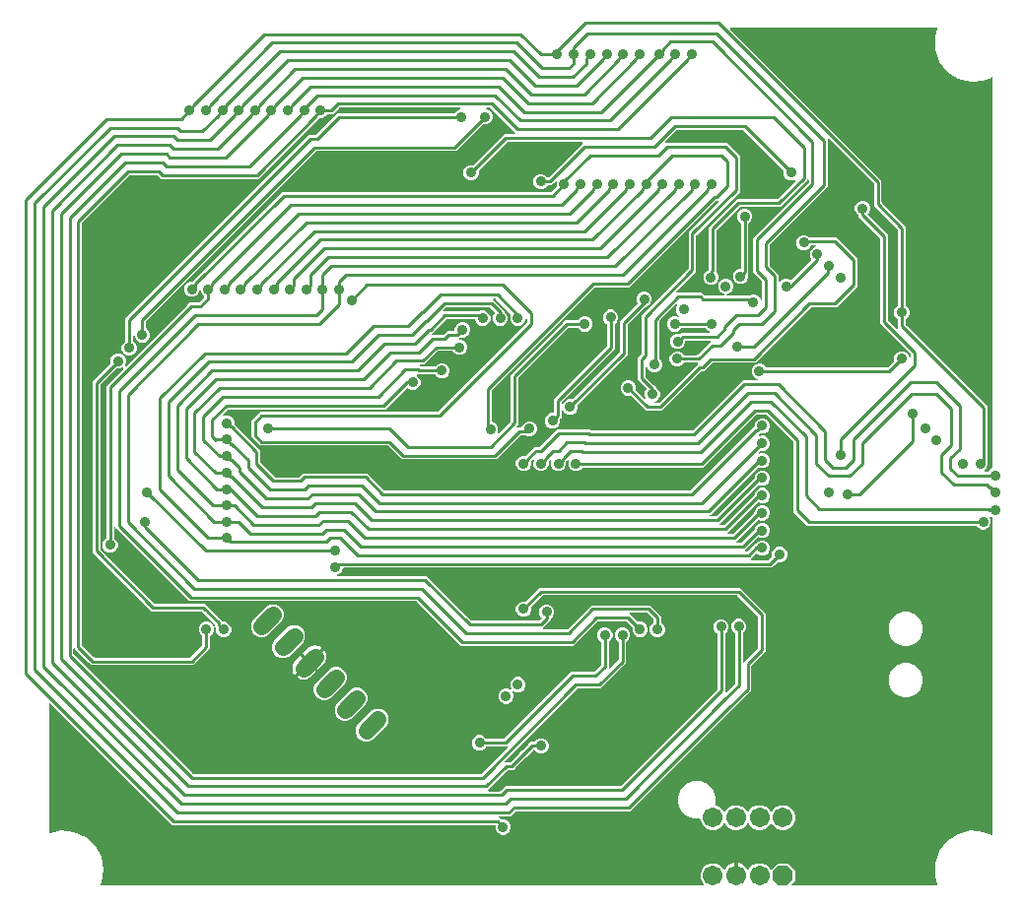
<source format=gbr>
G04 EAGLE Gerber RS-274X export*
G75*
%MOMM*%
%FSLAX34Y34*%
%LPD*%
%INBottom Copper*%
%IPPOS*%
%AMOC8*
5,1,8,0,0,1.08239X$1,22.5*%
G01*
%ADD10C,1.422400*%
%ADD11C,1.714500*%
%ADD12P,1.855758X8X22.500000*%
%ADD13C,0.906400*%
%ADD14C,0.250000*%

G36*
X599441Y37350D02*
X599441Y37350D01*
X599513Y37352D01*
X599562Y37370D01*
X599613Y37379D01*
X599677Y37412D01*
X599744Y37437D01*
X599785Y37469D01*
X599831Y37494D01*
X599880Y37546D01*
X599936Y37590D01*
X599964Y37634D01*
X600000Y37672D01*
X600030Y37737D01*
X600069Y37797D01*
X600082Y37848D01*
X600104Y37895D01*
X600112Y37966D01*
X600129Y38036D01*
X600125Y38088D01*
X600131Y38139D01*
X600116Y38210D01*
X600110Y38281D01*
X600090Y38329D01*
X600079Y38380D01*
X600042Y38441D01*
X600014Y38507D01*
X599969Y38563D01*
X599952Y38591D01*
X599935Y38606D01*
X599909Y38638D01*
X598736Y39811D01*
X597127Y43697D01*
X597127Y47903D01*
X598736Y51789D01*
X601711Y54764D01*
X605597Y56373D01*
X609803Y56373D01*
X613689Y54764D01*
X616664Y51789D01*
X616756Y51566D01*
X616778Y51530D01*
X616792Y51491D01*
X616843Y51426D01*
X616886Y51357D01*
X616918Y51330D01*
X616944Y51297D01*
X617012Y51252D01*
X617075Y51200D01*
X617114Y51185D01*
X617149Y51162D01*
X617229Y51141D01*
X617305Y51112D01*
X617347Y51110D01*
X617387Y51099D01*
X617469Y51105D01*
X617550Y51102D01*
X617591Y51113D01*
X617633Y51116D01*
X617708Y51147D01*
X617787Y51170D01*
X617821Y51194D01*
X617860Y51210D01*
X617922Y51264D01*
X617989Y51310D01*
X618014Y51344D01*
X618045Y51372D01*
X618130Y51501D01*
X618136Y51508D01*
X618136Y51509D01*
X618138Y51512D01*
X618195Y51625D01*
X619223Y53040D01*
X620460Y54277D01*
X621875Y55305D01*
X623434Y56099D01*
X625098Y56640D01*
X626177Y56811D01*
X626177Y46562D01*
X626180Y46542D01*
X626178Y46523D01*
X626200Y46421D01*
X626217Y46319D01*
X626226Y46302D01*
X626230Y46282D01*
X626283Y46193D01*
X626332Y46102D01*
X626346Y46088D01*
X626356Y46071D01*
X626435Y46004D01*
X626510Y45933D01*
X626528Y45924D01*
X626543Y45911D01*
X626639Y45873D01*
X626733Y45829D01*
X626753Y45827D01*
X626771Y45819D01*
X626938Y45801D01*
X628462Y45801D01*
X628482Y45804D01*
X628501Y45802D01*
X628603Y45824D01*
X628705Y45841D01*
X628722Y45850D01*
X628742Y45854D01*
X628831Y45907D01*
X628922Y45956D01*
X628936Y45970D01*
X628953Y45980D01*
X629020Y46059D01*
X629091Y46134D01*
X629100Y46152D01*
X629113Y46167D01*
X629152Y46263D01*
X629195Y46357D01*
X629197Y46377D01*
X629205Y46395D01*
X629223Y46562D01*
X629223Y56811D01*
X630302Y56640D01*
X631966Y56099D01*
X633525Y55305D01*
X634940Y54277D01*
X636177Y53040D01*
X637205Y51625D01*
X637262Y51512D01*
X637287Y51478D01*
X637304Y51440D01*
X637360Y51379D01*
X637408Y51314D01*
X637442Y51289D01*
X637471Y51258D01*
X637542Y51219D01*
X637609Y51172D01*
X637649Y51160D01*
X637686Y51140D01*
X637767Y51125D01*
X637845Y51102D01*
X637887Y51104D01*
X637928Y51096D01*
X638009Y51108D01*
X638091Y51111D01*
X638130Y51126D01*
X638172Y51132D01*
X638244Y51169D01*
X638321Y51198D01*
X638353Y51224D01*
X638391Y51243D01*
X638448Y51302D01*
X638511Y51354D01*
X638534Y51389D01*
X638563Y51419D01*
X638638Y51554D01*
X638642Y51562D01*
X638643Y51564D01*
X638644Y51566D01*
X638736Y51789D01*
X641711Y54764D01*
X645597Y56373D01*
X649803Y56373D01*
X653689Y54764D01*
X656664Y51789D01*
X656835Y51376D01*
X656859Y51337D01*
X656875Y51294D01*
X656923Y51233D01*
X656964Y51167D01*
X657000Y51138D01*
X657028Y51102D01*
X657094Y51060D01*
X657154Y51010D01*
X657197Y50994D01*
X657235Y50969D01*
X657311Y50950D01*
X657383Y50922D01*
X657429Y50920D01*
X657474Y50909D01*
X657551Y50915D01*
X657629Y50912D01*
X657673Y50924D01*
X657719Y50928D01*
X657791Y50958D01*
X657865Y50980D01*
X657903Y51006D01*
X657945Y51024D01*
X658052Y51110D01*
X658067Y51120D01*
X658070Y51124D01*
X658076Y51129D01*
X663320Y56373D01*
X672080Y56373D01*
X678273Y50180D01*
X678273Y41420D01*
X675491Y38638D01*
X675449Y38580D01*
X675400Y38528D01*
X675378Y38481D01*
X675348Y38439D01*
X675326Y38370D01*
X675296Y38305D01*
X675291Y38253D01*
X675275Y38203D01*
X675277Y38132D01*
X675269Y38061D01*
X675280Y38010D01*
X675282Y37958D01*
X675306Y37890D01*
X675321Y37820D01*
X675348Y37776D01*
X675366Y37727D01*
X675411Y37671D01*
X675448Y37609D01*
X675487Y37575D01*
X675520Y37535D01*
X675580Y37496D01*
X675634Y37449D01*
X675683Y37430D01*
X675727Y37402D01*
X675796Y37384D01*
X675863Y37357D01*
X675934Y37349D01*
X675965Y37341D01*
X675988Y37343D01*
X676029Y37339D01*
X800035Y37339D01*
X800057Y37342D01*
X800079Y37340D01*
X800178Y37362D01*
X800278Y37379D01*
X800298Y37389D01*
X800319Y37394D01*
X800406Y37446D01*
X800495Y37494D01*
X800511Y37510D01*
X800530Y37521D01*
X800595Y37599D01*
X800665Y37672D01*
X800674Y37692D01*
X800688Y37709D01*
X800726Y37803D01*
X800768Y37895D01*
X800771Y37917D01*
X800779Y37938D01*
X800784Y38039D01*
X800795Y38139D01*
X800791Y38161D01*
X800792Y38184D01*
X800755Y38347D01*
X798388Y45241D01*
X798388Y56359D01*
X801998Y66874D01*
X808827Y75647D01*
X818134Y81728D01*
X828911Y84457D01*
X839991Y83539D01*
X847094Y80423D01*
X847146Y80410D01*
X847195Y80387D01*
X847265Y80379D01*
X847332Y80362D01*
X847386Y80366D01*
X847439Y80360D01*
X847508Y80375D01*
X847578Y80380D01*
X847627Y80401D01*
X847680Y80412D01*
X847740Y80448D01*
X847805Y80475D01*
X847845Y80511D01*
X847891Y80538D01*
X847936Y80591D01*
X847989Y80638D01*
X848016Y80684D01*
X848051Y80725D01*
X848077Y80790D01*
X848112Y80851D01*
X848123Y80903D01*
X848143Y80953D01*
X848155Y81063D01*
X848161Y81092D01*
X848159Y81103D01*
X848161Y81120D01*
X848161Y353182D01*
X848142Y353297D01*
X848125Y353413D01*
X848123Y353419D01*
X848122Y353425D01*
X848067Y353527D01*
X848014Y353632D01*
X848009Y353637D01*
X848006Y353642D01*
X847922Y353722D01*
X847838Y353804D01*
X847832Y353808D01*
X847828Y353812D01*
X847811Y353819D01*
X847691Y353885D01*
X846698Y354297D01*
X846628Y354313D01*
X846561Y354339D01*
X846509Y354341D01*
X846458Y354353D01*
X846387Y354346D01*
X846315Y354349D01*
X846265Y354335D01*
X846213Y354330D01*
X846148Y354301D01*
X846079Y354281D01*
X846036Y354251D01*
X845989Y354230D01*
X845936Y354181D01*
X845877Y354141D01*
X845846Y354099D01*
X845808Y354064D01*
X845773Y354001D01*
X845730Y353943D01*
X845714Y353894D01*
X845689Y353848D01*
X845676Y353777D01*
X845654Y353709D01*
X845655Y353657D01*
X845645Y353606D01*
X845656Y353535D01*
X845656Y353463D01*
X845676Y353394D01*
X845681Y353363D01*
X845692Y353342D01*
X845703Y353302D01*
X846533Y351299D01*
X846533Y348701D01*
X845538Y346299D01*
X843701Y344462D01*
X841299Y343467D01*
X838701Y343467D01*
X836299Y344462D01*
X834451Y346310D01*
X834409Y346378D01*
X834349Y346479D01*
X834344Y346483D01*
X834341Y346488D01*
X834251Y346562D01*
X834162Y346639D01*
X834156Y346641D01*
X834151Y346645D01*
X834043Y346687D01*
X833934Y346731D01*
X833926Y346732D01*
X833922Y346733D01*
X833904Y346734D01*
X833767Y346749D01*
X688653Y346749D01*
X676749Y358653D01*
X676749Y418586D01*
X676735Y418676D01*
X676727Y418767D01*
X676715Y418797D01*
X676710Y418829D01*
X676667Y418910D01*
X676631Y418994D01*
X676605Y419026D01*
X676594Y419046D01*
X676571Y419069D01*
X676526Y419125D01*
X653343Y442308D01*
X653269Y442361D01*
X653199Y442421D01*
X653169Y442433D01*
X653143Y442452D01*
X653056Y442479D01*
X652971Y442513D01*
X652930Y442517D01*
X652908Y442524D01*
X652876Y442523D01*
X652804Y442531D01*
X645624Y442531D01*
X645534Y442517D01*
X645443Y442509D01*
X645413Y442497D01*
X645381Y442492D01*
X645301Y442449D01*
X645217Y442413D01*
X645185Y442387D01*
X645164Y442376D01*
X645142Y442353D01*
X645086Y442308D01*
X599527Y396749D01*
X496233Y396749D01*
X496119Y396731D01*
X496002Y396713D01*
X495996Y396711D01*
X495990Y396710D01*
X495888Y396655D01*
X495783Y396602D01*
X495778Y396597D01*
X495773Y396594D01*
X495693Y396510D01*
X495611Y396426D01*
X495607Y396420D01*
X495604Y396416D01*
X495596Y396399D01*
X495544Y396306D01*
X493701Y394462D01*
X491299Y393467D01*
X488701Y393467D01*
X486299Y394462D01*
X484462Y396299D01*
X483467Y398701D01*
X483467Y401299D01*
X483820Y402152D01*
X483843Y402247D01*
X483871Y402340D01*
X483871Y402366D01*
X483877Y402391D01*
X483867Y402488D01*
X483865Y402586D01*
X483856Y402610D01*
X483853Y402636D01*
X483814Y402725D01*
X483780Y402817D01*
X483764Y402837D01*
X483753Y402861D01*
X483688Y402933D01*
X483627Y403009D01*
X483605Y403023D01*
X483587Y403042D01*
X483502Y403089D01*
X483420Y403142D01*
X483395Y403148D01*
X483372Y403161D01*
X483276Y403178D01*
X483181Y403202D01*
X483155Y403200D01*
X483130Y403204D01*
X483033Y403190D01*
X482936Y403183D01*
X482912Y403173D01*
X482886Y403169D01*
X482799Y403124D01*
X482710Y403086D01*
X482684Y403066D01*
X482667Y403057D01*
X482644Y403034D01*
X482579Y402982D01*
X481706Y402109D01*
X481638Y402015D01*
X481568Y401920D01*
X481566Y401914D01*
X481563Y401909D01*
X481528Y401798D01*
X481492Y401686D01*
X481492Y401680D01*
X481490Y401674D01*
X481493Y401557D01*
X481494Y401440D01*
X481496Y401433D01*
X481497Y401428D01*
X481503Y401411D01*
X481533Y401308D01*
X481533Y398701D01*
X480538Y396299D01*
X478701Y394462D01*
X476299Y393467D01*
X473701Y393467D01*
X471299Y394462D01*
X469462Y396299D01*
X468467Y398701D01*
X468467Y401299D01*
X468820Y402152D01*
X468843Y402247D01*
X468871Y402340D01*
X468871Y402366D01*
X468877Y402391D01*
X468867Y402488D01*
X468865Y402586D01*
X468856Y402610D01*
X468853Y402636D01*
X468814Y402725D01*
X468780Y402817D01*
X468764Y402837D01*
X468753Y402861D01*
X468688Y402933D01*
X468627Y403009D01*
X468605Y403023D01*
X468587Y403042D01*
X468502Y403089D01*
X468420Y403142D01*
X468395Y403148D01*
X468372Y403161D01*
X468276Y403178D01*
X468181Y403202D01*
X468155Y403200D01*
X468130Y403204D01*
X468033Y403190D01*
X467936Y403183D01*
X467912Y403173D01*
X467886Y403169D01*
X467799Y403124D01*
X467710Y403086D01*
X467684Y403066D01*
X467667Y403057D01*
X467644Y403034D01*
X467579Y402982D01*
X466706Y402109D01*
X466638Y402015D01*
X466568Y401920D01*
X466566Y401914D01*
X466563Y401909D01*
X466528Y401798D01*
X466492Y401686D01*
X466492Y401680D01*
X466490Y401674D01*
X466493Y401557D01*
X466494Y401440D01*
X466496Y401433D01*
X466497Y401428D01*
X466503Y401411D01*
X466533Y401308D01*
X466533Y398701D01*
X465538Y396299D01*
X463701Y394462D01*
X461299Y393467D01*
X458701Y393467D01*
X456299Y394462D01*
X454462Y396299D01*
X453467Y398701D01*
X453467Y401299D01*
X453820Y402152D01*
X453843Y402247D01*
X453871Y402340D01*
X453871Y402366D01*
X453877Y402391D01*
X453867Y402488D01*
X453865Y402586D01*
X453856Y402610D01*
X453853Y402636D01*
X453814Y402725D01*
X453780Y402817D01*
X453764Y402837D01*
X453754Y402861D01*
X453688Y402933D01*
X453627Y403009D01*
X453605Y403023D01*
X453587Y403042D01*
X453502Y403089D01*
X453420Y403142D01*
X453394Y403148D01*
X453372Y403161D01*
X453276Y403178D01*
X453181Y403202D01*
X453155Y403200D01*
X453130Y403204D01*
X453033Y403190D01*
X452936Y403183D01*
X452912Y403172D01*
X452886Y403169D01*
X452800Y403125D01*
X452710Y403086D01*
X452684Y403066D01*
X452667Y403057D01*
X452644Y403034D01*
X452579Y402982D01*
X451706Y402109D01*
X451638Y402014D01*
X451568Y401920D01*
X451566Y401914D01*
X451563Y401909D01*
X451528Y401797D01*
X451492Y401686D01*
X451492Y401680D01*
X451490Y401674D01*
X451493Y401557D01*
X451494Y401440D01*
X451496Y401433D01*
X451497Y401428D01*
X451503Y401411D01*
X451533Y401308D01*
X451533Y398701D01*
X450538Y396299D01*
X448701Y394462D01*
X446299Y393467D01*
X443701Y393467D01*
X441299Y394462D01*
X439462Y396299D01*
X438467Y398701D01*
X438467Y401299D01*
X439462Y403701D01*
X441299Y405538D01*
X443701Y406533D01*
X446372Y406533D01*
X446462Y406547D01*
X446553Y406555D01*
X446583Y406567D01*
X446615Y406572D01*
X446696Y406615D01*
X446779Y406651D01*
X446812Y406677D01*
X446832Y406688D01*
X446843Y406699D01*
X446845Y406700D01*
X446857Y406713D01*
X446910Y406756D01*
X454187Y414033D01*
X458265Y414033D01*
X458356Y414047D01*
X458446Y414055D01*
X458476Y414067D01*
X458508Y414072D01*
X458589Y414115D01*
X458673Y414151D01*
X458705Y414177D01*
X458726Y414188D01*
X458748Y414211D01*
X458804Y414256D01*
X473581Y429033D01*
X502026Y429033D01*
X502585Y428474D01*
X502659Y428421D01*
X502728Y428361D01*
X502758Y428349D01*
X502785Y428330D01*
X502872Y428303D01*
X502956Y428269D01*
X502997Y428265D01*
X503020Y428258D01*
X503052Y428259D01*
X503123Y428251D01*
X589698Y428251D01*
X589789Y428265D01*
X589879Y428273D01*
X589909Y428285D01*
X589941Y428290D01*
X590022Y428333D01*
X590106Y428369D01*
X590138Y428395D01*
X590159Y428406D01*
X590181Y428429D01*
X590237Y428474D01*
X633296Y471533D01*
X645535Y471533D01*
X645631Y471548D01*
X645728Y471558D01*
X645752Y471568D01*
X645778Y471572D01*
X645864Y471618D01*
X645953Y471658D01*
X645972Y471675D01*
X645995Y471688D01*
X646062Y471758D01*
X646134Y471824D01*
X646146Y471847D01*
X646165Y471866D01*
X646206Y471954D01*
X646252Y472040D01*
X646257Y472065D01*
X646268Y472089D01*
X646279Y472186D01*
X646296Y472282D01*
X646292Y472308D01*
X646295Y472333D01*
X646275Y472429D01*
X646260Y472525D01*
X646249Y472548D01*
X646243Y472574D01*
X646193Y472657D01*
X646149Y472744D01*
X646130Y472763D01*
X646117Y472785D01*
X646043Y472848D01*
X645973Y472916D01*
X645945Y472932D01*
X645930Y472945D01*
X645899Y472957D01*
X645826Y472997D01*
X643799Y473837D01*
X641962Y475674D01*
X640967Y478076D01*
X640967Y480674D01*
X641962Y483076D01*
X643799Y484913D01*
X644317Y485128D01*
X644400Y485179D01*
X644486Y485225D01*
X644504Y485244D01*
X644526Y485257D01*
X644589Y485332D01*
X644656Y485403D01*
X644667Y485427D01*
X644683Y485447D01*
X644718Y485538D01*
X644722Y485547D01*
X644723Y485546D01*
X644817Y485523D01*
X644910Y485492D01*
X644936Y485493D01*
X644961Y485486D01*
X645058Y485494D01*
X645156Y485495D01*
X645187Y485504D01*
X645206Y485505D01*
X645237Y485518D01*
X645317Y485542D01*
X646201Y485908D01*
X648799Y485908D01*
X651201Y484913D01*
X653049Y483065D01*
X653091Y482997D01*
X653151Y482896D01*
X653156Y482892D01*
X653159Y482887D01*
X653249Y482812D01*
X653338Y482736D01*
X653344Y482734D01*
X653349Y482730D01*
X653457Y482688D01*
X653566Y482644D01*
X653574Y482643D01*
X653579Y482642D01*
X653597Y482641D01*
X653733Y482626D01*
X757713Y482626D01*
X757803Y482640D01*
X757894Y482648D01*
X757924Y482660D01*
X757956Y482665D01*
X758037Y482708D01*
X758120Y482744D01*
X758153Y482770D01*
X758173Y482781D01*
X758195Y482804D01*
X758251Y482849D01*
X763294Y487891D01*
X763362Y487986D01*
X763432Y488080D01*
X763434Y488086D01*
X763437Y488091D01*
X763472Y488203D01*
X763508Y488314D01*
X763508Y488320D01*
X763510Y488326D01*
X763507Y488443D01*
X763506Y488560D01*
X763504Y488567D01*
X763503Y488572D01*
X763497Y488589D01*
X763467Y488692D01*
X763467Y491299D01*
X764462Y493701D01*
X766299Y495538D01*
X768701Y496533D01*
X771299Y496533D01*
X773701Y495538D01*
X775538Y493701D01*
X776535Y491295D01*
X776586Y491212D01*
X776632Y491126D01*
X776651Y491108D01*
X776664Y491086D01*
X776739Y491023D01*
X776810Y490956D01*
X776834Y490945D01*
X776854Y490929D01*
X776945Y490894D01*
X777033Y490853D01*
X777059Y490850D01*
X777083Y490841D01*
X777181Y490836D01*
X777277Y490826D01*
X777303Y490831D01*
X777329Y490830D01*
X777423Y490857D01*
X777518Y490878D01*
X777540Y490891D01*
X777565Y490899D01*
X777645Y490954D01*
X777729Y491004D01*
X777746Y491024D01*
X777767Y491039D01*
X777826Y491117D01*
X777889Y491191D01*
X777899Y491215D01*
X777914Y491236D01*
X777944Y491329D01*
X777981Y491419D01*
X777984Y491452D01*
X777990Y491470D01*
X777990Y491503D01*
X777999Y491586D01*
X777999Y493963D01*
X777985Y494053D01*
X777977Y494144D01*
X777965Y494174D01*
X777960Y494206D01*
X777917Y494287D01*
X777881Y494371D01*
X777855Y494403D01*
X777844Y494423D01*
X777821Y494446D01*
X777776Y494501D01*
X753876Y518401D01*
X751749Y520528D01*
X751749Y593338D01*
X751735Y593428D01*
X751727Y593519D01*
X751715Y593549D01*
X751710Y593581D01*
X751667Y593662D01*
X751631Y593745D01*
X751605Y593778D01*
X751594Y593798D01*
X751571Y593820D01*
X751526Y593876D01*
X732999Y612403D01*
X732999Y613142D01*
X732980Y613257D01*
X732963Y613373D01*
X732961Y613378D01*
X732960Y613385D01*
X732905Y613488D01*
X732852Y613592D01*
X732847Y613596D01*
X732844Y613602D01*
X732760Y613682D01*
X732676Y613764D01*
X732670Y613768D01*
X732666Y613771D01*
X732649Y613779D01*
X732556Y613831D01*
X730712Y615674D01*
X729717Y618076D01*
X729717Y620674D01*
X730712Y623076D01*
X732549Y624913D01*
X734951Y625908D01*
X737549Y625908D01*
X739951Y624913D01*
X741788Y623076D01*
X742783Y620674D01*
X742783Y618076D01*
X741788Y615674D01*
X740894Y614780D01*
X740882Y614764D01*
X740867Y614751D01*
X740810Y614664D01*
X740750Y614580D01*
X740744Y614561D01*
X740734Y614545D01*
X740708Y614444D01*
X740678Y614345D01*
X740678Y614325D01*
X740673Y614306D01*
X740682Y614203D01*
X740684Y614099D01*
X740691Y614081D01*
X740693Y614061D01*
X740733Y613966D01*
X740769Y613868D01*
X740781Y613853D01*
X740789Y613834D01*
X740894Y613704D01*
X758251Y596347D01*
X758251Y523537D01*
X758265Y523447D01*
X758273Y523356D01*
X758285Y523326D01*
X758290Y523294D01*
X758333Y523213D01*
X758369Y523129D01*
X758395Y523097D01*
X758406Y523077D01*
X758429Y523054D01*
X758474Y522999D01*
X765450Y516022D01*
X765508Y515981D01*
X765560Y515931D01*
X765607Y515909D01*
X765649Y515879D01*
X765718Y515858D01*
X765783Y515828D01*
X765835Y515822D01*
X765885Y515807D01*
X765956Y515808D01*
X766027Y515801D01*
X766078Y515812D01*
X766130Y515813D01*
X766198Y515838D01*
X766268Y515853D01*
X766312Y515879D01*
X766361Y515897D01*
X766417Y515942D01*
X766479Y515979D01*
X766513Y516019D01*
X766553Y516051D01*
X766592Y516111D01*
X766639Y516166D01*
X766658Y516214D01*
X766686Y516258D01*
X766704Y516327D01*
X766731Y516394D01*
X766739Y516465D01*
X766747Y516497D01*
X766745Y516520D01*
X766749Y516561D01*
X766749Y523767D01*
X766731Y523881D01*
X766713Y523998D01*
X766711Y524004D01*
X766710Y524010D01*
X766655Y524112D01*
X766602Y524217D01*
X766597Y524222D01*
X766594Y524227D01*
X766510Y524307D01*
X766426Y524389D01*
X766420Y524393D01*
X766416Y524396D01*
X766399Y524404D01*
X766361Y524425D01*
X766357Y524428D01*
X766350Y524431D01*
X766306Y524456D01*
X764462Y526299D01*
X763467Y528701D01*
X763467Y531299D01*
X764462Y533701D01*
X766310Y535549D01*
X766378Y535591D01*
X766479Y535651D01*
X766483Y535656D01*
X766488Y535659D01*
X766562Y535749D01*
X766639Y535838D01*
X766641Y535844D01*
X766645Y535849D01*
X766687Y535957D01*
X766731Y536066D01*
X766732Y536074D01*
X766733Y536078D01*
X766734Y536096D01*
X766749Y536233D01*
X766749Y600838D01*
X766735Y600928D01*
X766727Y601019D01*
X766715Y601049D01*
X766710Y601081D01*
X766667Y601162D01*
X766631Y601245D01*
X766605Y601278D01*
X766594Y601298D01*
X766571Y601320D01*
X766526Y601376D01*
X746124Y621778D01*
X746124Y640213D01*
X746110Y640303D01*
X746102Y640394D01*
X746090Y640424D01*
X746085Y640456D01*
X746042Y640537D01*
X746006Y640620D01*
X745980Y640653D01*
X745969Y640673D01*
X745946Y640695D01*
X745901Y640751D01*
X707832Y678821D01*
X707774Y678862D01*
X707722Y678912D01*
X707675Y678934D01*
X707633Y678964D01*
X707564Y678985D01*
X707499Y679015D01*
X707447Y679021D01*
X707397Y679036D01*
X707326Y679035D01*
X707255Y679042D01*
X707204Y679031D01*
X707152Y679030D01*
X707084Y679005D01*
X707014Y678990D01*
X706969Y678963D01*
X706921Y678946D01*
X706865Y678901D01*
X706803Y678864D01*
X706769Y678824D01*
X706729Y678792D01*
X706690Y678732D01*
X706643Y678677D01*
X706624Y678629D01*
X706596Y678585D01*
X706578Y678516D01*
X706551Y678449D01*
X706543Y678378D01*
X706535Y678346D01*
X706537Y678323D01*
X706533Y678282D01*
X706533Y638136D01*
X656756Y588359D01*
X656703Y588285D01*
X656643Y588216D01*
X656631Y588185D01*
X656612Y588159D01*
X656585Y588072D01*
X656551Y587987D01*
X656547Y587946D01*
X656540Y587924D01*
X656541Y587892D01*
X656533Y587821D01*
X656533Y570485D01*
X656547Y570394D01*
X656555Y570304D01*
X656567Y570274D01*
X656572Y570242D01*
X656615Y570161D01*
X656651Y570077D01*
X656677Y570045D01*
X656688Y570024D01*
X656711Y570002D01*
X656756Y569946D01*
X664033Y562669D01*
X664033Y556984D01*
X664044Y556913D01*
X664046Y556842D01*
X664064Y556793D01*
X664072Y556741D01*
X664106Y556678D01*
X664131Y556611D01*
X664163Y556570D01*
X664188Y556524D01*
X664240Y556475D01*
X664284Y556419D01*
X664328Y556391D01*
X664366Y556355D01*
X664431Y556325D01*
X664491Y556286D01*
X664542Y556273D01*
X664589Y556251D01*
X664660Y556243D01*
X664730Y556226D01*
X664782Y556230D01*
X664833Y556224D01*
X664904Y556239D01*
X664975Y556245D01*
X665023Y556265D01*
X665074Y556276D01*
X665135Y556313D01*
X665201Y556341D01*
X665257Y556386D01*
X665285Y556402D01*
X665300Y556420D01*
X665332Y556446D01*
X666924Y558038D01*
X669326Y559033D01*
X671924Y559033D01*
X674354Y558026D01*
X674398Y557998D01*
X674482Y557938D01*
X674501Y557932D01*
X674518Y557921D01*
X674619Y557896D01*
X674717Y557865D01*
X674737Y557866D01*
X674757Y557861D01*
X674859Y557869D01*
X674963Y557872D01*
X674982Y557879D01*
X675002Y557880D01*
X675096Y557920D01*
X675194Y557956D01*
X675210Y557969D01*
X675228Y557976D01*
X675359Y558081D01*
X692231Y574954D01*
X692243Y574970D01*
X692258Y574982D01*
X692315Y575069D01*
X692375Y575153D01*
X692381Y575172D01*
X692391Y575189D01*
X692417Y575289D01*
X692447Y575388D01*
X692447Y575408D01*
X692452Y575428D01*
X692443Y575531D01*
X692441Y575634D01*
X692434Y575653D01*
X692432Y575673D01*
X692392Y575768D01*
X692356Y575865D01*
X692344Y575881D01*
X692336Y575899D01*
X692231Y576030D01*
X691962Y576300D01*
X690967Y578701D01*
X690967Y581299D01*
X691962Y583701D01*
X693799Y585538D01*
X696205Y586535D01*
X696288Y586586D01*
X696374Y586632D01*
X696392Y586651D01*
X696414Y586664D01*
X696477Y586739D01*
X696544Y586810D01*
X696555Y586834D01*
X696571Y586854D01*
X696606Y586945D01*
X696647Y587033D01*
X696650Y587059D01*
X696659Y587083D01*
X696664Y587181D01*
X696674Y587277D01*
X696669Y587303D01*
X696670Y587329D01*
X696643Y587423D01*
X696622Y587518D01*
X696609Y587540D01*
X696601Y587565D01*
X696546Y587645D01*
X696496Y587729D01*
X696476Y587746D01*
X696461Y587767D01*
X696383Y587826D01*
X696309Y587889D01*
X696285Y587899D01*
X696264Y587914D01*
X696171Y587944D01*
X696081Y587981D01*
X696048Y587984D01*
X696030Y587990D01*
X695997Y587990D01*
X695914Y587999D01*
X692533Y587999D01*
X692418Y587980D01*
X692302Y587963D01*
X692296Y587961D01*
X692290Y587960D01*
X692188Y587905D01*
X692083Y587852D01*
X692078Y587847D01*
X692073Y587844D01*
X691993Y587760D01*
X691910Y587676D01*
X691907Y587670D01*
X691903Y587666D01*
X691896Y587649D01*
X691830Y587529D01*
X691320Y586299D01*
X689483Y584462D01*
X687081Y583467D01*
X684483Y583467D01*
X682081Y584462D01*
X680244Y586299D01*
X679249Y588701D01*
X679249Y591299D01*
X680244Y593701D01*
X682081Y595538D01*
X684483Y596533D01*
X687081Y596533D01*
X689483Y595538D01*
X690297Y594724D01*
X690371Y594671D01*
X690440Y594611D01*
X690471Y594599D01*
X690497Y594580D01*
X690584Y594553D01*
X690669Y594519D01*
X690709Y594515D01*
X690732Y594508D01*
X690764Y594509D01*
X690835Y594501D01*
X713847Y594501D01*
X715974Y592374D01*
X729874Y578474D01*
X732001Y576347D01*
X732001Y552403D01*
X713847Y534249D01*
X692268Y534249D01*
X692178Y534235D01*
X692087Y534227D01*
X692058Y534215D01*
X692026Y534210D01*
X691945Y534167D01*
X691861Y534131D01*
X691829Y534105D01*
X691808Y534094D01*
X691786Y534071D01*
X691730Y534026D01*
X644487Y486783D01*
X644430Y486704D01*
X644368Y486629D01*
X644359Y486605D01*
X644343Y486583D01*
X644325Y486524D01*
X644283Y486537D01*
X644193Y486574D01*
X644160Y486577D01*
X644142Y486583D01*
X644109Y486583D01*
X644026Y486592D01*
X607718Y486592D01*
X607628Y486578D01*
X607537Y486570D01*
X607507Y486558D01*
X607475Y486553D01*
X607395Y486510D01*
X607311Y486474D01*
X607279Y486448D01*
X607258Y486437D01*
X607236Y486414D01*
X607180Y486369D01*
X600060Y479249D01*
X597961Y479249D01*
X597871Y479235D01*
X597780Y479227D01*
X597751Y479215D01*
X597719Y479210D01*
X597638Y479167D01*
X597554Y479131D01*
X597522Y479105D01*
X597501Y479094D01*
X597479Y479071D01*
X597423Y479026D01*
X563896Y445499D01*
X549903Y445499D01*
X547776Y447626D01*
X537109Y458294D01*
X537014Y458362D01*
X536920Y458432D01*
X536914Y458434D01*
X536909Y458437D01*
X536797Y458472D01*
X536686Y458508D01*
X536680Y458508D01*
X536674Y458510D01*
X536557Y458507D01*
X536440Y458506D01*
X536433Y458504D01*
X536428Y458503D01*
X536411Y458497D01*
X536308Y458467D01*
X533701Y458467D01*
X531299Y459462D01*
X529462Y461299D01*
X528467Y463701D01*
X528467Y466299D01*
X529462Y468701D01*
X531299Y470538D01*
X533701Y471533D01*
X536299Y471533D01*
X538701Y470538D01*
X540538Y468701D01*
X541533Y466299D01*
X541533Y463685D01*
X541515Y463608D01*
X541486Y463494D01*
X541486Y463487D01*
X541485Y463481D01*
X541496Y463365D01*
X541505Y463248D01*
X541507Y463243D01*
X541508Y463236D01*
X541556Y463129D01*
X541601Y463022D01*
X541606Y463016D01*
X541608Y463012D01*
X541621Y462998D01*
X541706Y462891D01*
X548470Y456127D01*
X548549Y456070D01*
X548624Y456008D01*
X548649Y455999D01*
X548670Y455983D01*
X548763Y455955D01*
X548854Y455920D01*
X548880Y455919D01*
X548905Y455911D01*
X549002Y455914D01*
X549100Y455909D01*
X549125Y455917D01*
X549151Y455917D01*
X549243Y455951D01*
X549336Y455978D01*
X549357Y455993D01*
X549382Y456002D01*
X549458Y456063D01*
X549538Y456118D01*
X549554Y456139D01*
X549574Y456156D01*
X549627Y456238D01*
X549685Y456316D01*
X549693Y456340D01*
X549707Y456362D01*
X549731Y456457D01*
X549761Y456549D01*
X549761Y456576D01*
X549767Y456601D01*
X549760Y456698D01*
X549759Y456795D01*
X549749Y456827D01*
X549748Y456846D01*
X549735Y456876D01*
X549712Y456957D01*
X549183Y458233D01*
X549183Y460831D01*
X550178Y463233D01*
X550636Y463690D01*
X550647Y463707D01*
X550663Y463719D01*
X550719Y463806D01*
X550779Y463890D01*
X550785Y463909D01*
X550796Y463926D01*
X550821Y464026D01*
X550852Y464125D01*
X550851Y464145D01*
X550856Y464164D01*
X550848Y464267D01*
X550845Y464371D01*
X550838Y464390D01*
X550837Y464410D01*
X550797Y464504D01*
X550761Y464602D01*
X550748Y464618D01*
X550741Y464636D01*
X550636Y464767D01*
X545594Y469808D01*
X543467Y471935D01*
X543467Y490813D01*
X546526Y493872D01*
X546579Y493946D01*
X546639Y494015D01*
X546651Y494045D01*
X546670Y494071D01*
X546697Y494158D01*
X546731Y494243D01*
X546735Y494284D01*
X546742Y494306D01*
X546741Y494339D01*
X546749Y494410D01*
X546749Y527578D01*
X586526Y567355D01*
X586579Y567429D01*
X586639Y567499D01*
X586651Y567529D01*
X586670Y567555D01*
X586697Y567642D01*
X586731Y567727D01*
X586735Y567768D01*
X586742Y567790D01*
X586741Y567822D01*
X586749Y567893D01*
X586749Y598916D01*
X612501Y624668D01*
X612543Y624726D01*
X612592Y624778D01*
X612614Y624825D01*
X612645Y624867D01*
X612666Y624936D01*
X612696Y625001D01*
X612702Y625053D01*
X612717Y625103D01*
X612715Y625174D01*
X612723Y625245D01*
X612712Y625296D01*
X612711Y625348D01*
X612686Y625416D01*
X612671Y625486D01*
X612644Y625531D01*
X612626Y625579D01*
X612581Y625635D01*
X612545Y625697D01*
X612505Y625731D01*
X612473Y625771D01*
X612412Y625810D01*
X612358Y625857D01*
X612309Y625876D01*
X612266Y625904D01*
X612196Y625922D01*
X612130Y625949D01*
X612058Y625957D01*
X612027Y625965D01*
X612004Y625963D01*
X611963Y625967D01*
X610880Y625967D01*
X610790Y625953D01*
X610699Y625945D01*
X610669Y625933D01*
X610637Y625928D01*
X610556Y625885D01*
X610473Y625849D01*
X610440Y625823D01*
X610420Y625812D01*
X610398Y625789D01*
X610342Y625744D01*
X536347Y551749D01*
X506662Y551749D01*
X506572Y551735D01*
X506481Y551727D01*
X506451Y551715D01*
X506419Y551710D01*
X506338Y551667D01*
X506255Y551631D01*
X506222Y551605D01*
X506202Y551594D01*
X506180Y551571D01*
X506124Y551526D01*
X417644Y463046D01*
X417591Y462972D01*
X417531Y462903D01*
X417519Y462873D01*
X417500Y462847D01*
X417473Y462760D01*
X417439Y462675D01*
X417435Y462634D01*
X417428Y462612D01*
X417429Y462579D01*
X417421Y462508D01*
X417421Y436687D01*
X417439Y436572D01*
X417457Y436456D01*
X417459Y436450D01*
X417460Y436444D01*
X417515Y436341D01*
X417568Y436236D01*
X417573Y436232D01*
X417575Y436227D01*
X417660Y436147D01*
X417744Y436064D01*
X417750Y436061D01*
X417754Y436057D01*
X417771Y436049D01*
X417891Y435983D01*
X420370Y434956D01*
X422208Y433119D01*
X423203Y430717D01*
X423203Y428119D01*
X422674Y426843D01*
X422652Y426748D01*
X422623Y426655D01*
X422624Y426629D01*
X422618Y426603D01*
X422627Y426506D01*
X422630Y426409D01*
X422639Y426384D01*
X422641Y426358D01*
X422681Y426269D01*
X422714Y426178D01*
X422730Y426157D01*
X422741Y426133D01*
X422807Y426062D01*
X422868Y425986D01*
X422890Y425972D01*
X422907Y425952D01*
X422993Y425905D01*
X423075Y425853D01*
X423100Y425846D01*
X423123Y425834D01*
X423219Y425816D01*
X423313Y425793D01*
X423339Y425795D01*
X423365Y425790D01*
X423462Y425804D01*
X423558Y425812D01*
X423582Y425822D01*
X423608Y425826D01*
X423695Y425870D01*
X423785Y425908D01*
X423810Y425928D01*
X423828Y425937D01*
X423851Y425961D01*
X423916Y426013D01*
X434026Y436124D01*
X434079Y436197D01*
X434139Y436267D01*
X434151Y436297D01*
X434170Y436323D01*
X434197Y436410D01*
X434231Y436495D01*
X434235Y436536D01*
X434242Y436558D01*
X434241Y436591D01*
X434249Y436662D01*
X434249Y474985D01*
X434249Y474987D01*
X434249Y474991D01*
X434240Y476337D01*
X435191Y477288D01*
X435192Y477290D01*
X435194Y477292D01*
X478405Y521111D01*
X478445Y521167D01*
X479567Y522290D01*
X479569Y522291D01*
X479571Y522293D01*
X480515Y523251D01*
X481860Y523251D01*
X481862Y523251D01*
X481866Y523251D01*
X483407Y523262D01*
X483422Y523257D01*
X483454Y523258D01*
X483520Y523251D01*
X491267Y523251D01*
X491381Y523269D01*
X491498Y523287D01*
X491504Y523289D01*
X491510Y523290D01*
X491612Y523345D01*
X491717Y523398D01*
X491722Y523403D01*
X491727Y523406D01*
X491807Y523490D01*
X491889Y523574D01*
X491893Y523580D01*
X491896Y523584D01*
X491904Y523601D01*
X491956Y523694D01*
X493799Y525538D01*
X496201Y526533D01*
X498799Y526533D01*
X501201Y525538D01*
X503038Y523701D01*
X504033Y521299D01*
X504033Y518701D01*
X503038Y516299D01*
X501201Y514462D01*
X498799Y513467D01*
X496201Y513467D01*
X493799Y514462D01*
X491951Y516310D01*
X491909Y516378D01*
X491849Y516479D01*
X491844Y516483D01*
X491841Y516488D01*
X491751Y516562D01*
X491662Y516639D01*
X491656Y516641D01*
X491651Y516645D01*
X491543Y516687D01*
X491434Y516731D01*
X491426Y516732D01*
X491422Y516733D01*
X491404Y516734D01*
X491267Y516749D01*
X483553Y516749D01*
X483461Y516734D01*
X483367Y516726D01*
X483340Y516714D01*
X483311Y516710D01*
X483228Y516666D01*
X483141Y516628D01*
X483112Y516605D01*
X483093Y516594D01*
X483071Y516571D01*
X483011Y516523D01*
X440970Y473889D01*
X440919Y473817D01*
X440861Y473749D01*
X440848Y473717D01*
X440828Y473688D01*
X440802Y473604D01*
X440769Y473521D01*
X440764Y473477D01*
X440757Y473453D01*
X440758Y473421D01*
X440751Y473355D01*
X440751Y433653D01*
X439147Y432050D01*
X439106Y431992D01*
X439056Y431940D01*
X439034Y431893D01*
X439004Y431851D01*
X438983Y431782D01*
X438953Y431717D01*
X438947Y431665D01*
X438932Y431615D01*
X438933Y431544D01*
X438926Y431473D01*
X438937Y431422D01*
X438938Y431370D01*
X438963Y431302D01*
X438978Y431232D01*
X439005Y431187D01*
X439022Y431139D01*
X439067Y431083D01*
X439104Y431021D01*
X439144Y430987D01*
X439176Y430947D01*
X439236Y430908D01*
X439291Y430861D01*
X439339Y430842D01*
X439383Y430814D01*
X439452Y430796D01*
X439519Y430769D01*
X439590Y430761D01*
X439622Y430753D01*
X439645Y430755D01*
X439686Y430751D01*
X442731Y430751D01*
X442846Y430770D01*
X442962Y430787D01*
X442968Y430789D01*
X442974Y430790D01*
X443077Y430845D01*
X443182Y430898D01*
X443186Y430903D01*
X443191Y430906D01*
X443271Y430989D01*
X443354Y431074D01*
X443357Y431080D01*
X443361Y431084D01*
X443369Y431101D01*
X443435Y431221D01*
X444462Y433701D01*
X446299Y435538D01*
X448701Y436533D01*
X451299Y436533D01*
X453701Y435538D01*
X455538Y433701D01*
X456533Y431299D01*
X456533Y428701D01*
X455538Y426299D01*
X453701Y424462D01*
X451299Y423467D01*
X448701Y423467D01*
X446953Y424191D01*
X446889Y424206D01*
X446828Y424231D01*
X446745Y424240D01*
X446713Y424247D01*
X446694Y424246D01*
X446661Y424249D01*
X442912Y424249D01*
X442822Y424235D01*
X442731Y424227D01*
X442701Y424215D01*
X442669Y424210D01*
X442588Y424167D01*
X442504Y424131D01*
X442472Y424105D01*
X442452Y424094D01*
X442429Y424071D01*
X442374Y424026D01*
X424099Y405751D01*
X421972Y403624D01*
X340528Y403624D01*
X328876Y415276D01*
X328803Y415329D01*
X328733Y415389D01*
X328703Y415401D01*
X328677Y415420D01*
X328590Y415447D01*
X328505Y415481D01*
X328464Y415485D01*
X328442Y415492D01*
X328409Y415491D01*
X328338Y415499D01*
X218653Y415499D01*
X211124Y423028D01*
X211124Y436972D01*
X218653Y444501D01*
X370838Y444501D01*
X370928Y444515D01*
X371019Y444523D01*
X371049Y444535D01*
X371081Y444540D01*
X371162Y444583D01*
X371245Y444619D01*
X371278Y444645D01*
X371298Y444656D01*
X371320Y444679D01*
X371376Y444724D01*
X447776Y521124D01*
X447829Y521197D01*
X447889Y521267D01*
X447901Y521297D01*
X447920Y521323D01*
X447947Y521410D01*
X447981Y521495D01*
X447985Y521536D01*
X447992Y521558D01*
X447991Y521591D01*
X447999Y521662D01*
X447999Y523414D01*
X447984Y523510D01*
X447974Y523607D01*
X447964Y523631D01*
X447960Y523657D01*
X447914Y523743D01*
X447874Y523832D01*
X447857Y523851D01*
X447844Y523874D01*
X447774Y523941D01*
X447708Y524013D01*
X447685Y524026D01*
X447666Y524044D01*
X447578Y524085D01*
X447492Y524132D01*
X447467Y524136D01*
X447443Y524147D01*
X447346Y524158D01*
X447250Y524175D01*
X447224Y524171D01*
X447199Y524174D01*
X447103Y524154D01*
X447007Y524139D01*
X446984Y524128D01*
X446958Y524122D01*
X446875Y524072D01*
X446788Y524028D01*
X446769Y524009D01*
X446747Y523996D01*
X446684Y523922D01*
X446616Y523852D01*
X446600Y523824D01*
X446587Y523809D01*
X446575Y523778D01*
X446535Y523705D01*
X445538Y521299D01*
X443701Y519462D01*
X441299Y518467D01*
X438701Y518467D01*
X436299Y519462D01*
X434462Y521299D01*
X433467Y523701D01*
X433467Y526299D01*
X434191Y528047D01*
X434212Y528134D01*
X434214Y528140D01*
X434215Y528151D01*
X434218Y528161D01*
X434246Y528274D01*
X434246Y528280D01*
X434247Y528286D01*
X434240Y528368D01*
X434241Y528384D01*
X434236Y528410D01*
X434227Y528519D01*
X434225Y528525D01*
X434224Y528531D01*
X434195Y528596D01*
X434189Y528625D01*
X434166Y528664D01*
X434131Y528746D01*
X434126Y528752D01*
X434124Y528756D01*
X434112Y528770D01*
X434075Y528815D01*
X434063Y528836D01*
X434049Y528847D01*
X434026Y528877D01*
X421376Y541526D01*
X421303Y541579D01*
X421233Y541639D01*
X421203Y541651D01*
X421177Y541670D01*
X421090Y541697D01*
X421005Y541731D01*
X420964Y541735D01*
X420942Y541742D01*
X420909Y541741D01*
X420838Y541749D01*
X419686Y541749D01*
X419615Y541738D01*
X419543Y541736D01*
X419494Y541718D01*
X419443Y541710D01*
X419380Y541676D01*
X419312Y541651D01*
X419272Y541619D01*
X419226Y541594D01*
X419176Y541542D01*
X419120Y541498D01*
X419092Y541454D01*
X419056Y541416D01*
X419026Y541351D01*
X418987Y541291D01*
X418975Y541240D01*
X418953Y541193D01*
X418945Y541122D01*
X418927Y541052D01*
X418931Y541000D01*
X418926Y540949D01*
X418941Y540878D01*
X418946Y540807D01*
X418967Y540759D01*
X418978Y540708D01*
X419015Y540647D01*
X419043Y540581D01*
X419087Y540525D01*
X419104Y540497D01*
X419122Y540482D01*
X419147Y540450D01*
X428251Y531347D01*
X428251Y531233D01*
X428270Y531118D01*
X428287Y531002D01*
X428289Y530997D01*
X428290Y530990D01*
X428345Y530887D01*
X428398Y530783D01*
X428403Y530779D01*
X428406Y530773D01*
X428490Y530693D01*
X428574Y530611D01*
X428580Y530607D01*
X428584Y530604D01*
X428601Y530596D01*
X428694Y530544D01*
X430538Y528701D01*
X431533Y526299D01*
X431533Y523701D01*
X430538Y521299D01*
X428701Y519462D01*
X426299Y518467D01*
X423701Y518467D01*
X421299Y519462D01*
X419462Y521299D01*
X418467Y523701D01*
X418467Y526299D01*
X419462Y528700D01*
X420044Y529282D01*
X420055Y529299D01*
X420071Y529311D01*
X420127Y529398D01*
X420187Y529482D01*
X420193Y529501D01*
X420204Y529518D01*
X420229Y529618D01*
X420260Y529717D01*
X420259Y529737D01*
X420264Y529756D01*
X420256Y529859D01*
X420253Y529963D01*
X420246Y529982D01*
X420245Y530002D01*
X420205Y530097D01*
X420169Y530194D01*
X420156Y530210D01*
X420149Y530228D01*
X420044Y530359D01*
X416376Y534026D01*
X416303Y534079D01*
X416233Y534139D01*
X416203Y534151D01*
X416177Y534170D01*
X416090Y534197D01*
X416005Y534231D01*
X415964Y534235D01*
X415942Y534242D01*
X415909Y534241D01*
X415838Y534249D01*
X378555Y534249D01*
X378465Y534235D01*
X378374Y534227D01*
X378344Y534215D01*
X378312Y534210D01*
X378232Y534167D01*
X378148Y534131D01*
X378116Y534105D01*
X378095Y534094D01*
X378073Y534071D01*
X378017Y534026D01*
X376041Y532050D01*
X375999Y531992D01*
X375950Y531940D01*
X375928Y531893D01*
X375897Y531851D01*
X375876Y531782D01*
X375846Y531717D01*
X375840Y531665D01*
X375825Y531615D01*
X375827Y531544D01*
X375819Y531473D01*
X375830Y531422D01*
X375831Y531370D01*
X375856Y531302D01*
X375871Y531232D01*
X375898Y531188D01*
X375916Y531139D01*
X375961Y531083D01*
X375997Y531021D01*
X376037Y530987D01*
X376069Y530947D01*
X376130Y530908D01*
X376184Y530861D01*
X376233Y530842D01*
X376276Y530814D01*
X376346Y530796D01*
X376412Y530769D01*
X376484Y530761D01*
X376515Y530753D01*
X376538Y530755D01*
X376579Y530751D01*
X406661Y530751D01*
X406726Y530761D01*
X406791Y530762D01*
X406871Y530785D01*
X406904Y530790D01*
X406921Y530800D01*
X406953Y530809D01*
X408701Y531533D01*
X411299Y531533D01*
X413701Y530538D01*
X415538Y528701D01*
X416533Y526299D01*
X416533Y523701D01*
X415538Y521299D01*
X413701Y519462D01*
X411299Y518467D01*
X408701Y518467D01*
X406299Y519462D01*
X404462Y521299D01*
X403435Y523779D01*
X403373Y523879D01*
X403313Y523979D01*
X403308Y523983D01*
X403305Y523988D01*
X403215Y524063D01*
X403126Y524139D01*
X403120Y524141D01*
X403116Y524145D01*
X403007Y524187D01*
X402898Y524231D01*
X402890Y524232D01*
X402886Y524233D01*
X402868Y524234D01*
X402731Y524249D01*
X379162Y524249D01*
X379072Y524235D01*
X378981Y524227D01*
X378951Y524215D01*
X378919Y524210D01*
X378838Y524167D01*
X378755Y524131D01*
X378722Y524105D01*
X378702Y524094D01*
X378680Y524071D01*
X378624Y524026D01*
X368474Y513876D01*
X366647Y512050D01*
X366606Y511992D01*
X366556Y511940D01*
X366534Y511893D01*
X366504Y511851D01*
X366483Y511782D01*
X366453Y511717D01*
X366447Y511665D01*
X366432Y511615D01*
X366433Y511544D01*
X366426Y511473D01*
X366437Y511422D01*
X366438Y511370D01*
X366463Y511302D01*
X366478Y511232D01*
X366505Y511187D01*
X366522Y511139D01*
X366567Y511083D01*
X366604Y511021D01*
X366644Y510987D01*
X366676Y510947D01*
X366736Y510908D01*
X366791Y510861D01*
X366839Y510842D01*
X366883Y510814D01*
X366952Y510796D01*
X367019Y510769D01*
X367090Y510761D01*
X367122Y510753D01*
X367145Y510755D01*
X367186Y510751D01*
X375838Y510751D01*
X375928Y510765D01*
X376019Y510773D01*
X376049Y510785D01*
X376081Y510790D01*
X376162Y510833D01*
X376245Y510869D01*
X376278Y510895D01*
X376298Y510906D01*
X376320Y510929D01*
X376376Y510974D01*
X379435Y514033D01*
X385206Y514033D01*
X385226Y514036D01*
X385245Y514034D01*
X385347Y514056D01*
X385449Y514072D01*
X385466Y514082D01*
X385486Y514086D01*
X385575Y514139D01*
X385666Y514188D01*
X385680Y514202D01*
X385697Y514212D01*
X385764Y514291D01*
X385836Y514366D01*
X385844Y514384D01*
X385857Y514399D01*
X385896Y514495D01*
X385939Y514589D01*
X385941Y514609D01*
X385949Y514627D01*
X385967Y514794D01*
X385967Y516299D01*
X386962Y518701D01*
X388799Y520538D01*
X391201Y521533D01*
X393799Y521533D01*
X396201Y520538D01*
X398038Y518701D01*
X399033Y516299D01*
X399033Y513701D01*
X398038Y511299D01*
X396201Y509462D01*
X393799Y508467D01*
X391185Y508467D01*
X391108Y508485D01*
X390994Y508514D01*
X390987Y508514D01*
X390981Y508515D01*
X390865Y508504D01*
X390748Y508495D01*
X390743Y508493D01*
X390736Y508492D01*
X390629Y508444D01*
X390522Y508399D01*
X390516Y508394D01*
X390512Y508392D01*
X390498Y508379D01*
X390391Y508294D01*
X389929Y507832D01*
X389888Y507774D01*
X389838Y507722D01*
X389816Y507675D01*
X389786Y507633D01*
X389765Y507564D01*
X389735Y507499D01*
X389729Y507447D01*
X389714Y507397D01*
X389715Y507326D01*
X389708Y507255D01*
X389719Y507204D01*
X389720Y507152D01*
X389745Y507084D01*
X389760Y507014D01*
X389786Y506970D01*
X389804Y506921D01*
X389849Y506865D01*
X389886Y506803D01*
X389926Y506769D01*
X389958Y506729D01*
X390018Y506690D01*
X390073Y506643D01*
X390121Y506624D01*
X390165Y506596D01*
X390234Y506578D01*
X390301Y506551D01*
X390372Y506543D01*
X390404Y506535D01*
X390427Y506537D01*
X390468Y506533D01*
X391299Y506533D01*
X393701Y505538D01*
X395538Y503701D01*
X396533Y501299D01*
X396533Y498701D01*
X395538Y496299D01*
X393701Y494462D01*
X391299Y493467D01*
X388701Y493467D01*
X386299Y494462D01*
X384451Y496310D01*
X384409Y496378D01*
X384349Y496479D01*
X384344Y496483D01*
X384341Y496488D01*
X384251Y496563D01*
X384162Y496639D01*
X384156Y496641D01*
X384151Y496645D01*
X384043Y496687D01*
X383934Y496731D01*
X383926Y496732D01*
X383921Y496733D01*
X383903Y496734D01*
X383767Y496749D01*
X371662Y496749D01*
X371572Y496735D01*
X371481Y496727D01*
X371451Y496715D01*
X371419Y496710D01*
X371338Y496667D01*
X371255Y496631D01*
X371222Y496605D01*
X371202Y496594D01*
X371180Y496571D01*
X371124Y496526D01*
X359629Y485031D01*
X356652Y485031D01*
X356581Y485020D01*
X356509Y485018D01*
X356460Y485000D01*
X356409Y484992D01*
X356346Y484958D01*
X356278Y484933D01*
X356238Y484901D01*
X356192Y484876D01*
X356142Y484825D01*
X356086Y484780D01*
X356058Y484736D01*
X356022Y484698D01*
X355992Y484633D01*
X355953Y484573D01*
X355941Y484522D01*
X355919Y484475D01*
X355911Y484404D01*
X355893Y484334D01*
X355897Y484282D01*
X355892Y484231D01*
X355907Y484160D01*
X355912Y484089D01*
X355933Y484041D01*
X355944Y483990D01*
X355981Y483929D01*
X356009Y483863D01*
X356054Y483807D01*
X356070Y483779D01*
X356088Y483764D01*
X356114Y483732D01*
X356372Y483474D01*
X356446Y483421D01*
X356515Y483361D01*
X356545Y483349D01*
X356571Y483330D01*
X356658Y483303D01*
X356743Y483269D01*
X356784Y483265D01*
X356806Y483258D01*
X356839Y483259D01*
X356910Y483251D01*
X368767Y483251D01*
X368881Y483269D01*
X368998Y483287D01*
X369004Y483289D01*
X369010Y483290D01*
X369112Y483345D01*
X369217Y483398D01*
X369222Y483403D01*
X369227Y483406D01*
X369307Y483490D01*
X369389Y483574D01*
X369393Y483580D01*
X369396Y483584D01*
X369404Y483601D01*
X369456Y483694D01*
X371299Y485538D01*
X373701Y486533D01*
X376299Y486533D01*
X378701Y485538D01*
X380538Y483701D01*
X381533Y481299D01*
X381533Y478701D01*
X380538Y476299D01*
X378701Y474462D01*
X376299Y473467D01*
X373701Y473467D01*
X371299Y474462D01*
X369451Y476310D01*
X369409Y476378D01*
X369349Y476479D01*
X369344Y476483D01*
X369341Y476488D01*
X369251Y476562D01*
X369162Y476639D01*
X369156Y476641D01*
X369151Y476645D01*
X369043Y476687D01*
X368934Y476731D01*
X368926Y476732D01*
X368922Y476733D01*
X368904Y476734D01*
X368767Y476749D01*
X354327Y476749D01*
X354256Y476738D01*
X354185Y476736D01*
X354136Y476718D01*
X354084Y476710D01*
X354021Y476676D01*
X353954Y476651D01*
X353913Y476619D01*
X353867Y476594D01*
X353818Y476542D01*
X353762Y476498D01*
X353734Y476454D01*
X353698Y476416D01*
X353668Y476351D01*
X353629Y476291D01*
X353616Y476240D01*
X353594Y476193D01*
X353586Y476122D01*
X353569Y476052D01*
X353573Y476000D01*
X353567Y475949D01*
X353582Y475878D01*
X353588Y475807D01*
X353608Y475759D01*
X353619Y475708D01*
X353656Y475647D01*
X353684Y475581D01*
X353729Y475525D01*
X353745Y475497D01*
X353763Y475482D01*
X353789Y475450D01*
X355538Y473701D01*
X356533Y471299D01*
X356533Y468701D01*
X355538Y466299D01*
X353701Y464462D01*
X351299Y463467D01*
X348701Y463467D01*
X346299Y464462D01*
X345718Y465044D01*
X345701Y465055D01*
X345689Y465071D01*
X345602Y465127D01*
X345518Y465187D01*
X345499Y465193D01*
X345482Y465204D01*
X345381Y465229D01*
X345283Y465260D01*
X345263Y465259D01*
X345243Y465264D01*
X345141Y465256D01*
X345037Y465253D01*
X345018Y465246D01*
X344998Y465245D01*
X344904Y465205D01*
X344806Y465169D01*
X344790Y465156D01*
X344772Y465149D01*
X344641Y465044D01*
X328474Y448876D01*
X326347Y446749D01*
X191662Y446749D01*
X191572Y446735D01*
X191481Y446727D01*
X191451Y446715D01*
X191419Y446710D01*
X191338Y446667D01*
X191255Y446631D01*
X191222Y446605D01*
X191202Y446594D01*
X191180Y446571D01*
X191124Y446526D01*
X186755Y442158D01*
X186699Y442079D01*
X186637Y442004D01*
X186627Y441980D01*
X186612Y441959D01*
X186583Y441865D01*
X186548Y441775D01*
X186547Y441748D01*
X186540Y441723D01*
X186542Y441626D01*
X186538Y441529D01*
X186545Y441504D01*
X186546Y441478D01*
X186579Y441386D01*
X186607Y441293D01*
X186621Y441271D01*
X186630Y441247D01*
X186691Y441170D01*
X186747Y441091D01*
X186768Y441075D01*
X186784Y441055D01*
X186866Y441002D01*
X186944Y440944D01*
X186969Y440936D01*
X186991Y440922D01*
X187086Y440898D01*
X187178Y440868D01*
X187204Y440868D01*
X187230Y440861D01*
X187326Y440869D01*
X187424Y440870D01*
X187455Y440879D01*
X187475Y440881D01*
X187505Y440893D01*
X187585Y440917D01*
X188701Y441379D01*
X191299Y441379D01*
X193701Y440384D01*
X195538Y438547D01*
X196533Y436145D01*
X196533Y434410D01*
X196547Y434320D01*
X196555Y434229D01*
X196567Y434199D01*
X196572Y434167D01*
X196615Y434086D01*
X196651Y434003D01*
X196677Y433970D01*
X196688Y433950D01*
X196711Y433928D01*
X196756Y433872D01*
X219033Y411595D01*
X219033Y401076D01*
X219047Y400986D01*
X219055Y400895D01*
X219067Y400865D01*
X219072Y400833D01*
X219115Y400752D01*
X219151Y400668D01*
X219177Y400636D01*
X219188Y400616D01*
X219211Y400593D01*
X219256Y400537D01*
X231319Y388474D01*
X231393Y388421D01*
X231463Y388361D01*
X231493Y388349D01*
X231519Y388330D01*
X231606Y388303D01*
X231691Y388269D01*
X231732Y388265D01*
X231754Y388258D01*
X231786Y388259D01*
X231858Y388251D01*
X251972Y388251D01*
X252062Y388265D01*
X252153Y388273D01*
X252183Y388285D01*
X252215Y388290D01*
X252295Y388333D01*
X252379Y388369D01*
X252411Y388395D01*
X252432Y388406D01*
X252454Y388429D01*
X252456Y388430D01*
X252459Y388433D01*
X252510Y388474D01*
X255723Y391687D01*
X310841Y391687D01*
X325304Y377224D01*
X325378Y377171D01*
X325447Y377111D01*
X325478Y377099D01*
X325504Y377080D01*
X325591Y377053D01*
X325676Y377019D01*
X325717Y377015D01*
X325739Y377008D01*
X325771Y377009D01*
X325842Y377001D01*
X588375Y377001D01*
X588465Y377015D01*
X588556Y377023D01*
X588586Y377035D01*
X588618Y377040D01*
X588698Y377083D01*
X588782Y377119D01*
X588814Y377145D01*
X588835Y377156D01*
X588857Y377179D01*
X588913Y377224D01*
X643244Y431555D01*
X643297Y431629D01*
X643357Y431698D01*
X643369Y431728D01*
X643388Y431755D01*
X643415Y431841D01*
X643449Y431926D01*
X643453Y431967D01*
X643460Y431990D01*
X643459Y432022D01*
X643467Y432093D01*
X643467Y433799D01*
X644462Y436201D01*
X646299Y438038D01*
X648701Y439033D01*
X651299Y439033D01*
X653701Y438038D01*
X655538Y436201D01*
X656533Y433799D01*
X656533Y431201D01*
X655538Y428799D01*
X653701Y426962D01*
X651299Y425967D01*
X648685Y425967D01*
X648608Y425985D01*
X648494Y426014D01*
X648487Y426014D01*
X648481Y426015D01*
X648365Y426004D01*
X648248Y425995D01*
X648243Y425993D01*
X648236Y425992D01*
X648129Y425944D01*
X648022Y425899D01*
X648016Y425894D01*
X648012Y425892D01*
X647998Y425879D01*
X647891Y425794D01*
X647018Y424921D01*
X646962Y424842D01*
X646899Y424767D01*
X646890Y424743D01*
X646875Y424721D01*
X646846Y424628D01*
X646811Y424537D01*
X646810Y424511D01*
X646802Y424486D01*
X646805Y424389D01*
X646801Y424292D01*
X646808Y424267D01*
X646809Y424240D01*
X646842Y424149D01*
X646869Y424055D01*
X646884Y424034D01*
X646893Y424009D01*
X646954Y423933D01*
X647010Y423853D01*
X647031Y423838D01*
X647047Y423817D01*
X647129Y423765D01*
X647207Y423707D01*
X647232Y423699D01*
X647254Y423684D01*
X647348Y423661D01*
X647441Y423630D01*
X647467Y423631D01*
X647492Y423624D01*
X647589Y423632D01*
X647687Y423633D01*
X647718Y423642D01*
X647738Y423643D01*
X647768Y423656D01*
X647848Y423680D01*
X648701Y424033D01*
X651299Y424033D01*
X653701Y423038D01*
X655538Y421201D01*
X656533Y418799D01*
X656533Y416201D01*
X655538Y413799D01*
X653701Y411962D01*
X651299Y410967D01*
X648685Y410967D01*
X648608Y410985D01*
X648494Y411014D01*
X648487Y411014D01*
X648481Y411015D01*
X648365Y411004D01*
X648248Y410995D01*
X648243Y410993D01*
X648236Y410992D01*
X648129Y410944D01*
X648022Y410899D01*
X648016Y410894D01*
X648012Y410892D01*
X647998Y410879D01*
X647891Y410794D01*
X647018Y409921D01*
X646962Y409842D01*
X646899Y409767D01*
X646890Y409743D01*
X646875Y409721D01*
X646846Y409628D01*
X646811Y409537D01*
X646810Y409511D01*
X646802Y409486D01*
X646805Y409389D01*
X646801Y409292D01*
X646808Y409267D01*
X646809Y409240D01*
X646842Y409149D01*
X646869Y409055D01*
X646884Y409034D01*
X646893Y409009D01*
X646954Y408933D01*
X647010Y408853D01*
X647031Y408838D01*
X647047Y408817D01*
X647129Y408765D01*
X647207Y408707D01*
X647232Y408699D01*
X647254Y408684D01*
X647348Y408661D01*
X647441Y408630D01*
X647467Y408631D01*
X647492Y408624D01*
X647589Y408632D01*
X647687Y408633D01*
X647718Y408642D01*
X647738Y408643D01*
X647768Y408656D01*
X647848Y408680D01*
X648701Y409033D01*
X651299Y409033D01*
X653701Y408038D01*
X655538Y406201D01*
X656533Y403799D01*
X656533Y401201D01*
X655538Y398799D01*
X653701Y396962D01*
X651299Y395967D01*
X648701Y395967D01*
X646953Y396691D01*
X646839Y396718D01*
X646726Y396746D01*
X646720Y396746D01*
X646714Y396747D01*
X646597Y396736D01*
X646481Y396727D01*
X646475Y396725D01*
X646469Y396724D01*
X646361Y396676D01*
X646254Y396631D01*
X646248Y396626D01*
X646244Y396624D01*
X646230Y396612D01*
X646123Y396526D01*
X607224Y357626D01*
X605397Y355800D01*
X605356Y355742D01*
X605306Y355690D01*
X605284Y355643D01*
X605254Y355601D01*
X605233Y355532D01*
X605203Y355467D01*
X605197Y355415D01*
X605182Y355365D01*
X605183Y355294D01*
X605176Y355223D01*
X605187Y355172D01*
X605188Y355120D01*
X605213Y355052D01*
X605228Y354982D01*
X605255Y354937D01*
X605272Y354889D01*
X605317Y354833D01*
X605354Y354771D01*
X605394Y354737D01*
X605426Y354697D01*
X605486Y354658D01*
X605541Y354611D01*
X605589Y354592D01*
X605633Y354564D01*
X605702Y354546D01*
X605769Y354519D01*
X605840Y354511D01*
X605872Y354503D01*
X605895Y354505D01*
X605936Y354501D01*
X610195Y354501D01*
X610285Y354515D01*
X610376Y354523D01*
X610406Y354535D01*
X610438Y354540D01*
X610518Y354583D01*
X610602Y354619D01*
X610634Y354645D01*
X610655Y354656D01*
X610677Y354679D01*
X610733Y354724D01*
X643244Y387235D01*
X643297Y387309D01*
X643357Y387378D01*
X643369Y387408D01*
X643388Y387435D01*
X643415Y387522D01*
X643449Y387606D01*
X643453Y387647D01*
X643460Y387670D01*
X643459Y387702D01*
X643467Y387773D01*
X643467Y388799D01*
X644462Y391201D01*
X646299Y393038D01*
X648701Y394033D01*
X651299Y394033D01*
X653701Y393038D01*
X655538Y391201D01*
X656533Y388799D01*
X656533Y386201D01*
X655538Y383799D01*
X653701Y381962D01*
X651299Y380967D01*
X648701Y380967D01*
X647382Y381513D01*
X647268Y381540D01*
X647155Y381569D01*
X647149Y381568D01*
X647142Y381570D01*
X647026Y381559D01*
X646910Y381550D01*
X646904Y381547D01*
X646898Y381547D01*
X646790Y381499D01*
X646683Y381453D01*
X646677Y381449D01*
X646673Y381447D01*
X646659Y381434D01*
X646552Y381348D01*
X613504Y348300D01*
X613462Y348242D01*
X613413Y348190D01*
X613391Y348143D01*
X613361Y348101D01*
X613340Y348032D01*
X613309Y347967D01*
X613304Y347915D01*
X613288Y347865D01*
X613290Y347794D01*
X613282Y347723D01*
X613293Y347672D01*
X613295Y347620D01*
X613319Y347552D01*
X613334Y347482D01*
X613361Y347438D01*
X613379Y347389D01*
X613424Y347333D01*
X613461Y347271D01*
X613500Y347237D01*
X613533Y347197D01*
X613593Y347158D01*
X613648Y347111D01*
X613696Y347092D01*
X613740Y347064D01*
X613809Y347046D01*
X613876Y347019D01*
X613947Y347011D01*
X613978Y347003D01*
X614001Y347005D01*
X614042Y347001D01*
X617088Y347001D01*
X617178Y347015D01*
X617269Y347023D01*
X617299Y347035D01*
X617331Y347040D01*
X617412Y347083D01*
X617495Y347119D01*
X617528Y347145D01*
X617548Y347156D01*
X617570Y347179D01*
X617626Y347224D01*
X643244Y372842D01*
X643297Y372915D01*
X643357Y372985D01*
X643369Y373015D01*
X643388Y373041D01*
X643415Y373128D01*
X643449Y373213D01*
X643453Y373254D01*
X643460Y373276D01*
X643459Y373309D01*
X643467Y373380D01*
X643467Y373799D01*
X644462Y376201D01*
X646299Y378038D01*
X648701Y379033D01*
X651299Y379033D01*
X653701Y378038D01*
X655538Y376201D01*
X656533Y373799D01*
X656533Y371201D01*
X655538Y368799D01*
X653701Y366962D01*
X651299Y365967D01*
X648701Y365967D01*
X646953Y366691D01*
X646839Y366718D01*
X646726Y366746D01*
X646720Y366746D01*
X646714Y366747D01*
X646597Y366736D01*
X646481Y366727D01*
X646475Y366725D01*
X646469Y366724D01*
X646361Y366676D01*
X646254Y366631D01*
X646248Y366626D01*
X646244Y366624D01*
X646230Y366612D01*
X646123Y366526D01*
X620397Y340800D01*
X620356Y340742D01*
X620306Y340690D01*
X620284Y340643D01*
X620254Y340601D01*
X620233Y340532D01*
X620203Y340467D01*
X620197Y340415D01*
X620182Y340365D01*
X620183Y340294D01*
X620176Y340223D01*
X620187Y340172D01*
X620188Y340120D01*
X620213Y340052D01*
X620228Y339982D01*
X620254Y339938D01*
X620272Y339889D01*
X620317Y339833D01*
X620354Y339771D01*
X620394Y339737D01*
X620426Y339697D01*
X620486Y339658D01*
X620541Y339611D01*
X620589Y339592D01*
X620633Y339564D01*
X620702Y339546D01*
X620769Y339519D01*
X620840Y339511D01*
X620872Y339503D01*
X620895Y339505D01*
X620936Y339501D01*
X624588Y339501D01*
X624678Y339515D01*
X624769Y339523D01*
X624799Y339535D01*
X624831Y339540D01*
X624912Y339583D01*
X624995Y339619D01*
X625028Y339645D01*
X625048Y339656D01*
X625070Y339679D01*
X625126Y339724D01*
X643244Y357842D01*
X643297Y357915D01*
X643357Y357985D01*
X643369Y358015D01*
X643388Y358041D01*
X643415Y358128D01*
X643449Y358213D01*
X643453Y358254D01*
X643460Y358276D01*
X643459Y358309D01*
X643467Y358380D01*
X643467Y358799D01*
X644462Y361201D01*
X646299Y363038D01*
X648701Y364033D01*
X651299Y364033D01*
X653701Y363038D01*
X655538Y361201D01*
X656533Y358799D01*
X656533Y356201D01*
X655538Y353799D01*
X653701Y351962D01*
X651299Y350967D01*
X648701Y350967D01*
X646953Y351691D01*
X646887Y351707D01*
X646862Y351717D01*
X646830Y351720D01*
X646726Y351746D01*
X646720Y351746D01*
X646714Y351747D01*
X646597Y351736D01*
X646481Y351727D01*
X646475Y351725D01*
X646469Y351724D01*
X646361Y351676D01*
X646254Y351631D01*
X646248Y351626D01*
X646244Y351624D01*
X646230Y351612D01*
X646198Y351586D01*
X646187Y351580D01*
X646176Y351569D01*
X646123Y351526D01*
X627897Y333300D01*
X627856Y333242D01*
X627806Y333190D01*
X627784Y333143D01*
X627754Y333101D01*
X627733Y333032D01*
X627703Y332967D01*
X627697Y332915D01*
X627682Y332865D01*
X627683Y332794D01*
X627676Y332723D01*
X627687Y332672D01*
X627688Y332620D01*
X627713Y332552D01*
X627728Y332482D01*
X627754Y332438D01*
X627772Y332389D01*
X627817Y332333D01*
X627854Y332271D01*
X627894Y332237D01*
X627926Y332197D01*
X627986Y332158D01*
X628041Y332111D01*
X628089Y332092D01*
X628133Y332064D01*
X628202Y332046D01*
X628269Y332019D01*
X628340Y332011D01*
X628372Y332003D01*
X628395Y332005D01*
X628436Y332001D01*
X632088Y332001D01*
X632178Y332015D01*
X632269Y332023D01*
X632299Y332035D01*
X632331Y332040D01*
X632412Y332083D01*
X632495Y332119D01*
X632528Y332145D01*
X632548Y332156D01*
X632570Y332179D01*
X632626Y332224D01*
X643244Y342842D01*
X643289Y342904D01*
X643317Y342933D01*
X643322Y342944D01*
X643357Y342985D01*
X643369Y343015D01*
X643388Y343041D01*
X643415Y343128D01*
X643449Y343213D01*
X643453Y343254D01*
X643460Y343276D01*
X643459Y343309D01*
X643467Y343380D01*
X643467Y343799D01*
X644462Y346201D01*
X646299Y348038D01*
X648701Y349033D01*
X651299Y349033D01*
X653701Y348038D01*
X655538Y346201D01*
X656533Y343799D01*
X656533Y341201D01*
X655538Y338799D01*
X653701Y336962D01*
X651299Y335967D01*
X648701Y335967D01*
X646953Y336691D01*
X646839Y336718D01*
X646726Y336746D01*
X646720Y336746D01*
X646714Y336747D01*
X646597Y336736D01*
X646481Y336727D01*
X646475Y336725D01*
X646469Y336724D01*
X646361Y336676D01*
X646254Y336631D01*
X646248Y336626D01*
X646244Y336624D01*
X646230Y336612D01*
X646123Y336526D01*
X635397Y325800D01*
X635356Y325742D01*
X635306Y325690D01*
X635284Y325643D01*
X635254Y325601D01*
X635233Y325532D01*
X635203Y325467D01*
X635197Y325415D01*
X635182Y325365D01*
X635183Y325294D01*
X635176Y325223D01*
X635187Y325172D01*
X635188Y325120D01*
X635213Y325052D01*
X635228Y324982D01*
X635254Y324938D01*
X635272Y324889D01*
X635317Y324833D01*
X635354Y324771D01*
X635394Y324737D01*
X635426Y324697D01*
X635486Y324658D01*
X635541Y324611D01*
X635589Y324592D01*
X635633Y324564D01*
X635702Y324546D01*
X635769Y324519D01*
X635840Y324511D01*
X635872Y324503D01*
X635895Y324505D01*
X635936Y324501D01*
X637088Y324501D01*
X637178Y324515D01*
X637269Y324523D01*
X637299Y324535D01*
X637331Y324540D01*
X637412Y324583D01*
X637495Y324619D01*
X637528Y324645D01*
X637548Y324656D01*
X637570Y324679D01*
X637626Y324724D01*
X641526Y328624D01*
X643653Y330751D01*
X643767Y330751D01*
X643882Y330770D01*
X643998Y330787D01*
X644003Y330789D01*
X644010Y330790D01*
X644113Y330845D01*
X644217Y330898D01*
X644221Y330903D01*
X644227Y330906D01*
X644307Y330990D01*
X644389Y331074D01*
X644393Y331080D01*
X644396Y331084D01*
X644404Y331101D01*
X644456Y331194D01*
X646299Y333038D01*
X648701Y334033D01*
X651299Y334033D01*
X653701Y333038D01*
X655538Y331201D01*
X656533Y328799D01*
X656533Y326201D01*
X655538Y323799D01*
X653701Y321962D01*
X651299Y320967D01*
X648701Y320967D01*
X646299Y321962D01*
X645718Y322544D01*
X645701Y322555D01*
X645689Y322571D01*
X645602Y322627D01*
X645518Y322687D01*
X645499Y322693D01*
X645482Y322704D01*
X645381Y322729D01*
X645283Y322760D01*
X645263Y322759D01*
X645243Y322764D01*
X645141Y322756D01*
X645037Y322753D01*
X645018Y322746D01*
X644998Y322745D01*
X644904Y322705D01*
X644806Y322669D01*
X644790Y322656D01*
X644772Y322649D01*
X644641Y322544D01*
X640397Y318300D01*
X640356Y318242D01*
X640306Y318190D01*
X640284Y318143D01*
X640254Y318101D01*
X640233Y318032D01*
X640203Y317967D01*
X640197Y317915D01*
X640182Y317865D01*
X640183Y317794D01*
X640176Y317723D01*
X640187Y317672D01*
X640188Y317620D01*
X640213Y317552D01*
X640228Y317482D01*
X640254Y317438D01*
X640272Y317389D01*
X640317Y317333D01*
X640354Y317271D01*
X640394Y317237D01*
X640426Y317197D01*
X640486Y317158D01*
X640541Y317111D01*
X640589Y317092D01*
X640633Y317064D01*
X640702Y317046D01*
X640769Y317019D01*
X640840Y317011D01*
X640872Y317003D01*
X640895Y317005D01*
X640936Y317001D01*
X655213Y317001D01*
X655303Y317015D01*
X655394Y317023D01*
X655424Y317035D01*
X655456Y317040D01*
X655536Y317083D01*
X655620Y317119D01*
X655653Y317145D01*
X655673Y317156D01*
X655695Y317179D01*
X655751Y317224D01*
X658294Y319766D01*
X658362Y319861D01*
X658432Y319955D01*
X658434Y319961D01*
X658437Y319966D01*
X658472Y320078D01*
X658508Y320189D01*
X658508Y320195D01*
X658510Y320201D01*
X658507Y320318D01*
X658506Y320435D01*
X658504Y320442D01*
X658503Y320447D01*
X658497Y320464D01*
X658467Y320567D01*
X658467Y323174D01*
X659462Y325576D01*
X661299Y327413D01*
X663701Y328408D01*
X666299Y328408D01*
X668701Y327413D01*
X670538Y325576D01*
X671533Y323174D01*
X671533Y320576D01*
X670538Y318174D01*
X668701Y316337D01*
X666299Y315342D01*
X663685Y315342D01*
X663608Y315360D01*
X663494Y315389D01*
X663487Y315389D01*
X663481Y315390D01*
X663365Y315379D01*
X663248Y315370D01*
X663243Y315368D01*
X663236Y315367D01*
X663129Y315319D01*
X663022Y315274D01*
X663016Y315269D01*
X663012Y315267D01*
X662998Y315254D01*
X662891Y315169D01*
X660349Y312626D01*
X658222Y310499D01*
X290636Y310499D01*
X290616Y310496D01*
X290596Y310498D01*
X290495Y310476D01*
X290393Y310460D01*
X290376Y310450D01*
X290356Y310446D01*
X290267Y310393D01*
X290176Y310344D01*
X290162Y310330D01*
X290145Y310320D01*
X290078Y310241D01*
X290006Y310166D01*
X289998Y310148D01*
X289985Y310133D01*
X289946Y310037D01*
X289903Y309943D01*
X289901Y309923D01*
X289893Y309905D01*
X289883Y309810D01*
X288880Y307389D01*
X287042Y305552D01*
X285023Y304715D01*
X284940Y304664D01*
X284854Y304618D01*
X284836Y304599D01*
X284814Y304586D01*
X284752Y304511D01*
X284685Y304440D01*
X284674Y304416D01*
X284657Y304396D01*
X284622Y304305D01*
X284581Y304217D01*
X284578Y304191D01*
X284569Y304167D01*
X284565Y304069D01*
X284554Y303973D01*
X284559Y303947D01*
X284558Y303921D01*
X284586Y303827D01*
X284606Y303732D01*
X284620Y303710D01*
X284627Y303685D01*
X284682Y303605D01*
X284732Y303521D01*
X284752Y303504D01*
X284767Y303483D01*
X284845Y303424D01*
X284919Y303361D01*
X284944Y303351D01*
X284965Y303336D01*
X285057Y303306D01*
X285147Y303269D01*
X285180Y303266D01*
X285198Y303260D01*
X285231Y303260D01*
X285314Y303251D01*
X361953Y303251D01*
X399959Y265245D01*
X400033Y265192D01*
X400103Y265132D01*
X400133Y265120D01*
X400159Y265101D01*
X400246Y265074D01*
X400331Y265040D01*
X400372Y265036D01*
X400394Y265029D01*
X400426Y265030D01*
X400497Y265022D01*
X458338Y265022D01*
X458428Y265036D01*
X458519Y265044D01*
X458549Y265056D01*
X458581Y265061D01*
X458662Y265104D01*
X458745Y265140D01*
X458778Y265166D01*
X458798Y265177D01*
X458820Y265200D01*
X458876Y265245D01*
X460408Y266777D01*
X460420Y266793D01*
X460435Y266805D01*
X460492Y266892D01*
X460552Y266976D01*
X460558Y266995D01*
X460568Y267012D01*
X460594Y267112D01*
X460624Y267211D01*
X460624Y267231D01*
X460629Y267251D01*
X460620Y267354D01*
X460618Y267457D01*
X460611Y267476D01*
X460609Y267496D01*
X460569Y267590D01*
X460533Y267688D01*
X460521Y267704D01*
X460513Y267722D01*
X460408Y267853D01*
X459462Y268799D01*
X458467Y271201D01*
X458467Y273799D01*
X459462Y276201D01*
X461299Y278038D01*
X463701Y279033D01*
X466299Y279033D01*
X468701Y278038D01*
X470538Y276201D01*
X471533Y273799D01*
X471533Y271201D01*
X470538Y268799D01*
X468690Y266951D01*
X468622Y266909D01*
X468521Y266849D01*
X468517Y266844D01*
X468512Y266841D01*
X468438Y266751D01*
X468361Y266662D01*
X468359Y266656D01*
X468355Y266651D01*
X468313Y266543D01*
X468269Y266434D01*
X468268Y266426D01*
X468267Y266422D01*
X468266Y266404D01*
X468251Y266267D01*
X468251Y265424D01*
X461647Y258821D01*
X461606Y258763D01*
X461556Y258711D01*
X461534Y258664D01*
X461504Y258622D01*
X461483Y258553D01*
X461453Y258488D01*
X461447Y258436D01*
X461432Y258386D01*
X461433Y258315D01*
X461426Y258244D01*
X461437Y258193D01*
X461438Y258141D01*
X461463Y258073D01*
X461478Y258003D01*
X461505Y257958D01*
X461522Y257910D01*
X461567Y257854D01*
X461604Y257792D01*
X461644Y257758D01*
X461676Y257718D01*
X461736Y257679D01*
X461791Y257632D01*
X461839Y257613D01*
X461883Y257585D01*
X461952Y257567D01*
X462019Y257540D01*
X462090Y257532D01*
X462122Y257524D01*
X462145Y257526D01*
X462186Y257522D01*
X482022Y257522D01*
X482112Y257536D01*
X482203Y257544D01*
X482233Y257556D01*
X482265Y257561D01*
X482346Y257604D01*
X482430Y257640D01*
X482462Y257666D01*
X482482Y257677D01*
X482505Y257700D01*
X482561Y257745D01*
X503067Y278251D01*
X553847Y278251D01*
X563251Y268847D01*
X563251Y263733D01*
X563269Y263619D01*
X563287Y263502D01*
X563289Y263496D01*
X563290Y263490D01*
X563345Y263388D01*
X563398Y263283D01*
X563403Y263278D01*
X563406Y263273D01*
X563490Y263193D01*
X563574Y263111D01*
X563580Y263107D01*
X563584Y263104D01*
X563601Y263096D01*
X563694Y263044D01*
X565538Y261201D01*
X566533Y258799D01*
X566533Y256201D01*
X565538Y253799D01*
X563701Y251962D01*
X561299Y250967D01*
X558701Y250967D01*
X556299Y251962D01*
X554462Y253799D01*
X553467Y256201D01*
X553467Y258799D01*
X554462Y261201D01*
X556310Y263049D01*
X556378Y263091D01*
X556479Y263151D01*
X556483Y263156D01*
X556488Y263159D01*
X556562Y263249D01*
X556639Y263338D01*
X556641Y263344D01*
X556645Y263349D01*
X556687Y263457D01*
X556731Y263566D01*
X556732Y263574D01*
X556733Y263578D01*
X556734Y263596D01*
X556749Y263733D01*
X556749Y265838D01*
X556735Y265928D01*
X556727Y266019D01*
X556715Y266049D01*
X556710Y266081D01*
X556667Y266162D01*
X556631Y266245D01*
X556605Y266278D01*
X556594Y266298D01*
X556571Y266320D01*
X556526Y266376D01*
X551376Y271526D01*
X551303Y271579D01*
X551233Y271639D01*
X551203Y271651D01*
X551177Y271670D01*
X551090Y271697D01*
X551005Y271731D01*
X550964Y271735D01*
X550942Y271742D01*
X550909Y271741D01*
X550838Y271749D01*
X537186Y271749D01*
X537115Y271738D01*
X537043Y271736D01*
X536994Y271718D01*
X536943Y271710D01*
X536880Y271676D01*
X536812Y271651D01*
X536772Y271619D01*
X536726Y271594D01*
X536676Y271542D01*
X536620Y271498D01*
X536592Y271454D01*
X536556Y271416D01*
X536526Y271351D01*
X536487Y271291D01*
X536475Y271240D01*
X536453Y271193D01*
X536445Y271122D01*
X536427Y271052D01*
X536431Y271000D01*
X536426Y270949D01*
X536441Y270878D01*
X536446Y270807D01*
X536467Y270759D01*
X536478Y270708D01*
X536515Y270647D01*
X536543Y270581D01*
X536587Y270525D01*
X536604Y270497D01*
X536622Y270482D01*
X536647Y270450D01*
X538474Y268624D01*
X542891Y264206D01*
X542986Y264138D01*
X543080Y264068D01*
X543086Y264066D01*
X543091Y264063D01*
X543203Y264028D01*
X543314Y263992D01*
X543320Y263992D01*
X543326Y263990D01*
X543443Y263993D01*
X543560Y263994D01*
X543567Y263996D01*
X543572Y263997D01*
X543589Y264003D01*
X543692Y264033D01*
X546299Y264033D01*
X548701Y263038D01*
X550538Y261201D01*
X551533Y258799D01*
X551533Y256201D01*
X550538Y253799D01*
X548701Y251962D01*
X546299Y250967D01*
X543701Y250967D01*
X541299Y251962D01*
X539462Y253799D01*
X538467Y256201D01*
X538467Y258815D01*
X538485Y258892D01*
X538514Y259006D01*
X538514Y259013D01*
X538515Y259019D01*
X538504Y259135D01*
X538495Y259252D01*
X538493Y259257D01*
X538492Y259264D01*
X538444Y259371D01*
X538399Y259478D01*
X538394Y259484D01*
X538392Y259488D01*
X538379Y259502D01*
X538294Y259609D01*
X533876Y264026D01*
X533802Y264079D01*
X533733Y264139D01*
X533703Y264151D01*
X533677Y264170D01*
X533590Y264197D01*
X533505Y264231D01*
X533464Y264235D01*
X533442Y264242D01*
X533409Y264241D01*
X533338Y264249D01*
X509182Y264249D01*
X509091Y264235D01*
X509001Y264227D01*
X508971Y264215D01*
X508939Y264210D01*
X508858Y264167D01*
X508774Y264131D01*
X508742Y264105D01*
X508721Y264094D01*
X508699Y264071D01*
X508643Y264026D01*
X488137Y243520D01*
X391276Y243520D01*
X353270Y281526D01*
X353196Y281579D01*
X353126Y281639D01*
X353096Y281651D01*
X353070Y281670D01*
X352983Y281697D01*
X352898Y281731D01*
X352857Y281735D01*
X352835Y281742D01*
X352803Y281741D01*
X352732Y281749D01*
X157799Y281749D01*
X94550Y344998D01*
X94492Y345040D01*
X94440Y345089D01*
X94393Y345111D01*
X94351Y345141D01*
X94282Y345162D01*
X94217Y345193D01*
X94165Y345198D01*
X94115Y345214D01*
X94044Y345212D01*
X93973Y345220D01*
X93922Y345209D01*
X93870Y345207D01*
X93802Y345183D01*
X93732Y345168D01*
X93687Y345141D01*
X93639Y345123D01*
X93583Y345078D01*
X93521Y345041D01*
X93487Y345002D01*
X93447Y344969D01*
X93408Y344909D01*
X93361Y344854D01*
X93342Y344806D01*
X93314Y344762D01*
X93296Y344693D01*
X93269Y344626D01*
X93261Y344555D01*
X93253Y344524D01*
X93255Y344500D01*
X93251Y344460D01*
X93251Y336233D01*
X93270Y336118D01*
X93287Y336002D01*
X93289Y335997D01*
X93290Y335990D01*
X93345Y335887D01*
X93398Y335783D01*
X93403Y335779D01*
X93406Y335773D01*
X93490Y335693D01*
X93574Y335611D01*
X93580Y335607D01*
X93584Y335604D01*
X93601Y335596D01*
X93694Y335544D01*
X95538Y333701D01*
X96533Y331299D01*
X96533Y328701D01*
X95538Y326299D01*
X93701Y324462D01*
X91299Y323467D01*
X88701Y323467D01*
X86299Y324462D01*
X84462Y326299D01*
X83467Y328701D01*
X83467Y331299D01*
X84462Y333701D01*
X86310Y335549D01*
X86378Y335591D01*
X86479Y335651D01*
X86483Y335656D01*
X86488Y335659D01*
X86562Y335749D01*
X86639Y335838D01*
X86641Y335844D01*
X86645Y335849D01*
X86687Y335957D01*
X86731Y336066D01*
X86732Y336074D01*
X86733Y336079D01*
X86734Y336097D01*
X86749Y336233D01*
X86749Y466806D01*
X88876Y468933D01*
X101206Y481263D01*
X101263Y481342D01*
X101325Y481417D01*
X101334Y481441D01*
X101349Y481462D01*
X101378Y481555D01*
X101413Y481646D01*
X101414Y481672D01*
X101422Y481698D01*
X101419Y481795D01*
X101423Y481892D01*
X101416Y481917D01*
X101415Y481943D01*
X101382Y482035D01*
X101355Y482128D01*
X101340Y482150D01*
X101331Y482174D01*
X101270Y482251D01*
X101215Y482330D01*
X101194Y482346D01*
X101177Y482366D01*
X101095Y482419D01*
X101017Y482477D01*
X100992Y482485D01*
X100970Y482499D01*
X100876Y482523D01*
X100783Y482553D01*
X100757Y482553D01*
X100732Y482560D01*
X100635Y482552D01*
X100537Y482551D01*
X100506Y482542D01*
X100487Y482540D01*
X100456Y482528D01*
X100376Y482504D01*
X98174Y481592D01*
X95560Y481592D01*
X95483Y481610D01*
X95369Y481639D01*
X95362Y481639D01*
X95356Y481640D01*
X95240Y481629D01*
X95123Y481620D01*
X95118Y481618D01*
X95111Y481617D01*
X95004Y481569D01*
X94897Y481524D01*
X94891Y481519D01*
X94887Y481517D01*
X94873Y481504D01*
X94766Y481419D01*
X81599Y468251D01*
X81546Y468178D01*
X81486Y468108D01*
X81474Y468078D01*
X81455Y468052D01*
X81428Y467965D01*
X81394Y467880D01*
X81390Y467839D01*
X81383Y467817D01*
X81384Y467784D01*
X81376Y467713D01*
X81376Y326662D01*
X81390Y326572D01*
X81398Y326481D01*
X81410Y326451D01*
X81415Y326419D01*
X81458Y326338D01*
X81494Y326255D01*
X81520Y326222D01*
X81531Y326202D01*
X81554Y326180D01*
X81599Y326124D01*
X127999Y279724D01*
X128072Y279671D01*
X128142Y279611D01*
X128172Y279599D01*
X128198Y279580D01*
X128285Y279553D01*
X128370Y279519D01*
X128411Y279515D01*
X128433Y279508D01*
X128466Y279509D01*
X128537Y279501D01*
X171347Y279501D01*
X186429Y264418D01*
X186482Y264329D01*
X186531Y264238D01*
X186545Y264224D01*
X186555Y264207D01*
X186634Y264140D01*
X186709Y264068D01*
X186727Y264060D01*
X186742Y264047D01*
X186838Y264008D01*
X186932Y263965D01*
X186952Y263963D01*
X186970Y263955D01*
X187137Y263937D01*
X188703Y263937D01*
X191104Y262942D01*
X192942Y261104D01*
X193937Y258703D01*
X193937Y256105D01*
X192942Y253703D01*
X191104Y251866D01*
X188703Y250871D01*
X186105Y250871D01*
X183703Y251866D01*
X181866Y253703D01*
X180871Y256105D01*
X180871Y258591D01*
X180857Y258681D01*
X180849Y258772D01*
X180837Y258802D01*
X180831Y258834D01*
X180789Y258914D01*
X180753Y258998D01*
X180727Y259031D01*
X180716Y259051D01*
X180693Y259073D01*
X180648Y259129D01*
X180332Y259445D01*
X180274Y259487D01*
X180222Y259537D01*
X180175Y259559D01*
X180133Y259589D01*
X180064Y259610D01*
X179999Y259640D01*
X179947Y259646D01*
X179897Y259661D01*
X179826Y259660D01*
X179755Y259667D01*
X179704Y259656D01*
X179652Y259655D01*
X179584Y259630D01*
X179514Y259615D01*
X179469Y259588D01*
X179421Y259571D01*
X179365Y259526D01*
X179303Y259489D01*
X179269Y259449D01*
X179229Y259417D01*
X179190Y259357D01*
X179143Y259302D01*
X179124Y259254D01*
X179096Y259210D01*
X179078Y259141D01*
X179051Y259074D01*
X179043Y259003D01*
X179035Y258971D01*
X179037Y258948D01*
X179033Y258907D01*
X179033Y256201D01*
X178038Y253799D01*
X176190Y251951D01*
X176122Y251909D01*
X176021Y251849D01*
X176017Y251844D01*
X176012Y251841D01*
X175938Y251751D01*
X175861Y251662D01*
X175859Y251656D01*
X175855Y251651D01*
X175813Y251543D01*
X175769Y251434D01*
X175768Y251426D01*
X175767Y251422D01*
X175766Y251404D01*
X175751Y251267D01*
X175751Y241153D01*
X161347Y226749D01*
X73653Y226749D01*
X71526Y228876D01*
X59550Y240853D01*
X59492Y240894D01*
X59440Y240944D01*
X59393Y240966D01*
X59351Y240996D01*
X59282Y241017D01*
X59217Y241047D01*
X59165Y241053D01*
X59115Y241068D01*
X59044Y241067D01*
X58973Y241074D01*
X58922Y241063D01*
X58870Y241062D01*
X58802Y241037D01*
X58732Y241022D01*
X58687Y240995D01*
X58639Y240978D01*
X58583Y240933D01*
X58521Y240896D01*
X58487Y240856D01*
X58447Y240824D01*
X58408Y240764D01*
X58361Y240709D01*
X58342Y240661D01*
X58314Y240617D01*
X58296Y240548D01*
X58269Y240481D01*
X58261Y240410D01*
X58253Y240378D01*
X58255Y240355D01*
X58251Y240314D01*
X58251Y236662D01*
X58265Y236572D01*
X58273Y236481D01*
X58285Y236451D01*
X58290Y236419D01*
X58333Y236338D01*
X58369Y236255D01*
X58395Y236222D01*
X58406Y236202D01*
X58429Y236180D01*
X58474Y236124D01*
X161124Y133474D01*
X161197Y133421D01*
X161267Y133361D01*
X161297Y133349D01*
X161323Y133330D01*
X161410Y133303D01*
X161495Y133269D01*
X161536Y133265D01*
X161558Y133258D01*
X161591Y133259D01*
X161662Y133251D01*
X408338Y133251D01*
X408428Y133265D01*
X408519Y133273D01*
X408549Y133285D01*
X408581Y133290D01*
X408662Y133333D01*
X408745Y133369D01*
X408778Y133395D01*
X408798Y133406D01*
X408803Y133411D01*
X408804Y133411D01*
X408822Y133430D01*
X408876Y133474D01*
X430853Y155450D01*
X430894Y155508D01*
X430944Y155560D01*
X430966Y155607D01*
X430996Y155649D01*
X431017Y155718D01*
X431047Y155783D01*
X431053Y155835D01*
X431068Y155885D01*
X431067Y155956D01*
X431074Y156027D01*
X431063Y156078D01*
X431062Y156130D01*
X431037Y156198D01*
X431022Y156268D01*
X430995Y156313D01*
X430978Y156361D01*
X430933Y156417D01*
X430896Y156479D01*
X430856Y156513D01*
X430824Y156553D01*
X430764Y156592D01*
X430709Y156639D01*
X430661Y156658D01*
X430617Y156686D01*
X430548Y156704D01*
X430481Y156731D01*
X430410Y156739D01*
X430378Y156747D01*
X430355Y156745D01*
X430314Y156749D01*
X413733Y156749D01*
X413619Y156731D01*
X413502Y156713D01*
X413496Y156711D01*
X413490Y156710D01*
X413388Y156655D01*
X413283Y156602D01*
X413278Y156597D01*
X413273Y156594D01*
X413193Y156510D01*
X413111Y156426D01*
X413107Y156420D01*
X413104Y156416D01*
X413096Y156399D01*
X413044Y156306D01*
X411201Y154462D01*
X408799Y153467D01*
X406201Y153467D01*
X403799Y154462D01*
X401962Y156299D01*
X400967Y158701D01*
X400967Y161299D01*
X401962Y163701D01*
X403799Y165538D01*
X406201Y166533D01*
X408799Y166533D01*
X411201Y165538D01*
X413049Y163690D01*
X413091Y163622D01*
X413151Y163521D01*
X413156Y163517D01*
X413159Y163512D01*
X413249Y163438D01*
X413338Y163361D01*
X413344Y163359D01*
X413349Y163355D01*
X413457Y163313D01*
X413566Y163269D01*
X413574Y163268D01*
X413578Y163267D01*
X413596Y163266D01*
X413733Y163251D01*
X427732Y163251D01*
X427822Y163265D01*
X427913Y163273D01*
X427942Y163285D01*
X427974Y163290D01*
X428055Y163333D01*
X428139Y163369D01*
X428171Y163395D01*
X428192Y163406D01*
X428214Y163429D01*
X428270Y163474D01*
X485547Y220751D01*
X505232Y220751D01*
X505322Y220765D01*
X505413Y220773D01*
X505442Y220785D01*
X505474Y220790D01*
X505555Y220833D01*
X505639Y220869D01*
X505671Y220895D01*
X505692Y220906D01*
X505714Y220929D01*
X505770Y220974D01*
X511526Y226730D01*
X511579Y226804D01*
X511639Y226874D01*
X511651Y226904D01*
X511670Y226930D01*
X511697Y227017D01*
X511731Y227102D01*
X511735Y227143D01*
X511742Y227165D01*
X511741Y227197D01*
X511749Y227268D01*
X511749Y246267D01*
X511730Y246382D01*
X511713Y246498D01*
X511711Y246503D01*
X511710Y246510D01*
X511655Y246613D01*
X511602Y246717D01*
X511597Y246721D01*
X511594Y246727D01*
X511510Y246807D01*
X511426Y246889D01*
X511420Y246893D01*
X511416Y246896D01*
X511399Y246904D01*
X511306Y246956D01*
X509462Y248799D01*
X508467Y251201D01*
X508467Y253799D01*
X509462Y256201D01*
X511299Y258038D01*
X513701Y259033D01*
X516299Y259033D01*
X518701Y258038D01*
X520538Y256201D01*
X521533Y253799D01*
X521533Y251201D01*
X520538Y248799D01*
X518690Y246951D01*
X518622Y246909D01*
X518521Y246849D01*
X518517Y246844D01*
X518512Y246841D01*
X518437Y246751D01*
X518361Y246662D01*
X518359Y246656D01*
X518355Y246651D01*
X518313Y246543D01*
X518269Y246434D01*
X518268Y246426D01*
X518267Y246421D01*
X518266Y246403D01*
X518251Y246267D01*
X518251Y224686D01*
X518262Y224615D01*
X518264Y224543D01*
X518282Y224494D01*
X518290Y224443D01*
X518324Y224380D01*
X518349Y224312D01*
X518381Y224272D01*
X518406Y224226D01*
X518458Y224176D01*
X518502Y224120D01*
X518546Y224092D01*
X518584Y224056D01*
X518649Y224026D01*
X518709Y223987D01*
X518760Y223975D01*
X518807Y223953D01*
X518878Y223945D01*
X518948Y223927D01*
X519000Y223931D01*
X519051Y223926D01*
X519122Y223941D01*
X519193Y223946D01*
X519241Y223967D01*
X519292Y223978D01*
X519353Y224015D01*
X519419Y224043D01*
X519475Y224087D01*
X519503Y224104D01*
X519518Y224122D01*
X519550Y224147D01*
X526526Y231124D01*
X526579Y231197D01*
X526639Y231267D01*
X526651Y231297D01*
X526670Y231323D01*
X526697Y231410D01*
X526731Y231495D01*
X526735Y231536D01*
X526742Y231558D01*
X526741Y231591D01*
X526749Y231662D01*
X526749Y246267D01*
X526730Y246382D01*
X526713Y246498D01*
X526711Y246503D01*
X526710Y246510D01*
X526655Y246613D01*
X526602Y246717D01*
X526597Y246721D01*
X526594Y246727D01*
X526510Y246807D01*
X526426Y246889D01*
X526420Y246893D01*
X526416Y246896D01*
X526399Y246904D01*
X526306Y246956D01*
X524462Y248799D01*
X523467Y251201D01*
X523467Y253799D01*
X524462Y256201D01*
X526299Y258038D01*
X528701Y259033D01*
X531299Y259033D01*
X533701Y258038D01*
X535538Y256201D01*
X536533Y253799D01*
X536533Y251201D01*
X535538Y248799D01*
X533690Y246951D01*
X533622Y246909D01*
X533521Y246849D01*
X533517Y246844D01*
X533512Y246841D01*
X533437Y246751D01*
X533361Y246662D01*
X533359Y246656D01*
X533355Y246651D01*
X533313Y246543D01*
X533269Y246434D01*
X533268Y246426D01*
X533267Y246421D01*
X533266Y246403D01*
X533251Y246267D01*
X533251Y228653D01*
X511347Y206749D01*
X491662Y206749D01*
X491572Y206735D01*
X491481Y206727D01*
X491451Y206715D01*
X491419Y206710D01*
X491338Y206667D01*
X491255Y206631D01*
X491222Y206605D01*
X491202Y206594D01*
X491180Y206571D01*
X491124Y206526D01*
X428844Y144247D01*
X428802Y144189D01*
X428753Y144137D01*
X428731Y144089D01*
X428701Y144047D01*
X428680Y143979D01*
X428649Y143914D01*
X428644Y143862D01*
X428628Y143812D01*
X428630Y143740D01*
X428622Y143669D01*
X428633Y143618D01*
X428635Y143566D01*
X428659Y143499D01*
X428674Y143429D01*
X428701Y143384D01*
X428719Y143335D01*
X428764Y143279D01*
X428801Y143218D01*
X428840Y143184D01*
X428873Y143143D01*
X428933Y143104D01*
X428988Y143058D01*
X429036Y143038D01*
X429080Y143010D01*
X429149Y142993D01*
X429216Y142966D01*
X429287Y142958D01*
X429318Y142950D01*
X429342Y142952D01*
X429382Y142947D01*
X433254Y142947D01*
X433349Y142963D01*
X433444Y142972D01*
X433470Y142983D01*
X433497Y142987D01*
X433582Y143032D01*
X433669Y143071D01*
X433696Y143093D01*
X433714Y143102D01*
X433737Y143126D01*
X433799Y143177D01*
X441533Y151102D01*
X441583Y151173D01*
X441625Y151223D01*
X442684Y152281D01*
X442686Y152284D01*
X442690Y152288D01*
X443728Y153351D01*
X443763Y153378D01*
X443785Y153391D01*
X443806Y153414D01*
X443856Y153454D01*
X448902Y158500D01*
X451029Y160627D01*
X453891Y160627D01*
X454005Y160645D01*
X454122Y160663D01*
X454128Y160665D01*
X454134Y160666D01*
X454236Y160721D01*
X454341Y160774D01*
X454346Y160779D01*
X454351Y160782D01*
X454431Y160866D01*
X454513Y160950D01*
X454517Y160956D01*
X454520Y160960D01*
X454528Y160977D01*
X454580Y161070D01*
X456424Y162914D01*
X458825Y163909D01*
X461423Y163909D01*
X463825Y162914D01*
X465662Y161076D01*
X466657Y158675D01*
X466657Y156077D01*
X465662Y153675D01*
X463825Y151838D01*
X461423Y150843D01*
X458825Y150843D01*
X456424Y151838D01*
X454519Y153742D01*
X454508Y153760D01*
X454472Y153790D01*
X454444Y153826D01*
X454378Y153868D01*
X454319Y153917D01*
X454276Y153934D01*
X454237Y153959D01*
X454161Y153978D01*
X454089Y154005D01*
X454043Y154007D01*
X453998Y154019D01*
X453921Y154013D01*
X453843Y154016D01*
X453799Y154003D01*
X453753Y154000D01*
X453682Y153969D01*
X453607Y153948D01*
X453569Y153921D01*
X453527Y153903D01*
X453421Y153819D01*
X453405Y153808D01*
X453402Y153803D01*
X453396Y153798D01*
X447316Y147718D01*
X447313Y147715D01*
X447309Y147712D01*
X438412Y138595D01*
X438362Y138524D01*
X438319Y138474D01*
X437261Y137416D01*
X437259Y137413D01*
X437254Y137409D01*
X436315Y136446D01*
X434969Y136446D01*
X434966Y136445D01*
X434960Y136446D01*
X433475Y136428D01*
X433431Y136433D01*
X433406Y136440D01*
X433375Y136439D01*
X433312Y136446D01*
X431965Y136446D01*
X431875Y136431D01*
X431784Y136424D01*
X431754Y136411D01*
X431722Y136406D01*
X431642Y136363D01*
X431558Y136328D01*
X431526Y136302D01*
X431505Y136291D01*
X431483Y136268D01*
X431427Y136223D01*
X416580Y121376D01*
X414754Y119550D01*
X414712Y119492D01*
X414663Y119440D01*
X414641Y119393D01*
X414611Y119351D01*
X414589Y119282D01*
X414559Y119217D01*
X414554Y119165D01*
X414538Y119115D01*
X414540Y119044D01*
X414532Y118973D01*
X414543Y118922D01*
X414545Y118870D01*
X414569Y118802D01*
X414584Y118732D01*
X414611Y118687D01*
X414629Y118639D01*
X414674Y118583D01*
X414711Y118521D01*
X414750Y118487D01*
X414783Y118447D01*
X414843Y118408D01*
X414898Y118361D01*
X414946Y118342D01*
X414990Y118314D01*
X415059Y118296D01*
X415126Y118269D01*
X415197Y118261D01*
X415228Y118253D01*
X415251Y118255D01*
X415292Y118251D01*
X424551Y118251D01*
X424642Y118265D01*
X424732Y118273D01*
X424762Y118285D01*
X424794Y118290D01*
X424875Y118333D01*
X424959Y118369D01*
X424991Y118395D01*
X425012Y118406D01*
X425034Y118429D01*
X425090Y118474D01*
X429260Y122644D01*
X527732Y122644D01*
X527822Y122659D01*
X527913Y122666D01*
X527942Y122679D01*
X527974Y122684D01*
X528055Y122727D01*
X528139Y122762D01*
X528171Y122788D01*
X528192Y122799D01*
X528214Y122822D01*
X528270Y122867D01*
X611347Y205944D01*
X611400Y206018D01*
X611460Y206088D01*
X611472Y206118D01*
X611491Y206144D01*
X611517Y206231D01*
X611552Y206316D01*
X611556Y206357D01*
X611563Y206379D01*
X611562Y206411D01*
X611570Y206483D01*
X611570Y253588D01*
X611551Y253702D01*
X611534Y253819D01*
X611531Y253824D01*
X611530Y253830D01*
X611476Y253933D01*
X611423Y254038D01*
X611418Y254042D01*
X611415Y254048D01*
X611331Y254128D01*
X611247Y254210D01*
X611240Y254214D01*
X611237Y254217D01*
X611220Y254225D01*
X611126Y254276D01*
X609283Y256120D01*
X608288Y258521D01*
X608288Y261120D01*
X609283Y263521D01*
X611120Y265359D01*
X613521Y266353D01*
X616120Y266353D01*
X618521Y265359D01*
X620359Y263521D01*
X621353Y261120D01*
X621353Y258521D01*
X620359Y256120D01*
X618510Y254272D01*
X618443Y254230D01*
X618342Y254169D01*
X618338Y254165D01*
X618332Y254161D01*
X618258Y254072D01*
X618182Y253982D01*
X618180Y253977D01*
X618176Y253972D01*
X618134Y253863D01*
X618090Y253754D01*
X618089Y253747D01*
X618087Y253742D01*
X618087Y253724D01*
X618071Y253588D01*
X618071Y203900D01*
X618083Y203829D01*
X618085Y203757D01*
X618103Y203708D01*
X618111Y203657D01*
X618145Y203594D01*
X618169Y203526D01*
X618202Y203486D01*
X618226Y203440D01*
X618278Y203390D01*
X618323Y203334D01*
X618367Y203306D01*
X618405Y203270D01*
X618470Y203240D01*
X618530Y203201D01*
X618581Y203189D01*
X618628Y203167D01*
X618699Y203159D01*
X618768Y203141D01*
X618820Y203145D01*
X618872Y203140D01*
X618942Y203155D01*
X619014Y203160D01*
X619062Y203181D01*
X619113Y203192D01*
X619174Y203229D01*
X619240Y203257D01*
X619296Y203301D01*
X619324Y203318D01*
X619339Y203336D01*
X619371Y203362D01*
X626526Y210517D01*
X626579Y210591D01*
X626639Y210660D01*
X626651Y210690D01*
X626670Y210717D01*
X626697Y210804D01*
X626731Y210888D01*
X626735Y210929D01*
X626742Y210952D01*
X626741Y210984D01*
X626749Y211055D01*
X626749Y253767D01*
X626731Y253881D01*
X626713Y253998D01*
X626711Y254004D01*
X626710Y254010D01*
X626655Y254112D01*
X626602Y254217D01*
X626597Y254222D01*
X626594Y254227D01*
X626510Y254307D01*
X626426Y254389D01*
X626420Y254393D01*
X626416Y254396D01*
X626399Y254404D01*
X626306Y254456D01*
X624462Y256299D01*
X623467Y258701D01*
X623467Y261299D01*
X624462Y263701D01*
X626299Y265538D01*
X628701Y266533D01*
X631299Y266533D01*
X633701Y265538D01*
X635538Y263701D01*
X636533Y261299D01*
X636533Y258701D01*
X635538Y256299D01*
X633690Y254451D01*
X633622Y254409D01*
X633521Y254349D01*
X633517Y254344D01*
X633512Y254341D01*
X633438Y254251D01*
X633361Y254162D01*
X633359Y254156D01*
X633355Y254151D01*
X633313Y254043D01*
X633269Y253934D01*
X633268Y253926D01*
X633267Y253922D01*
X633266Y253904D01*
X633251Y253767D01*
X633251Y229686D01*
X633262Y229615D01*
X633264Y229543D01*
X633282Y229494D01*
X633290Y229443D01*
X633324Y229380D01*
X633349Y229312D01*
X633381Y229272D01*
X633406Y229226D01*
X633458Y229176D01*
X633502Y229120D01*
X633546Y229092D01*
X633584Y229056D01*
X633649Y229026D01*
X633709Y228987D01*
X633760Y228975D01*
X633807Y228953D01*
X633878Y228945D01*
X633948Y228927D01*
X634000Y228931D01*
X634051Y228926D01*
X634122Y228941D01*
X634193Y228946D01*
X634241Y228967D01*
X634292Y228978D01*
X634353Y229015D01*
X634419Y229043D01*
X634475Y229087D01*
X634503Y229104D01*
X634518Y229122D01*
X634550Y229147D01*
X636376Y230974D01*
X646526Y241124D01*
X646579Y241197D01*
X646639Y241267D01*
X646651Y241297D01*
X646670Y241323D01*
X646697Y241410D01*
X646731Y241495D01*
X646735Y241536D01*
X646742Y241558D01*
X646741Y241591D01*
X646749Y241662D01*
X646749Y268338D01*
X646735Y268428D01*
X646727Y268519D01*
X646715Y268549D01*
X646710Y268581D01*
X646667Y268662D01*
X646631Y268745D01*
X646605Y268778D01*
X646594Y268798D01*
X646571Y268820D01*
X646526Y268876D01*
X628876Y286526D01*
X628803Y286579D01*
X628733Y286639D01*
X628703Y286651D01*
X628677Y286670D01*
X628590Y286697D01*
X628505Y286731D01*
X628464Y286735D01*
X628442Y286742D01*
X628409Y286741D01*
X628338Y286749D01*
X461662Y286749D01*
X461572Y286735D01*
X461481Y286727D01*
X461451Y286715D01*
X461419Y286710D01*
X461338Y286667D01*
X461255Y286631D01*
X461222Y286605D01*
X461202Y286594D01*
X461180Y286571D01*
X461124Y286526D01*
X451706Y277109D01*
X451638Y277014D01*
X451568Y276920D01*
X451566Y276914D01*
X451563Y276909D01*
X451528Y276797D01*
X451492Y276686D01*
X451492Y276680D01*
X451490Y276674D01*
X451493Y276556D01*
X451494Y276440D01*
X451496Y276433D01*
X451497Y276428D01*
X451503Y276411D01*
X451533Y276308D01*
X451533Y273701D01*
X450538Y271299D01*
X448701Y269462D01*
X446299Y268467D01*
X443701Y268467D01*
X441299Y269462D01*
X439462Y271299D01*
X438467Y273701D01*
X438467Y276299D01*
X439462Y278701D01*
X441299Y280538D01*
X443701Y281533D01*
X446315Y281533D01*
X446393Y281514D01*
X446506Y281486D01*
X446513Y281486D01*
X446519Y281485D01*
X446636Y281496D01*
X446752Y281505D01*
X446757Y281507D01*
X446764Y281508D01*
X446872Y281556D01*
X446978Y281601D01*
X446984Y281606D01*
X446988Y281608D01*
X447002Y281621D01*
X447109Y281706D01*
X458653Y293251D01*
X631347Y293251D01*
X653251Y271347D01*
X653251Y238653D01*
X640974Y226376D01*
X640921Y226303D01*
X640861Y226233D01*
X640849Y226203D01*
X640830Y226177D01*
X640803Y226090D01*
X640769Y226005D01*
X640765Y225964D01*
X640758Y225942D01*
X640759Y225909D01*
X640751Y225838D01*
X640751Y204940D01*
X622158Y186347D01*
X622157Y186347D01*
X536953Y101143D01*
X438555Y101143D01*
X438465Y101128D01*
X438374Y101121D01*
X438344Y101108D01*
X438312Y101103D01*
X438232Y101060D01*
X438148Y101024D01*
X438116Y100999D01*
X438095Y100988D01*
X438073Y100964D01*
X438017Y100920D01*
X433847Y96749D01*
X424686Y96749D01*
X424615Y96738D01*
X424543Y96736D01*
X424494Y96718D01*
X424443Y96710D01*
X424380Y96676D01*
X424312Y96651D01*
X424272Y96619D01*
X424226Y96594D01*
X424176Y96543D01*
X424120Y96498D01*
X424092Y96454D01*
X424056Y96416D01*
X424026Y96351D01*
X423987Y96291D01*
X423975Y96240D01*
X423953Y96193D01*
X423945Y96122D01*
X423927Y96052D01*
X423931Y96000D01*
X423926Y95949D01*
X423941Y95878D01*
X423946Y95807D01*
X423967Y95759D01*
X423978Y95708D01*
X424015Y95647D01*
X424043Y95581D01*
X424087Y95525D01*
X424104Y95497D01*
X424122Y95482D01*
X424147Y95450D01*
X425391Y94206D01*
X425485Y94138D01*
X425580Y94068D01*
X425586Y94066D01*
X425591Y94063D01*
X425702Y94028D01*
X425814Y93992D01*
X425820Y93992D01*
X425826Y93990D01*
X425943Y93993D01*
X426060Y93994D01*
X426067Y93996D01*
X426072Y93997D01*
X426089Y94003D01*
X426192Y94033D01*
X428799Y94033D01*
X431201Y93038D01*
X433038Y91201D01*
X434033Y88799D01*
X434033Y86201D01*
X433038Y83799D01*
X431201Y81962D01*
X428799Y80967D01*
X426201Y80967D01*
X423799Y81962D01*
X421962Y83799D01*
X420967Y86201D01*
X420967Y88488D01*
X420964Y88508D01*
X420966Y88527D01*
X420944Y88629D01*
X420928Y88731D01*
X420918Y88748D01*
X420914Y88768D01*
X420861Y88857D01*
X420812Y88948D01*
X420798Y88962D01*
X420788Y88979D01*
X420709Y89046D01*
X420634Y89118D01*
X420616Y89126D01*
X420601Y89139D01*
X420505Y89178D01*
X420411Y89221D01*
X420391Y89223D01*
X420373Y89231D01*
X420206Y89249D01*
X143120Y89249D01*
X140993Y91376D01*
X38638Y193731D01*
X38580Y193773D01*
X38528Y193823D01*
X38481Y193845D01*
X38439Y193875D01*
X38370Y193896D01*
X38305Y193926D01*
X38253Y193932D01*
X38203Y193947D01*
X38132Y193945D01*
X38061Y193953D01*
X38010Y193942D01*
X37958Y193941D01*
X37890Y193916D01*
X37820Y193901D01*
X37776Y193874D01*
X37727Y193856D01*
X37671Y193812D01*
X37609Y193775D01*
X37575Y193735D01*
X37535Y193703D01*
X37496Y193642D01*
X37449Y193588D01*
X37430Y193540D01*
X37402Y193496D01*
X37384Y193426D01*
X37357Y193360D01*
X37349Y193288D01*
X37341Y193257D01*
X37343Y193234D01*
X37339Y193193D01*
X37339Y82732D01*
X37357Y82621D01*
X37373Y82507D01*
X37377Y82499D01*
X37379Y82490D01*
X37432Y82389D01*
X37482Y82287D01*
X37489Y82281D01*
X37494Y82272D01*
X37576Y82194D01*
X37657Y82114D01*
X37665Y82109D01*
X37672Y82103D01*
X37775Y82055D01*
X37877Y82004D01*
X37886Y82003D01*
X37895Y81999D01*
X38008Y81987D01*
X38121Y81971D01*
X38132Y81973D01*
X38139Y81972D01*
X38163Y81977D01*
X38287Y81994D01*
X48011Y84457D01*
X59091Y83539D01*
X69272Y79073D01*
X77451Y71543D01*
X82742Y61766D01*
X84572Y50800D01*
X82742Y39834D01*
X82000Y38462D01*
X81972Y38382D01*
X81936Y38305D01*
X81932Y38267D01*
X81919Y38230D01*
X81919Y38145D01*
X81909Y38061D01*
X81917Y38023D01*
X81917Y37984D01*
X81943Y37903D01*
X81961Y37820D01*
X81981Y37787D01*
X81993Y37750D01*
X82044Y37682D01*
X82088Y37609D01*
X82117Y37584D01*
X82140Y37553D01*
X82210Y37504D01*
X82275Y37449D01*
X82311Y37435D01*
X82342Y37413D01*
X82424Y37389D01*
X82503Y37357D01*
X82553Y37352D01*
X82579Y37344D01*
X82609Y37345D01*
X82669Y37339D01*
X599371Y37339D01*
X599441Y37350D01*
G37*
G36*
X843882Y393270D02*
X843882Y393270D01*
X843998Y393287D01*
X844003Y393289D01*
X844010Y393290D01*
X844113Y393345D01*
X844217Y393398D01*
X844221Y393403D01*
X844227Y393406D01*
X844307Y393490D01*
X844389Y393574D01*
X844393Y393580D01*
X844396Y393584D01*
X844404Y393601D01*
X844456Y393694D01*
X846299Y395538D01*
X847691Y396115D01*
X847791Y396177D01*
X847891Y396236D01*
X847895Y396241D01*
X847900Y396244D01*
X847975Y396335D01*
X848051Y396423D01*
X848053Y396429D01*
X848057Y396434D01*
X848099Y396542D01*
X848143Y396651D01*
X848144Y396659D01*
X848145Y396663D01*
X848146Y396682D01*
X848161Y396818D01*
X848161Y731380D01*
X848153Y731433D01*
X848154Y731487D01*
X848133Y731554D01*
X848122Y731623D01*
X848096Y731670D01*
X848080Y731722D01*
X848039Y731778D01*
X848006Y731840D01*
X847968Y731877D01*
X847936Y731921D01*
X847879Y731961D01*
X847828Y732010D01*
X847779Y732032D01*
X847736Y732063D01*
X847669Y732084D01*
X847605Y732113D01*
X847552Y732119D01*
X847500Y732135D01*
X847430Y732133D01*
X847361Y732140D01*
X847308Y732129D01*
X847254Y732127D01*
X847149Y732094D01*
X847120Y732088D01*
X847111Y732082D01*
X847094Y732077D01*
X839991Y728961D01*
X828911Y728043D01*
X818134Y730772D01*
X808827Y736853D01*
X801998Y745626D01*
X798388Y756141D01*
X798388Y767259D01*
X800584Y773653D01*
X800587Y773675D01*
X800597Y773695D01*
X800608Y773795D01*
X800625Y773895D01*
X800621Y773917D01*
X800624Y773939D01*
X800602Y774038D01*
X800587Y774138D01*
X800576Y774158D01*
X800571Y774180D01*
X800520Y774267D01*
X800473Y774356D01*
X800457Y774372D01*
X800445Y774391D01*
X800368Y774457D01*
X800295Y774527D01*
X800275Y774536D01*
X800258Y774551D01*
X800164Y774589D01*
X800073Y774632D01*
X800051Y774634D01*
X800030Y774643D01*
X799864Y774661D01*
X623024Y774661D01*
X622953Y774650D01*
X622881Y774648D01*
X622832Y774630D01*
X622781Y774622D01*
X622718Y774588D01*
X622650Y774563D01*
X622610Y774531D01*
X622564Y774506D01*
X622514Y774455D01*
X622458Y774410D01*
X622430Y774366D01*
X622394Y774328D01*
X622364Y774263D01*
X622325Y774203D01*
X622313Y774152D01*
X622291Y774105D01*
X622283Y774034D01*
X622265Y773964D01*
X622269Y773912D01*
X622264Y773861D01*
X622279Y773790D01*
X622284Y773719D01*
X622305Y773671D01*
X622316Y773620D01*
X622353Y773559D01*
X622381Y773493D01*
X622425Y773437D01*
X622442Y773409D01*
X622460Y773394D01*
X622486Y773362D01*
X752626Y643222D01*
X752626Y624787D01*
X752640Y624697D01*
X752648Y624606D01*
X752660Y624576D01*
X752665Y624544D01*
X752708Y624463D01*
X752744Y624380D01*
X752770Y624347D01*
X752781Y624327D01*
X752804Y624305D01*
X752849Y624249D01*
X773251Y603847D01*
X773251Y536233D01*
X773269Y536119D01*
X773287Y536002D01*
X773289Y535996D01*
X773290Y535990D01*
X773345Y535888D01*
X773398Y535783D01*
X773403Y535778D01*
X773406Y535773D01*
X773490Y535693D01*
X773574Y535611D01*
X773580Y535607D01*
X773584Y535604D01*
X773601Y535596D01*
X773694Y535544D01*
X775538Y533701D01*
X776533Y531299D01*
X776533Y528701D01*
X775538Y526299D01*
X773690Y524451D01*
X773622Y524409D01*
X773600Y524396D01*
X773578Y524384D01*
X773574Y524380D01*
X773521Y524349D01*
X773517Y524344D01*
X773512Y524341D01*
X773438Y524251D01*
X773361Y524162D01*
X773359Y524156D01*
X773355Y524151D01*
X773313Y524043D01*
X773269Y523934D01*
X773268Y523926D01*
X773267Y523922D01*
X773266Y523904D01*
X773251Y523767D01*
X773251Y519787D01*
X773265Y519697D01*
X773273Y519606D01*
X773285Y519576D01*
X773290Y519544D01*
X773333Y519463D01*
X773369Y519380D01*
X773395Y519347D01*
X773406Y519327D01*
X773429Y519305D01*
X773474Y519249D01*
X843251Y449472D01*
X843251Y403339D01*
X843261Y403274D01*
X843262Y403209D01*
X843285Y403129D01*
X843290Y403096D01*
X843300Y403079D01*
X843309Y403047D01*
X844033Y401299D01*
X844033Y398701D01*
X843038Y396299D01*
X841289Y394550D01*
X841247Y394492D01*
X841198Y394440D01*
X841176Y394393D01*
X841145Y394351D01*
X841124Y394282D01*
X841094Y394217D01*
X841088Y394165D01*
X841073Y394115D01*
X841075Y394044D01*
X841067Y393973D01*
X841078Y393922D01*
X841079Y393870D01*
X841104Y393802D01*
X841119Y393732D01*
X841146Y393687D01*
X841164Y393639D01*
X841209Y393583D01*
X841245Y393521D01*
X841285Y393487D01*
X841318Y393447D01*
X841378Y393408D01*
X841432Y393361D01*
X841481Y393342D01*
X841524Y393314D01*
X841594Y393296D01*
X841660Y393269D01*
X841732Y393261D01*
X841763Y393253D01*
X841786Y393255D01*
X841827Y393251D01*
X843767Y393251D01*
X843882Y393270D01*
G37*
G36*
X158428Y233265D02*
X158428Y233265D01*
X158519Y233273D01*
X158549Y233285D01*
X158581Y233290D01*
X158662Y233333D01*
X158745Y233369D01*
X158778Y233395D01*
X158798Y233406D01*
X158820Y233429D01*
X158876Y233474D01*
X169026Y243624D01*
X169079Y243697D01*
X169139Y243767D01*
X169151Y243797D01*
X169170Y243823D01*
X169197Y243910D01*
X169231Y243995D01*
X169235Y244036D01*
X169242Y244058D01*
X169241Y244091D01*
X169249Y244162D01*
X169249Y251267D01*
X169247Y251280D01*
X169248Y251289D01*
X169237Y251339D01*
X169231Y251381D01*
X169213Y251498D01*
X169211Y251504D01*
X169210Y251510D01*
X169155Y251612D01*
X169102Y251717D01*
X169097Y251722D01*
X169094Y251727D01*
X169010Y251807D01*
X168926Y251889D01*
X168920Y251893D01*
X168916Y251896D01*
X168899Y251904D01*
X168806Y251956D01*
X166962Y253799D01*
X165967Y256201D01*
X165967Y258799D01*
X166962Y261201D01*
X168799Y263038D01*
X171201Y264033D01*
X173799Y264033D01*
X176201Y263038D01*
X178038Y261201D01*
X178410Y260304D01*
X178461Y260220D01*
X178507Y260135D01*
X178525Y260117D01*
X178539Y260094D01*
X178615Y260032D01*
X178685Y259965D01*
X178709Y259954D01*
X178729Y259938D01*
X178820Y259903D01*
X178908Y259862D01*
X178934Y259859D01*
X178958Y259849D01*
X179056Y259845D01*
X179152Y259835D01*
X179178Y259840D01*
X179204Y259839D01*
X179298Y259866D01*
X179393Y259887D01*
X179415Y259900D01*
X179440Y259908D01*
X179520Y259963D01*
X179604Y260013D01*
X179621Y260033D01*
X179642Y260048D01*
X179701Y260126D01*
X179764Y260200D01*
X179774Y260224D01*
X179789Y260245D01*
X179819Y260338D01*
X179856Y260428D01*
X179859Y260461D01*
X179865Y260479D01*
X179865Y260512D01*
X179874Y260595D01*
X179874Y261463D01*
X179860Y261553D01*
X179852Y261644D01*
X179840Y261674D01*
X179835Y261706D01*
X179792Y261787D01*
X179756Y261870D01*
X179730Y261903D01*
X179719Y261923D01*
X179696Y261945D01*
X179651Y262001D01*
X168876Y272776D01*
X168803Y272829D01*
X168733Y272889D01*
X168703Y272901D01*
X168677Y272920D01*
X168590Y272947D01*
X168505Y272981D01*
X168464Y272985D01*
X168442Y272992D01*
X168409Y272991D01*
X168338Y272999D01*
X125528Y272999D01*
X74874Y323653D01*
X74874Y470722D01*
X90169Y486016D01*
X90237Y486110D01*
X90307Y486205D01*
X90309Y486211D01*
X90312Y486216D01*
X90347Y486327D01*
X90383Y486439D01*
X90383Y486445D01*
X90385Y486451D01*
X90382Y486568D01*
X90381Y486685D01*
X90379Y486692D01*
X90378Y486697D01*
X90372Y486714D01*
X90342Y486817D01*
X90342Y489424D01*
X91337Y491826D01*
X93174Y493663D01*
X95576Y494658D01*
X98174Y494658D01*
X100706Y493609D01*
X100801Y493587D01*
X100894Y493558D01*
X100920Y493559D01*
X100945Y493553D01*
X101042Y493562D01*
X101140Y493565D01*
X101164Y493574D01*
X101190Y493576D01*
X101279Y493616D01*
X101371Y493649D01*
X101391Y493665D01*
X101415Y493676D01*
X101487Y493742D01*
X101563Y493803D01*
X101577Y493825D01*
X101596Y493842D01*
X101643Y493928D01*
X101696Y494010D01*
X101702Y494035D01*
X101715Y494058D01*
X101732Y494154D01*
X101756Y494248D01*
X101754Y494274D01*
X101759Y494300D01*
X101744Y494397D01*
X101737Y494493D01*
X101727Y494517D01*
X101723Y494543D01*
X101678Y494630D01*
X101640Y494720D01*
X101620Y494745D01*
X101611Y494763D01*
X101588Y494786D01*
X101536Y494851D01*
X100712Y495674D01*
X99717Y498076D01*
X99717Y500674D01*
X100712Y503076D01*
X102560Y504924D01*
X102628Y504966D01*
X102729Y505026D01*
X102733Y505031D01*
X102738Y505034D01*
X102813Y505124D01*
X102889Y505213D01*
X102891Y505219D01*
X102895Y505224D01*
X102937Y505332D01*
X102981Y505441D01*
X102982Y505449D01*
X102983Y505454D01*
X102984Y505472D01*
X102999Y505608D01*
X102999Y525097D01*
X260528Y682626D01*
X265838Y682626D01*
X265928Y682640D01*
X266019Y682648D01*
X266049Y682660D01*
X266081Y682665D01*
X266162Y682708D01*
X266245Y682744D01*
X266278Y682770D01*
X266298Y682781D01*
X266320Y682804D01*
X266376Y682849D01*
X284903Y701376D01*
X385642Y701376D01*
X385757Y701395D01*
X385873Y701412D01*
X385878Y701414D01*
X385885Y701415D01*
X385988Y701470D01*
X386092Y701523D01*
X386096Y701528D01*
X386102Y701531D01*
X386182Y701615D01*
X386264Y701699D01*
X386268Y701705D01*
X386271Y701709D01*
X386279Y701726D01*
X386331Y701819D01*
X388174Y703663D01*
X390399Y704585D01*
X390482Y704636D01*
X390568Y704682D01*
X390586Y704701D01*
X390608Y704714D01*
X390670Y704789D01*
X390737Y704860D01*
X390748Y704884D01*
X390765Y704904D01*
X390800Y704995D01*
X390841Y705083D01*
X390844Y705109D01*
X390853Y705133D01*
X390857Y705231D01*
X390868Y705327D01*
X390863Y705353D01*
X390864Y705379D01*
X390837Y705473D01*
X390816Y705568D01*
X390803Y705590D01*
X390795Y705615D01*
X390740Y705695D01*
X390690Y705779D01*
X390670Y705796D01*
X390655Y705817D01*
X390577Y705876D01*
X390503Y705939D01*
X390479Y705949D01*
X390458Y705964D01*
X390365Y705994D01*
X390275Y706031D01*
X390242Y706034D01*
X390224Y706040D01*
X390191Y706040D01*
X390108Y706049D01*
X287262Y706049D01*
X287172Y706035D01*
X287081Y706027D01*
X287051Y706015D01*
X287019Y706010D01*
X286938Y705967D01*
X286854Y705931D01*
X286822Y705905D01*
X286802Y705894D01*
X286779Y705871D01*
X286724Y705826D01*
X283582Y702684D01*
X281455Y700557D01*
X276997Y700557D01*
X276882Y700538D01*
X276766Y700521D01*
X276761Y700519D01*
X276754Y700518D01*
X276651Y700463D01*
X276547Y700410D01*
X276543Y700405D01*
X276537Y700402D01*
X276457Y700318D01*
X276375Y700234D01*
X276371Y700228D01*
X276368Y700224D01*
X276360Y700207D01*
X276308Y700114D01*
X274465Y698270D01*
X272063Y697275D01*
X270328Y697275D01*
X270238Y697261D01*
X270147Y697253D01*
X270117Y697241D01*
X270085Y697236D01*
X270004Y697193D01*
X269921Y697157D01*
X269888Y697131D01*
X269868Y697120D01*
X269846Y697097D01*
X269790Y697052D01*
X219640Y646902D01*
X217513Y644775D01*
X133716Y644775D01*
X130657Y647834D01*
X130583Y647887D01*
X130513Y647947D01*
X130483Y647959D01*
X130457Y647978D01*
X130370Y648005D01*
X130285Y648039D01*
X130244Y648043D01*
X130222Y648050D01*
X130190Y648049D01*
X130118Y648057D01*
X107216Y648057D01*
X107126Y648043D01*
X107035Y648035D01*
X107005Y648023D01*
X106973Y648018D01*
X106893Y647975D01*
X106809Y647939D01*
X106777Y647913D01*
X106756Y647902D01*
X106734Y647879D01*
X106678Y647834D01*
X65974Y607130D01*
X65921Y607056D01*
X65861Y606987D01*
X65849Y606957D01*
X65830Y606930D01*
X65803Y606843D01*
X65769Y606759D01*
X65765Y606718D01*
X65758Y606695D01*
X65759Y606663D01*
X65751Y606592D01*
X65751Y244162D01*
X65765Y244072D01*
X65773Y243981D01*
X65785Y243951D01*
X65790Y243919D01*
X65833Y243838D01*
X65869Y243755D01*
X65895Y243722D01*
X65906Y243702D01*
X65929Y243680D01*
X65974Y243624D01*
X76124Y233474D01*
X76197Y233421D01*
X76267Y233361D01*
X76297Y233349D01*
X76323Y233330D01*
X76410Y233303D01*
X76495Y233269D01*
X76536Y233265D01*
X76558Y233258D01*
X76591Y233259D01*
X76662Y233251D01*
X158338Y233251D01*
X158428Y233265D01*
G37*
G36*
X103283Y483585D02*
X103283Y483585D01*
X103380Y483593D01*
X103404Y483603D01*
X103430Y483607D01*
X103517Y483651D01*
X103606Y483689D01*
X103632Y483710D01*
X103649Y483719D01*
X103672Y483742D01*
X103737Y483794D01*
X156067Y536124D01*
X158194Y538251D01*
X165838Y538251D01*
X165928Y538265D01*
X166019Y538273D01*
X166049Y538285D01*
X166081Y538290D01*
X166162Y538333D01*
X166245Y538369D01*
X166278Y538395D01*
X166298Y538406D01*
X166320Y538429D01*
X166376Y538474D01*
X170590Y542688D01*
X170643Y542761D01*
X170703Y542831D01*
X170715Y542861D01*
X170734Y542887D01*
X170761Y542974D01*
X170795Y543059D01*
X170799Y543100D01*
X170806Y543122D01*
X170805Y543155D01*
X170813Y543226D01*
X170813Y543767D01*
X170795Y543881D01*
X170777Y543998D01*
X170775Y544004D01*
X170774Y544010D01*
X170719Y544112D01*
X170666Y544217D01*
X170661Y544222D01*
X170658Y544227D01*
X170574Y544307D01*
X170490Y544389D01*
X170484Y544393D01*
X170480Y544396D01*
X170463Y544404D01*
X170370Y544456D01*
X168526Y546299D01*
X167735Y548208D01*
X167697Y548269D01*
X167668Y548334D01*
X167633Y548373D01*
X167606Y548417D01*
X167550Y548463D01*
X167502Y548516D01*
X167456Y548541D01*
X167416Y548574D01*
X167349Y548600D01*
X167286Y548634D01*
X167235Y548643D01*
X167187Y548662D01*
X167115Y548665D01*
X167044Y548678D01*
X166993Y548670D01*
X166941Y548672D01*
X166872Y548652D01*
X166801Y548642D01*
X166755Y548618D01*
X166705Y548604D01*
X166646Y548563D01*
X166582Y548531D01*
X166545Y548493D01*
X166503Y548464D01*
X166460Y548406D01*
X166410Y548355D01*
X166375Y548292D01*
X166356Y548266D01*
X166349Y548244D01*
X166329Y548208D01*
X165538Y546299D01*
X163701Y544462D01*
X161299Y543467D01*
X158701Y543467D01*
X156299Y544462D01*
X154462Y546299D01*
X153467Y548701D01*
X153467Y551299D01*
X154462Y553701D01*
X156299Y555538D01*
X158701Y556533D01*
X160436Y556533D01*
X160526Y556547D01*
X160617Y556555D01*
X160647Y556567D01*
X160679Y556572D01*
X160760Y556615D01*
X160843Y556651D01*
X160876Y556677D01*
X160896Y556688D01*
X160918Y556711D01*
X160974Y556756D01*
X237469Y633251D01*
X468338Y633251D01*
X468428Y633265D01*
X468519Y633273D01*
X468549Y633285D01*
X468581Y633290D01*
X468662Y633333D01*
X468745Y633369D01*
X468778Y633395D01*
X468798Y633406D01*
X468820Y633429D01*
X468876Y633474D01*
X473294Y637891D01*
X473362Y637986D01*
X473432Y638080D01*
X473434Y638086D01*
X473437Y638091D01*
X473472Y638203D01*
X473508Y638314D01*
X473508Y638320D01*
X473510Y638326D01*
X473507Y638443D01*
X473506Y638560D01*
X473504Y638567D01*
X473503Y638572D01*
X473497Y638589D01*
X473467Y638692D01*
X473467Y641299D01*
X473820Y642152D01*
X473843Y642247D01*
X473871Y642340D01*
X473871Y642366D01*
X473877Y642391D01*
X473867Y642488D01*
X473865Y642586D01*
X473856Y642610D01*
X473853Y642636D01*
X473814Y642725D01*
X473780Y642817D01*
X473764Y642837D01*
X473753Y642861D01*
X473688Y642933D01*
X473627Y643009D01*
X473605Y643023D01*
X473587Y643042D01*
X473502Y643089D01*
X473420Y643142D01*
X473395Y643148D01*
X473372Y643161D01*
X473276Y643178D01*
X473181Y643202D01*
X473155Y643200D01*
X473130Y643204D01*
X473033Y643190D01*
X472936Y643183D01*
X472912Y643173D01*
X472886Y643169D01*
X472799Y643124D01*
X472710Y643086D01*
X472684Y643066D01*
X472667Y643057D01*
X472644Y643034D01*
X472579Y642982D01*
X470830Y641232D01*
X468703Y639105D01*
X466233Y639105D01*
X466119Y639087D01*
X466002Y639069D01*
X465996Y639067D01*
X465990Y639066D01*
X465888Y639011D01*
X465783Y638958D01*
X465778Y638953D01*
X465773Y638950D01*
X465693Y638866D01*
X465611Y638782D01*
X465607Y638776D01*
X465604Y638772D01*
X465596Y638755D01*
X465544Y638662D01*
X463701Y636818D01*
X461299Y635823D01*
X458701Y635823D01*
X456299Y636818D01*
X454462Y638655D01*
X453467Y641057D01*
X453467Y643655D01*
X454462Y646057D01*
X456299Y647894D01*
X458701Y648889D01*
X461299Y648889D01*
X463701Y647894D01*
X465460Y646134D01*
X465477Y646123D01*
X465489Y646107D01*
X465576Y646051D01*
X465660Y645991D01*
X465679Y645985D01*
X465696Y645974D01*
X465796Y645949D01*
X465895Y645918D01*
X465915Y645919D01*
X465934Y645914D01*
X466037Y645922D01*
X466141Y645925D01*
X466160Y645932D01*
X466180Y645933D01*
X466275Y645973D01*
X466372Y646009D01*
X466388Y646022D01*
X466406Y646029D01*
X466537Y646134D01*
X493876Y673474D01*
X495703Y675300D01*
X495744Y675358D01*
X495794Y675410D01*
X495816Y675457D01*
X495846Y675499D01*
X495867Y675568D01*
X495897Y675633D01*
X495903Y675685D01*
X495918Y675735D01*
X495917Y675806D01*
X495924Y675877D01*
X495913Y675928D01*
X495912Y675980D01*
X495887Y676048D01*
X495872Y676118D01*
X495845Y676163D01*
X495828Y676211D01*
X495783Y676267D01*
X495746Y676329D01*
X495706Y676363D01*
X495674Y676403D01*
X495614Y676442D01*
X495559Y676489D01*
X495511Y676508D01*
X495467Y676536D01*
X495398Y676554D01*
X495331Y676581D01*
X495260Y676589D01*
X495228Y676597D01*
X495205Y676595D01*
X495164Y676599D01*
X431512Y676599D01*
X431422Y676585D01*
X431331Y676577D01*
X431301Y676565D01*
X431269Y676560D01*
X431188Y676517D01*
X431105Y676481D01*
X431072Y676455D01*
X431052Y676444D01*
X431030Y676421D01*
X430974Y676376D01*
X406706Y652109D01*
X406638Y652015D01*
X406568Y651920D01*
X406566Y651914D01*
X406563Y651909D01*
X406528Y651798D01*
X406492Y651686D01*
X406492Y651680D01*
X406490Y651674D01*
X406493Y651557D01*
X406494Y651440D01*
X406496Y651433D01*
X406497Y651428D01*
X406503Y651411D01*
X406533Y651308D01*
X406533Y648701D01*
X405538Y646299D01*
X403701Y644462D01*
X401299Y643467D01*
X398701Y643467D01*
X396299Y644462D01*
X394462Y646299D01*
X393467Y648701D01*
X393467Y651299D01*
X394462Y653701D01*
X396299Y655538D01*
X398701Y656533D01*
X401315Y656533D01*
X401392Y656515D01*
X401506Y656486D01*
X401513Y656486D01*
X401519Y656485D01*
X401635Y656496D01*
X401752Y656505D01*
X401757Y656507D01*
X401764Y656508D01*
X401871Y656556D01*
X401978Y656601D01*
X401984Y656606D01*
X401988Y656608D01*
X402002Y656621D01*
X402109Y656706D01*
X426376Y680974D01*
X428503Y683101D01*
X437318Y683101D01*
X437389Y683112D01*
X437460Y683114D01*
X437509Y683132D01*
X437561Y683140D01*
X437624Y683174D01*
X437691Y683199D01*
X437732Y683231D01*
X437778Y683256D01*
X437827Y683308D01*
X437883Y683352D01*
X437912Y683396D01*
X437947Y683434D01*
X437978Y683499D01*
X438016Y683559D01*
X438029Y683610D01*
X438051Y683657D01*
X438059Y683728D01*
X438076Y683798D01*
X438072Y683850D01*
X438078Y683901D01*
X438063Y683972D01*
X438057Y684043D01*
X438037Y684091D01*
X438026Y684142D01*
X437989Y684203D01*
X437961Y684269D01*
X437916Y684325D01*
X437900Y684353D01*
X437882Y684368D01*
X437856Y684400D01*
X436030Y686226D01*
X416430Y705826D01*
X416356Y705879D01*
X416287Y705939D01*
X416257Y705951D01*
X416230Y705970D01*
X416143Y705997D01*
X416059Y706031D01*
X416018Y706035D01*
X415995Y706042D01*
X415963Y706041D01*
X415892Y706049D01*
X413642Y706049D01*
X413546Y706034D01*
X413449Y706024D01*
X413425Y706014D01*
X413399Y706010D01*
X413313Y705964D01*
X413224Y705924D01*
X413205Y705907D01*
X413182Y705894D01*
X413115Y705824D01*
X413043Y705758D01*
X413031Y705735D01*
X413012Y705716D01*
X412971Y705628D01*
X412925Y705542D01*
X412920Y705517D01*
X412909Y705493D01*
X412898Y705396D01*
X412881Y705300D01*
X412885Y705274D01*
X412882Y705249D01*
X412902Y705153D01*
X412917Y705057D01*
X412928Y705034D01*
X412934Y705008D01*
X412984Y704925D01*
X413028Y704838D01*
X413047Y704819D01*
X413060Y704797D01*
X413134Y704734D01*
X413204Y704666D01*
X413232Y704650D01*
X413247Y704637D01*
X413278Y704625D01*
X413351Y704585D01*
X415576Y703663D01*
X417413Y701826D01*
X418408Y699424D01*
X418408Y696826D01*
X417413Y694424D01*
X415576Y692587D01*
X413174Y691592D01*
X410560Y691592D01*
X410483Y691610D01*
X410369Y691639D01*
X410362Y691639D01*
X410356Y691640D01*
X410240Y691629D01*
X410123Y691620D01*
X410118Y691618D01*
X410111Y691617D01*
X410004Y691569D01*
X409897Y691524D01*
X409891Y691519D01*
X409887Y691517D01*
X409873Y691504D01*
X409766Y691419D01*
X386972Y668624D01*
X267287Y668624D01*
X267197Y668610D01*
X267106Y668602D01*
X267076Y668590D01*
X267044Y668585D01*
X266963Y668542D01*
X266880Y668506D01*
X266847Y668480D01*
X266827Y668469D01*
X266805Y668446D01*
X266749Y668401D01*
X120974Y522626D01*
X120921Y522553D01*
X120861Y522483D01*
X120849Y522453D01*
X120830Y522427D01*
X120803Y522340D01*
X120769Y522255D01*
X120765Y522214D01*
X120758Y522192D01*
X120759Y522159D01*
X120751Y522088D01*
X120751Y516858D01*
X120770Y516742D01*
X120787Y516627D01*
X120789Y516621D01*
X120790Y516615D01*
X120845Y516513D01*
X120898Y516408D01*
X120903Y516403D01*
X120906Y516398D01*
X120990Y516318D01*
X121074Y516236D01*
X121080Y516232D01*
X121084Y516229D01*
X121101Y516221D01*
X121194Y516169D01*
X123038Y514326D01*
X124033Y511924D01*
X124033Y509326D01*
X123038Y506924D01*
X121201Y505087D01*
X118799Y504092D01*
X116201Y504092D01*
X113799Y505087D01*
X111962Y506924D01*
X110965Y509330D01*
X110914Y509413D01*
X110868Y509499D01*
X110849Y509517D01*
X110836Y509539D01*
X110761Y509602D01*
X110690Y509669D01*
X110666Y509680D01*
X110646Y509696D01*
X110555Y509731D01*
X110467Y509772D01*
X110441Y509775D01*
X110417Y509784D01*
X110319Y509789D01*
X110223Y509799D01*
X110197Y509794D01*
X110171Y509795D01*
X110077Y509768D01*
X109982Y509747D01*
X109960Y509734D01*
X109935Y509726D01*
X109855Y509671D01*
X109771Y509621D01*
X109754Y509601D01*
X109733Y509586D01*
X109674Y509508D01*
X109611Y509434D01*
X109601Y509410D01*
X109586Y509389D01*
X109556Y509296D01*
X109519Y509206D01*
X109516Y509173D01*
X109510Y509155D01*
X109510Y509122D01*
X109501Y509039D01*
X109501Y505608D01*
X109520Y505493D01*
X109537Y505377D01*
X109539Y505372D01*
X109540Y505365D01*
X109595Y505262D01*
X109648Y505158D01*
X109653Y505154D01*
X109656Y505148D01*
X109740Y505068D01*
X109824Y504986D01*
X109830Y504982D01*
X109834Y504979D01*
X109851Y504971D01*
X109944Y504919D01*
X111788Y503076D01*
X112783Y500674D01*
X112783Y498076D01*
X111788Y495674D01*
X109951Y493837D01*
X107549Y492842D01*
X104951Y492842D01*
X102419Y493891D01*
X102324Y493913D01*
X102231Y493942D01*
X102205Y493941D01*
X102180Y493947D01*
X102083Y493938D01*
X101985Y493935D01*
X101961Y493926D01*
X101935Y493924D01*
X101846Y493884D01*
X101754Y493851D01*
X101734Y493835D01*
X101710Y493824D01*
X101638Y493758D01*
X101562Y493697D01*
X101548Y493675D01*
X101529Y493658D01*
X101482Y493572D01*
X101429Y493490D01*
X101423Y493465D01*
X101410Y493442D01*
X101393Y493346D01*
X101369Y493252D01*
X101371Y493226D01*
X101366Y493200D01*
X101381Y493103D01*
X101388Y493007D01*
X101398Y492983D01*
X101402Y492957D01*
X101447Y492870D01*
X101485Y492780D01*
X101505Y492755D01*
X101514Y492737D01*
X101537Y492714D01*
X101589Y492649D01*
X102413Y491826D01*
X103408Y489424D01*
X103408Y486826D01*
X102496Y484624D01*
X102473Y484529D01*
X102445Y484436D01*
X102446Y484410D01*
X102440Y484384D01*
X102449Y484287D01*
X102451Y484190D01*
X102460Y484165D01*
X102463Y484139D01*
X102502Y484050D01*
X102536Y483959D01*
X102552Y483939D01*
X102563Y483915D01*
X102629Y483843D01*
X102689Y483767D01*
X102711Y483753D01*
X102729Y483734D01*
X102814Y483687D01*
X102896Y483634D01*
X102922Y483628D01*
X102945Y483615D01*
X103040Y483598D01*
X103135Y483574D01*
X103161Y483576D01*
X103187Y483571D01*
X103283Y483585D01*
G37*
G36*
X649335Y540711D02*
X649335Y540711D01*
X649361Y540710D01*
X649455Y540737D01*
X649550Y540758D01*
X649572Y540771D01*
X649597Y540779D01*
X649677Y540834D01*
X649761Y540884D01*
X649778Y540904D01*
X649799Y540919D01*
X649858Y540997D01*
X649921Y541071D01*
X649931Y541095D01*
X649946Y541116D01*
X649976Y541209D01*
X650013Y541299D01*
X650016Y541332D01*
X650022Y541350D01*
X650022Y541383D01*
X650031Y541466D01*
X650031Y556554D01*
X650017Y556644D01*
X650009Y556735D01*
X649997Y556765D01*
X649992Y556797D01*
X649949Y556878D01*
X649913Y556962D01*
X649887Y556994D01*
X649876Y557014D01*
X649853Y557037D01*
X649808Y557093D01*
X644658Y562242D01*
X642531Y564370D01*
X642531Y593936D01*
X644658Y596063D01*
X689808Y641213D01*
X689861Y641287D01*
X689921Y641356D01*
X689933Y641386D01*
X689952Y641412D01*
X689979Y641499D01*
X690013Y641584D01*
X690017Y641625D01*
X690024Y641647D01*
X690023Y641680D01*
X690031Y641751D01*
X690031Y643348D01*
X690020Y643419D01*
X690018Y643491D01*
X690000Y643540D01*
X689992Y643591D01*
X689958Y643654D01*
X689933Y643722D01*
X689901Y643762D01*
X689876Y643808D01*
X689824Y643858D01*
X689780Y643914D01*
X689736Y643942D01*
X689698Y643978D01*
X689633Y644008D01*
X689573Y644047D01*
X689522Y644059D01*
X689475Y644081D01*
X689404Y644089D01*
X689334Y644107D01*
X689282Y644103D01*
X689231Y644108D01*
X689160Y644093D01*
X689089Y644088D01*
X689041Y644067D01*
X688990Y644056D01*
X688929Y644019D01*
X688863Y643991D01*
X688807Y643947D01*
X688779Y643930D01*
X688764Y643912D01*
X688732Y643886D01*
X665813Y620967D01*
X631417Y620967D01*
X631327Y620953D01*
X631236Y620945D01*
X631206Y620933D01*
X631174Y620928D01*
X631094Y620885D01*
X631010Y620849D01*
X630978Y620823D01*
X630957Y620812D01*
X630935Y620789D01*
X630879Y620744D01*
X610974Y600839D01*
X610921Y600765D01*
X610861Y600696D01*
X610849Y600666D01*
X610830Y600639D01*
X610803Y600552D01*
X610769Y600468D01*
X610765Y600427D01*
X610758Y600404D01*
X610759Y600372D01*
X610751Y600301D01*
X610751Y564753D01*
X610765Y564663D01*
X610773Y564572D01*
X610785Y564542D01*
X610790Y564511D01*
X610833Y564430D01*
X610869Y564346D01*
X610895Y564314D01*
X610906Y564293D01*
X610929Y564271D01*
X610974Y564215D01*
X611488Y563701D01*
X612483Y561299D01*
X612483Y558701D01*
X611488Y556299D01*
X609651Y554462D01*
X607249Y553467D01*
X604651Y553467D01*
X602249Y554462D01*
X600412Y556299D01*
X599417Y558701D01*
X599417Y561299D01*
X600412Y563701D01*
X602249Y565538D01*
X603077Y565881D01*
X603132Y565915D01*
X603193Y565941D01*
X603258Y565993D01*
X603286Y566010D01*
X603298Y566025D01*
X603324Y566046D01*
X604026Y566749D01*
X604079Y566822D01*
X604139Y566892D01*
X604151Y566922D01*
X604170Y566948D01*
X604197Y567035D01*
X604231Y567120D01*
X604235Y567161D01*
X604242Y567183D01*
X604241Y567216D01*
X604249Y567287D01*
X604249Y603309D01*
X628409Y627469D01*
X662804Y627469D01*
X662894Y627483D01*
X662985Y627491D01*
X663015Y627503D01*
X663047Y627508D01*
X663128Y627551D01*
X663212Y627587D01*
X663244Y627613D01*
X663264Y627624D01*
X663287Y627647D01*
X663343Y627692D01*
X678405Y642754D01*
X678462Y642833D01*
X678524Y642908D01*
X678533Y642933D01*
X678549Y642954D01*
X678577Y643047D01*
X678612Y643138D01*
X678613Y643164D01*
X678621Y643189D01*
X678618Y643286D01*
X678623Y643384D01*
X678615Y643409D01*
X678615Y643435D01*
X678581Y643526D01*
X678554Y643620D01*
X678539Y643641D01*
X678530Y643666D01*
X678469Y643742D01*
X678414Y643822D01*
X678393Y643838D01*
X678376Y643858D01*
X678294Y643911D01*
X678216Y643969D01*
X678192Y643977D01*
X678170Y643991D01*
X678075Y644015D01*
X677983Y644045D01*
X677956Y644045D01*
X677931Y644051D01*
X677834Y644043D01*
X677737Y644043D01*
X677705Y644033D01*
X677686Y644032D01*
X677656Y644019D01*
X677575Y643996D01*
X676299Y643467D01*
X673701Y643467D01*
X671299Y644462D01*
X669462Y646299D01*
X668467Y648701D01*
X668467Y651315D01*
X668485Y651392D01*
X668514Y651506D01*
X668514Y651513D01*
X668515Y651519D01*
X668504Y651635D01*
X668495Y651752D01*
X668493Y651757D01*
X668492Y651764D01*
X668444Y651871D01*
X668399Y651978D01*
X668394Y651984D01*
X668392Y651988D01*
X668379Y652002D01*
X668294Y652109D01*
X633876Y686526D01*
X633803Y686579D01*
X633733Y686639D01*
X633703Y686651D01*
X633677Y686670D01*
X633590Y686697D01*
X633505Y686731D01*
X633464Y686735D01*
X633442Y686742D01*
X633409Y686741D01*
X633338Y686749D01*
X576662Y686749D01*
X576572Y686735D01*
X576481Y686727D01*
X576451Y686715D01*
X576419Y686710D01*
X576338Y686667D01*
X576255Y686631D01*
X576222Y686605D01*
X576202Y686594D01*
X576180Y686571D01*
X576124Y686526D01*
X566647Y677050D01*
X566606Y676992D01*
X566556Y676940D01*
X566534Y676893D01*
X566504Y676851D01*
X566483Y676782D01*
X566453Y676717D01*
X566447Y676665D01*
X566432Y676615D01*
X566433Y676544D01*
X566426Y676473D01*
X566437Y676422D01*
X566438Y676370D01*
X566463Y676302D01*
X566478Y676232D01*
X566505Y676187D01*
X566522Y676139D01*
X566567Y676083D01*
X566604Y676021D01*
X566644Y675987D01*
X566676Y675947D01*
X566736Y675908D01*
X566791Y675861D01*
X566839Y675842D01*
X566883Y675814D01*
X566952Y675796D01*
X567019Y675769D01*
X567090Y675761D01*
X567122Y675753D01*
X567145Y675755D01*
X567186Y675751D01*
X619453Y675751D01*
X630751Y664453D01*
X630751Y633723D01*
X593474Y596446D01*
X593421Y596372D01*
X593361Y596302D01*
X593349Y596272D01*
X593330Y596246D01*
X593303Y596159D01*
X593269Y596074D01*
X593265Y596033D01*
X593258Y596011D01*
X593259Y595979D01*
X593251Y595907D01*
X593251Y564885D01*
X591124Y562758D01*
X576666Y548300D01*
X576624Y548242D01*
X576575Y548190D01*
X576553Y548143D01*
X576522Y548101D01*
X576501Y548032D01*
X576471Y547967D01*
X576465Y547915D01*
X576450Y547865D01*
X576452Y547794D01*
X576444Y547723D01*
X576455Y547672D01*
X576456Y547620D01*
X576481Y547552D01*
X576496Y547482D01*
X576523Y547437D01*
X576541Y547389D01*
X576586Y547333D01*
X576622Y547271D01*
X576662Y547237D01*
X576694Y547197D01*
X576755Y547158D01*
X576809Y547111D01*
X576858Y547092D01*
X576901Y547064D01*
X576971Y547046D01*
X577037Y547019D01*
X577109Y547011D01*
X577140Y547003D01*
X577163Y547005D01*
X577204Y547001D01*
X598222Y547001D01*
X600499Y544724D01*
X600572Y544671D01*
X600642Y544611D01*
X600672Y544599D01*
X600698Y544580D01*
X600785Y544553D01*
X600870Y544519D01*
X600911Y544515D01*
X600933Y544508D01*
X600966Y544509D01*
X601037Y544501D01*
X617064Y544501D01*
X617160Y544516D01*
X617257Y544526D01*
X617281Y544536D01*
X617307Y544540D01*
X617393Y544586D01*
X617482Y544626D01*
X617501Y544643D01*
X617524Y544656D01*
X617591Y544726D01*
X617663Y544792D01*
X617676Y544815D01*
X617694Y544834D01*
X617735Y544922D01*
X617782Y545008D01*
X617786Y545033D01*
X617797Y545057D01*
X617808Y545154D01*
X617825Y545250D01*
X617821Y545276D01*
X617824Y545301D01*
X617804Y545397D01*
X617789Y545493D01*
X617778Y545516D01*
X617772Y545542D01*
X617722Y545625D01*
X617678Y545712D01*
X617659Y545731D01*
X617646Y545753D01*
X617572Y545816D01*
X617502Y545884D01*
X617474Y545900D01*
X617459Y545913D01*
X617428Y545925D01*
X617355Y545965D01*
X614949Y546962D01*
X613112Y548799D01*
X612117Y551201D01*
X612117Y553799D01*
X613112Y556201D01*
X614949Y558038D01*
X617351Y559033D01*
X619949Y559033D01*
X622351Y558038D01*
X624188Y556201D01*
X625183Y553799D01*
X625183Y551201D01*
X624188Y548799D01*
X622351Y546962D01*
X619945Y545965D01*
X619862Y545914D01*
X619776Y545868D01*
X619758Y545849D01*
X619736Y545836D01*
X619673Y545761D01*
X619606Y545690D01*
X619595Y545666D01*
X619579Y545646D01*
X619544Y545555D01*
X619503Y545467D01*
X619500Y545441D01*
X619491Y545417D01*
X619486Y545319D01*
X619476Y545223D01*
X619481Y545197D01*
X619480Y545171D01*
X619507Y545077D01*
X619528Y544982D01*
X619541Y544960D01*
X619549Y544935D01*
X619604Y544855D01*
X619654Y544771D01*
X619674Y544754D01*
X619689Y544733D01*
X619767Y544674D01*
X619841Y544611D01*
X619865Y544601D01*
X619886Y544586D01*
X619979Y544556D01*
X620069Y544519D01*
X620102Y544516D01*
X620120Y544510D01*
X620153Y544510D01*
X620236Y544501D01*
X639161Y544501D01*
X639226Y544511D01*
X639291Y544512D01*
X639371Y544535D01*
X639404Y544540D01*
X639421Y544550D01*
X639453Y544559D01*
X641201Y545283D01*
X643799Y545283D01*
X646201Y544288D01*
X648038Y542451D01*
X648567Y541175D01*
X648618Y541092D01*
X648664Y541006D01*
X648683Y540988D01*
X648696Y540965D01*
X648771Y540903D01*
X648842Y540836D01*
X648866Y540825D01*
X648886Y540809D01*
X648977Y540774D01*
X649065Y540733D01*
X649091Y540730D01*
X649115Y540720D01*
X649213Y540716D01*
X649309Y540706D01*
X649335Y540711D01*
G37*
%LPC*%
G36*
X605597Y85227D02*
X605597Y85227D01*
X601711Y86836D01*
X598736Y89811D01*
X597127Y93697D01*
X597127Y93878D01*
X597124Y93898D01*
X597126Y93917D01*
X597104Y94019D01*
X597087Y94121D01*
X597078Y94138D01*
X597073Y94158D01*
X597020Y94247D01*
X596972Y94338D01*
X596958Y94352D01*
X596947Y94369D01*
X596869Y94436D01*
X596794Y94508D01*
X596776Y94516D01*
X596760Y94529D01*
X596664Y94568D01*
X596571Y94611D01*
X596551Y94613D01*
X596532Y94621D01*
X596366Y94639D01*
X590485Y94639D01*
X584546Y97100D01*
X580000Y101646D01*
X577539Y107585D01*
X577539Y114015D01*
X580000Y119954D01*
X584546Y124500D01*
X590485Y126961D01*
X596915Y126961D01*
X602854Y124500D01*
X607400Y119954D01*
X609861Y114015D01*
X609861Y107585D01*
X609715Y107234D01*
X609711Y107214D01*
X609701Y107197D01*
X609682Y107095D01*
X609659Y106994D01*
X609661Y106974D01*
X609657Y106955D01*
X609672Y106852D01*
X609682Y106749D01*
X609690Y106731D01*
X609693Y106711D01*
X609740Y106619D01*
X609782Y106525D01*
X609795Y106510D01*
X609804Y106492D01*
X609878Y106420D01*
X609948Y106344D01*
X609966Y106334D01*
X609980Y106320D01*
X610127Y106239D01*
X613689Y104764D01*
X616664Y101789D01*
X616997Y100985D01*
X617034Y100924D01*
X617064Y100859D01*
X617099Y100820D01*
X617115Y100793D01*
X617117Y100792D01*
X617126Y100776D01*
X617181Y100730D01*
X617230Y100677D01*
X617276Y100652D01*
X617316Y100619D01*
X617383Y100593D01*
X617446Y100559D01*
X617497Y100550D01*
X617545Y100531D01*
X617617Y100528D01*
X617688Y100515D01*
X617739Y100523D01*
X617791Y100521D01*
X617860Y100540D01*
X617931Y100551D01*
X617977Y100575D01*
X618027Y100589D01*
X618086Y100630D01*
X618150Y100662D01*
X618187Y100700D01*
X618229Y100729D01*
X618272Y100787D01*
X618322Y100838D01*
X618332Y100855D01*
X618333Y100856D01*
X618335Y100861D01*
X618357Y100901D01*
X618376Y100927D01*
X618383Y100949D01*
X618403Y100985D01*
X618736Y101789D01*
X621711Y104764D01*
X625597Y106373D01*
X629803Y106373D01*
X633689Y104764D01*
X636664Y101789D01*
X636997Y100985D01*
X637034Y100924D01*
X637064Y100859D01*
X637099Y100820D01*
X637115Y100793D01*
X637117Y100792D01*
X637126Y100776D01*
X637181Y100730D01*
X637230Y100677D01*
X637276Y100652D01*
X637316Y100619D01*
X637383Y100593D01*
X637446Y100559D01*
X637497Y100550D01*
X637545Y100531D01*
X637617Y100528D01*
X637688Y100515D01*
X637739Y100523D01*
X637791Y100521D01*
X637860Y100540D01*
X637931Y100551D01*
X637977Y100575D01*
X638027Y100589D01*
X638086Y100630D01*
X638150Y100662D01*
X638187Y100700D01*
X638229Y100729D01*
X638272Y100787D01*
X638322Y100838D01*
X638332Y100855D01*
X638333Y100856D01*
X638335Y100861D01*
X638357Y100901D01*
X638376Y100927D01*
X638383Y100949D01*
X638403Y100985D01*
X638736Y101789D01*
X641711Y104764D01*
X645597Y106373D01*
X649803Y106373D01*
X653689Y104764D01*
X656664Y101789D01*
X656997Y100985D01*
X657034Y100924D01*
X657064Y100859D01*
X657099Y100820D01*
X657115Y100793D01*
X657117Y100792D01*
X657126Y100776D01*
X657181Y100730D01*
X657230Y100677D01*
X657276Y100652D01*
X657316Y100619D01*
X657383Y100593D01*
X657446Y100559D01*
X657497Y100550D01*
X657545Y100531D01*
X657617Y100528D01*
X657688Y100515D01*
X657739Y100523D01*
X657791Y100521D01*
X657860Y100540D01*
X657931Y100551D01*
X657977Y100575D01*
X658027Y100589D01*
X658086Y100630D01*
X658150Y100662D01*
X658187Y100700D01*
X658229Y100729D01*
X658272Y100787D01*
X658322Y100838D01*
X658332Y100855D01*
X658333Y100856D01*
X658335Y100861D01*
X658357Y100901D01*
X658376Y100927D01*
X658383Y100949D01*
X658403Y100985D01*
X658736Y101789D01*
X661711Y104764D01*
X665597Y106373D01*
X669803Y106373D01*
X673689Y104764D01*
X676664Y101789D01*
X678273Y97903D01*
X678273Y93697D01*
X676664Y89811D01*
X673689Y86836D01*
X669803Y85227D01*
X665597Y85227D01*
X661711Y86836D01*
X658736Y89811D01*
X658403Y90615D01*
X658366Y90676D01*
X658336Y90741D01*
X658301Y90780D01*
X658274Y90824D01*
X658218Y90870D01*
X658170Y90923D01*
X658124Y90948D01*
X658084Y90981D01*
X658017Y91007D01*
X657954Y91041D01*
X657903Y91050D01*
X657855Y91069D01*
X657783Y91072D01*
X657712Y91085D01*
X657661Y91077D01*
X657609Y91079D01*
X657540Y91060D01*
X657469Y91049D01*
X657423Y91025D01*
X657373Y91011D01*
X657314Y90970D01*
X657250Y90938D01*
X657213Y90900D01*
X657171Y90871D01*
X657128Y90813D01*
X657078Y90762D01*
X657043Y90699D01*
X657024Y90673D01*
X657017Y90651D01*
X656997Y90615D01*
X656664Y89811D01*
X653689Y86836D01*
X649803Y85227D01*
X645597Y85227D01*
X641711Y86836D01*
X638736Y89811D01*
X638403Y90615D01*
X638366Y90676D01*
X638336Y90741D01*
X638301Y90780D01*
X638274Y90824D01*
X638218Y90870D01*
X638170Y90923D01*
X638124Y90948D01*
X638084Y90981D01*
X638017Y91007D01*
X637954Y91041D01*
X637903Y91050D01*
X637855Y91069D01*
X637783Y91072D01*
X637712Y91085D01*
X637661Y91077D01*
X637609Y91079D01*
X637540Y91060D01*
X637469Y91049D01*
X637423Y91025D01*
X637373Y91011D01*
X637314Y90970D01*
X637250Y90938D01*
X637213Y90900D01*
X637171Y90871D01*
X637128Y90813D01*
X637078Y90762D01*
X637043Y90699D01*
X637024Y90673D01*
X637017Y90651D01*
X636997Y90615D01*
X636664Y89811D01*
X633689Y86836D01*
X629803Y85227D01*
X625597Y85227D01*
X621711Y86836D01*
X618736Y89811D01*
X618403Y90615D01*
X618366Y90676D01*
X618336Y90741D01*
X618301Y90780D01*
X618274Y90824D01*
X618218Y90870D01*
X618170Y90923D01*
X618124Y90948D01*
X618084Y90981D01*
X618017Y91007D01*
X617954Y91041D01*
X617903Y91050D01*
X617855Y91069D01*
X617783Y91072D01*
X617712Y91085D01*
X617661Y91077D01*
X617609Y91079D01*
X617540Y91060D01*
X617469Y91049D01*
X617423Y91025D01*
X617373Y91011D01*
X617314Y90970D01*
X617250Y90938D01*
X617213Y90900D01*
X617171Y90871D01*
X617128Y90813D01*
X617078Y90762D01*
X617043Y90699D01*
X617024Y90673D01*
X617017Y90651D01*
X616997Y90615D01*
X616664Y89811D01*
X613689Y86836D01*
X609803Y85227D01*
X605597Y85227D01*
G37*
%LPD*%
%LPC*%
G36*
X468701Y430385D02*
X468701Y430385D01*
X466299Y431380D01*
X464462Y433217D01*
X463467Y435619D01*
X463467Y438217D01*
X464462Y440619D01*
X466299Y442456D01*
X468701Y443451D01*
X470206Y443451D01*
X470226Y443454D01*
X470245Y443452D01*
X470347Y443474D01*
X470449Y443490D01*
X470466Y443500D01*
X470486Y443504D01*
X470575Y443557D01*
X470666Y443606D01*
X470680Y443620D01*
X470697Y443630D01*
X470764Y443709D01*
X470836Y443784D01*
X470844Y443802D01*
X470857Y443817D01*
X470896Y443913D01*
X470939Y444007D01*
X470941Y444027D01*
X470949Y444045D01*
X470967Y444212D01*
X470967Y455565D01*
X516526Y501124D01*
X516579Y501197D01*
X516639Y501267D01*
X516651Y501297D01*
X516670Y501323D01*
X516697Y501410D01*
X516731Y501495D01*
X516735Y501536D01*
X516742Y501558D01*
X516741Y501591D01*
X516749Y501662D01*
X516749Y519549D01*
X516730Y519664D01*
X516713Y519780D01*
X516711Y519785D01*
X516710Y519792D01*
X516655Y519895D01*
X516602Y519999D01*
X516597Y520003D01*
X516594Y520009D01*
X516510Y520089D01*
X516426Y520171D01*
X516420Y520175D01*
X516416Y520178D01*
X516399Y520186D01*
X516306Y520238D01*
X514462Y522081D01*
X513467Y524483D01*
X513467Y527081D01*
X514462Y529483D01*
X516299Y531320D01*
X518701Y532315D01*
X521299Y532315D01*
X523701Y531320D01*
X525538Y529483D01*
X526533Y527081D01*
X526533Y524483D01*
X525538Y522081D01*
X523690Y520233D01*
X523622Y520191D01*
X523521Y520131D01*
X523517Y520126D01*
X523512Y520123D01*
X523437Y520033D01*
X523361Y519944D01*
X523359Y519938D01*
X523355Y519933D01*
X523313Y519825D01*
X523269Y519716D01*
X523268Y519708D01*
X523267Y519703D01*
X523266Y519685D01*
X523251Y519549D01*
X523251Y498653D01*
X477692Y453094D01*
X477639Y453021D01*
X477579Y452951D01*
X477567Y452921D01*
X477548Y452895D01*
X477521Y452808D01*
X477487Y452723D01*
X477483Y452682D01*
X477476Y452660D01*
X477477Y452627D01*
X477469Y452556D01*
X477469Y451466D01*
X477484Y451370D01*
X477494Y451273D01*
X477504Y451249D01*
X477508Y451223D01*
X477554Y451137D01*
X477594Y451048D01*
X477611Y451029D01*
X477624Y451006D01*
X477694Y450939D01*
X477760Y450867D01*
X477783Y450854D01*
X477802Y450836D01*
X477890Y450795D01*
X477976Y450748D01*
X478001Y450744D01*
X478025Y450733D01*
X478122Y450722D01*
X478218Y450705D01*
X478244Y450708D01*
X478269Y450706D01*
X478365Y450726D01*
X478461Y450740D01*
X478484Y450752D01*
X478510Y450758D01*
X478593Y450808D01*
X478680Y450852D01*
X478699Y450871D01*
X478721Y450884D01*
X478784Y450958D01*
X478852Y451028D01*
X478868Y451056D01*
X478881Y451071D01*
X478893Y451102D01*
X478933Y451174D01*
X479462Y452451D01*
X481299Y454288D01*
X483701Y455283D01*
X486315Y455283D01*
X486392Y455265D01*
X486506Y455236D01*
X486513Y455236D01*
X486519Y455235D01*
X486635Y455246D01*
X486752Y455255D01*
X486757Y455257D01*
X486764Y455258D01*
X486871Y455306D01*
X486978Y455351D01*
X486984Y455356D01*
X486988Y455358D01*
X487002Y455371D01*
X487109Y455456D01*
X527776Y496124D01*
X527829Y496197D01*
X527889Y496267D01*
X527901Y496297D01*
X527920Y496323D01*
X527947Y496410D01*
X527981Y496495D01*
X527985Y496536D01*
X527992Y496558D01*
X527991Y496591D01*
X527999Y496662D01*
X527999Y522597D01*
X530126Y524724D01*
X542776Y537373D01*
X542844Y537468D01*
X542914Y537562D01*
X542916Y537568D01*
X542920Y537573D01*
X542954Y537684D01*
X542990Y537796D01*
X542990Y537802D01*
X542992Y537808D01*
X542989Y537925D01*
X542988Y538042D01*
X542986Y538049D01*
X542986Y538054D01*
X542979Y538071D01*
X542941Y538203D01*
X542217Y539951D01*
X542217Y542549D01*
X543212Y544951D01*
X545049Y546788D01*
X547451Y547783D01*
X550049Y547783D01*
X552451Y546788D01*
X554288Y544951D01*
X555283Y542549D01*
X555283Y539951D01*
X554288Y537549D01*
X552451Y535712D01*
X550049Y534717D01*
X549630Y534717D01*
X549540Y534703D01*
X549449Y534695D01*
X549419Y534683D01*
X549387Y534678D01*
X549306Y534635D01*
X549223Y534599D01*
X549190Y534573D01*
X549170Y534562D01*
X549148Y534539D01*
X549092Y534494D01*
X534724Y520126D01*
X534671Y520053D01*
X534611Y519983D01*
X534599Y519953D01*
X534580Y519927D01*
X534553Y519840D01*
X534519Y519755D01*
X534515Y519714D01*
X534508Y519692D01*
X534509Y519659D01*
X534501Y519588D01*
X534501Y493653D01*
X532374Y491526D01*
X491706Y450859D01*
X491638Y450765D01*
X491568Y450670D01*
X491566Y450664D01*
X491563Y450659D01*
X491528Y450548D01*
X491492Y450436D01*
X491492Y450430D01*
X491490Y450424D01*
X491493Y450307D01*
X491494Y450190D01*
X491496Y450183D01*
X491497Y450178D01*
X491503Y450161D01*
X491533Y450058D01*
X491533Y447451D01*
X490538Y445049D01*
X488701Y443212D01*
X486299Y442217D01*
X483701Y442217D01*
X481299Y443212D01*
X479462Y445049D01*
X478933Y446326D01*
X478882Y446409D01*
X478836Y446494D01*
X478818Y446512D01*
X478804Y446535D01*
X478728Y446597D01*
X478658Y446664D01*
X478634Y446675D01*
X478614Y446691D01*
X478523Y446726D01*
X478435Y446767D01*
X478409Y446770D01*
X478385Y446780D01*
X478287Y446784D01*
X478191Y446794D01*
X478165Y446789D01*
X478139Y446790D01*
X478045Y446763D01*
X477950Y446742D01*
X477928Y446729D01*
X477903Y446721D01*
X477823Y446666D01*
X477739Y446616D01*
X477722Y446596D01*
X477701Y446581D01*
X477642Y446503D01*
X477579Y446429D01*
X477569Y446405D01*
X477554Y446384D01*
X477524Y446291D01*
X477487Y446201D01*
X477484Y446168D01*
X477478Y446150D01*
X477478Y446117D01*
X477469Y446034D01*
X477469Y439789D01*
X476706Y439027D01*
X476660Y438962D01*
X476644Y438946D01*
X476637Y438930D01*
X476568Y438838D01*
X476566Y438832D01*
X476563Y438827D01*
X476528Y438715D01*
X476492Y438604D01*
X476492Y438598D01*
X476490Y438592D01*
X476493Y438475D01*
X476494Y438358D01*
X476496Y438351D01*
X476497Y438346D01*
X476503Y438329D01*
X476533Y438226D01*
X476533Y435619D01*
X475538Y433217D01*
X473701Y431380D01*
X471299Y430385D01*
X468701Y430385D01*
G37*
%LPD*%
G36*
X560978Y452015D02*
X560978Y452015D01*
X561069Y452023D01*
X561098Y452035D01*
X561130Y452040D01*
X561211Y452083D01*
X561295Y452119D01*
X561327Y452145D01*
X561348Y452156D01*
X561370Y452179D01*
X561426Y452224D01*
X592826Y483624D01*
X594652Y485450D01*
X594694Y485508D01*
X594743Y485560D01*
X594765Y485607D01*
X594796Y485649D01*
X594817Y485718D01*
X594847Y485783D01*
X594853Y485835D01*
X594868Y485885D01*
X594866Y485956D01*
X594874Y486027D01*
X594863Y486078D01*
X594862Y486130D01*
X594837Y486198D01*
X594822Y486268D01*
X594795Y486313D01*
X594777Y486361D01*
X594732Y486417D01*
X594696Y486479D01*
X594656Y486513D01*
X594623Y486553D01*
X594563Y486592D01*
X594509Y486639D01*
X594460Y486658D01*
X594416Y486686D01*
X594347Y486704D01*
X594280Y486731D01*
X594209Y486739D01*
X594178Y486747D01*
X594155Y486745D01*
X594114Y486749D01*
X583233Y486749D01*
X583119Y486731D01*
X583002Y486713D01*
X582996Y486711D01*
X582990Y486710D01*
X582888Y486655D01*
X582783Y486602D01*
X582778Y486597D01*
X582773Y486594D01*
X582693Y486510D01*
X582611Y486426D01*
X582607Y486420D01*
X582604Y486416D01*
X582596Y486399D01*
X582544Y486306D01*
X580701Y484462D01*
X578299Y483467D01*
X575701Y483467D01*
X573299Y484462D01*
X571462Y486299D01*
X570467Y488701D01*
X570467Y491299D01*
X571462Y493701D01*
X573299Y495538D01*
X575701Y496533D01*
X578299Y496533D01*
X580701Y495538D01*
X582549Y493690D01*
X582591Y493622D01*
X582651Y493521D01*
X582656Y493517D01*
X582659Y493512D01*
X582749Y493438D01*
X582838Y493361D01*
X582844Y493359D01*
X582849Y493355D01*
X582957Y493313D01*
X583066Y493269D01*
X583074Y493268D01*
X583078Y493267D01*
X583096Y493266D01*
X583233Y493251D01*
X593945Y493251D01*
X594035Y493265D01*
X594126Y493273D01*
X594156Y493285D01*
X594188Y493290D01*
X594268Y493333D01*
X594352Y493369D01*
X594384Y493395D01*
X594405Y493406D01*
X594427Y493429D01*
X594483Y493474D01*
X603851Y502842D01*
X605677Y504668D01*
X605719Y504726D01*
X605768Y504778D01*
X605790Y504825D01*
X605821Y504867D01*
X605842Y504936D01*
X605872Y505001D01*
X605878Y505053D01*
X605893Y505103D01*
X605891Y505174D01*
X605899Y505245D01*
X605888Y505296D01*
X605887Y505348D01*
X605862Y505416D01*
X605847Y505486D01*
X605820Y505531D01*
X605802Y505579D01*
X605757Y505635D01*
X605721Y505697D01*
X605681Y505731D01*
X605649Y505771D01*
X605588Y505810D01*
X605534Y505857D01*
X605485Y505876D01*
X605442Y505904D01*
X605372Y505922D01*
X605306Y505949D01*
X605234Y505957D01*
X605203Y505965D01*
X605180Y505963D01*
X605139Y505967D01*
X584794Y505967D01*
X584774Y505964D01*
X584755Y505966D01*
X584653Y505944D01*
X584551Y505928D01*
X584534Y505918D01*
X584514Y505914D01*
X584425Y505861D01*
X584334Y505812D01*
X584320Y505798D01*
X584303Y505788D01*
X584236Y505709D01*
X584164Y505634D01*
X584156Y505616D01*
X584143Y505601D01*
X584104Y505505D01*
X584061Y505411D01*
X584059Y505391D01*
X584051Y505373D01*
X584033Y505206D01*
X584033Y503701D01*
X583038Y501299D01*
X581201Y499462D01*
X578799Y498467D01*
X576201Y498467D01*
X573799Y499462D01*
X571962Y501299D01*
X570967Y503701D01*
X570967Y506299D01*
X571962Y508701D01*
X573799Y510538D01*
X576201Y511533D01*
X578815Y511533D01*
X578893Y511515D01*
X579006Y511486D01*
X579013Y511486D01*
X579019Y511485D01*
X579135Y511496D01*
X579252Y511505D01*
X579257Y511507D01*
X579264Y511508D01*
X579371Y511556D01*
X579478Y511601D01*
X579484Y511606D01*
X579488Y511608D01*
X579502Y511621D01*
X579609Y511706D01*
X580371Y512469D01*
X604159Y512469D01*
X604255Y512484D01*
X604352Y512494D01*
X604376Y512504D01*
X604402Y512508D01*
X604488Y512554D01*
X604577Y512594D01*
X604596Y512611D01*
X604619Y512624D01*
X604686Y512694D01*
X604758Y512760D01*
X604771Y512783D01*
X604789Y512802D01*
X604830Y512890D01*
X604877Y512976D01*
X604881Y513001D01*
X604892Y513025D01*
X604903Y513122D01*
X604920Y513218D01*
X604917Y513244D01*
X604919Y513269D01*
X604899Y513365D01*
X604885Y513461D01*
X604873Y513484D01*
X604867Y513510D01*
X604817Y513593D01*
X604773Y513680D01*
X604754Y513699D01*
X604741Y513721D01*
X604667Y513784D01*
X604597Y513852D01*
X604569Y513868D01*
X604554Y513881D01*
X604523Y513893D01*
X604451Y513933D01*
X603174Y514462D01*
X601326Y516310D01*
X601284Y516378D01*
X601224Y516479D01*
X601219Y516483D01*
X601216Y516488D01*
X601126Y516563D01*
X601037Y516639D01*
X601031Y516641D01*
X601026Y516645D01*
X600918Y516687D01*
X600809Y516731D01*
X600801Y516732D01*
X600796Y516733D01*
X600778Y516734D01*
X600642Y516749D01*
X581233Y516749D01*
X581119Y516731D01*
X581002Y516713D01*
X580996Y516711D01*
X580990Y516710D01*
X580888Y516655D01*
X580783Y516602D01*
X580778Y516597D01*
X580773Y516594D01*
X580693Y516510D01*
X580611Y516426D01*
X580607Y516420D01*
X580604Y516416D01*
X580596Y516399D01*
X580544Y516306D01*
X578701Y514462D01*
X576299Y513467D01*
X573701Y513467D01*
X571299Y514462D01*
X569462Y516299D01*
X568467Y518701D01*
X568467Y521299D01*
X569462Y523701D01*
X571299Y525538D01*
X573701Y526533D01*
X576299Y526533D01*
X577764Y525926D01*
X577859Y525904D01*
X577952Y525875D01*
X577978Y525876D01*
X578004Y525870D01*
X578100Y525879D01*
X578198Y525882D01*
X578222Y525891D01*
X578248Y525893D01*
X578337Y525932D01*
X578429Y525966D01*
X578449Y525982D01*
X578473Y525993D01*
X578545Y526059D01*
X578621Y526120D01*
X578635Y526142D01*
X578654Y526159D01*
X578701Y526245D01*
X578754Y526327D01*
X578760Y526352D01*
X578773Y526375D01*
X578790Y526471D01*
X578814Y526565D01*
X578812Y526591D01*
X578817Y526617D01*
X578802Y526713D01*
X578795Y526810D01*
X578785Y526834D01*
X578781Y526860D01*
X578737Y526947D01*
X578699Y527037D01*
X578678Y527062D01*
X578669Y527080D01*
X578646Y527103D01*
X578594Y527168D01*
X576962Y528799D01*
X575967Y531201D01*
X575967Y533799D01*
X576762Y535719D01*
X576770Y535752D01*
X576770Y535753D01*
X576785Y535814D01*
X576813Y535907D01*
X576813Y535933D01*
X576819Y535958D01*
X576809Y536055D01*
X576807Y536153D01*
X576798Y536177D01*
X576795Y536203D01*
X576756Y536292D01*
X576722Y536384D01*
X576706Y536404D01*
X576695Y536428D01*
X576630Y536500D01*
X576569Y536576D01*
X576547Y536590D01*
X576529Y536609D01*
X576444Y536656D01*
X576362Y536709D01*
X576336Y536715D01*
X576314Y536728D01*
X576218Y536745D01*
X576123Y536769D01*
X576097Y536767D01*
X576071Y536771D01*
X575975Y536757D01*
X575878Y536750D01*
X575854Y536739D01*
X575828Y536736D01*
X575741Y536691D01*
X575652Y536653D01*
X575626Y536633D01*
X575609Y536624D01*
X575586Y536600D01*
X575521Y536549D01*
X561599Y522626D01*
X561546Y522553D01*
X561486Y522483D01*
X561474Y522453D01*
X561455Y522427D01*
X561428Y522340D01*
X561394Y522255D01*
X561390Y522214D01*
X561383Y522192D01*
X561384Y522159D01*
X561376Y522088D01*
X561376Y490678D01*
X561390Y490588D01*
X561398Y490497D01*
X561410Y490467D01*
X561415Y490435D01*
X561458Y490355D01*
X561494Y490271D01*
X561520Y490239D01*
X561531Y490218D01*
X561554Y490196D01*
X561599Y490140D01*
X563038Y488701D01*
X564033Y486299D01*
X564033Y483701D01*
X563038Y481299D01*
X561201Y479462D01*
X558799Y478467D01*
X556201Y478467D01*
X553799Y479462D01*
X551962Y481299D01*
X551433Y482576D01*
X551382Y482659D01*
X551336Y482744D01*
X551318Y482762D01*
X551304Y482785D01*
X551228Y482847D01*
X551158Y482914D01*
X551134Y482925D01*
X551114Y482941D01*
X551023Y482976D01*
X550935Y483017D01*
X550909Y483020D01*
X550885Y483030D01*
X550787Y483034D01*
X550691Y483044D01*
X550665Y483039D01*
X550639Y483040D01*
X550545Y483013D01*
X550450Y482992D01*
X550428Y482979D01*
X550403Y482971D01*
X550323Y482916D01*
X550239Y482866D01*
X550222Y482846D01*
X550201Y482831D01*
X550142Y482753D01*
X550079Y482679D01*
X550069Y482655D01*
X550054Y482634D01*
X550024Y482541D01*
X549987Y482451D01*
X549984Y482418D01*
X549978Y482400D01*
X549978Y482367D01*
X549969Y482284D01*
X549969Y474944D01*
X549983Y474854D01*
X549991Y474763D01*
X550003Y474733D01*
X550008Y474701D01*
X550051Y474620D01*
X550087Y474536D01*
X550113Y474504D01*
X550124Y474484D01*
X550147Y474461D01*
X550192Y474406D01*
X556840Y467758D01*
X558992Y465605D01*
X559003Y465534D01*
X559006Y465529D01*
X559007Y465522D01*
X559061Y465419D01*
X559114Y465315D01*
X559119Y465311D01*
X559122Y465305D01*
X559206Y465225D01*
X559290Y465143D01*
X559296Y465139D01*
X559300Y465136D01*
X559317Y465128D01*
X559410Y465076D01*
X561254Y463233D01*
X562249Y460831D01*
X562249Y458233D01*
X561254Y455831D01*
X559417Y453994D01*
X558141Y453465D01*
X558058Y453414D01*
X557972Y453368D01*
X557954Y453350D01*
X557931Y453336D01*
X557869Y453260D01*
X557802Y453190D01*
X557791Y453166D01*
X557775Y453146D01*
X557740Y453055D01*
X557699Y452967D01*
X557696Y452941D01*
X557686Y452917D01*
X557682Y452819D01*
X557672Y452723D01*
X557677Y452697D01*
X557676Y452671D01*
X557703Y452577D01*
X557724Y452482D01*
X557737Y452460D01*
X557745Y452435D01*
X557800Y452355D01*
X557850Y452271D01*
X557870Y452254D01*
X557885Y452233D01*
X557963Y452174D01*
X558037Y452111D01*
X558061Y452101D01*
X558082Y452086D01*
X558175Y452056D01*
X558265Y452019D01*
X558298Y452016D01*
X558316Y452010D01*
X558349Y452010D01*
X558432Y452001D01*
X560888Y452001D01*
X560978Y452015D01*
G37*
%LPC*%
G36*
X770420Y243337D02*
X770420Y243337D01*
X765031Y245569D01*
X760907Y249693D01*
X758675Y255082D01*
X758675Y260914D01*
X760907Y266303D01*
X765031Y270427D01*
X770420Y272659D01*
X776252Y272659D01*
X781641Y270427D01*
X785765Y266303D01*
X787997Y260914D01*
X787997Y255082D01*
X785765Y249693D01*
X781641Y245569D01*
X776252Y243337D01*
X770420Y243337D01*
G37*
%LPD*%
%LPC*%
G36*
X770420Y199141D02*
X770420Y199141D01*
X765031Y201373D01*
X760907Y205497D01*
X758675Y210886D01*
X758675Y216718D01*
X760907Y222107D01*
X765031Y226231D01*
X770420Y228463D01*
X776252Y228463D01*
X781641Y226231D01*
X785765Y222107D01*
X787997Y216718D01*
X787997Y210886D01*
X785765Y205497D01*
X781641Y201373D01*
X776252Y199141D01*
X770420Y199141D01*
G37*
%LPD*%
%LPC*%
G36*
X630051Y554293D02*
X630051Y554293D01*
X627649Y555287D01*
X625812Y557125D01*
X624817Y559526D01*
X624817Y562125D01*
X625812Y564526D01*
X627649Y566364D01*
X630051Y567358D01*
X630988Y567358D01*
X631008Y567361D01*
X631027Y567359D01*
X631129Y567381D01*
X631231Y567398D01*
X631248Y567407D01*
X631268Y567412D01*
X631357Y567465D01*
X631448Y567513D01*
X631462Y567527D01*
X631479Y567538D01*
X631546Y567616D01*
X631618Y567691D01*
X631626Y567709D01*
X631639Y567725D01*
X631678Y567821D01*
X631721Y567914D01*
X631723Y567934D01*
X631731Y567953D01*
X631749Y568119D01*
X631749Y606267D01*
X631730Y606382D01*
X631713Y606498D01*
X631711Y606503D01*
X631710Y606510D01*
X631655Y606613D01*
X631602Y606717D01*
X631597Y606721D01*
X631594Y606727D01*
X631510Y606807D01*
X631426Y606889D01*
X631420Y606893D01*
X631416Y606896D01*
X631399Y606904D01*
X631306Y606956D01*
X629462Y608799D01*
X628467Y611201D01*
X628467Y613799D01*
X629462Y616201D01*
X631299Y618038D01*
X633701Y619033D01*
X636299Y619033D01*
X638701Y618038D01*
X640538Y616201D01*
X641533Y613799D01*
X641533Y611201D01*
X640538Y608799D01*
X638690Y606951D01*
X638621Y606909D01*
X638521Y606849D01*
X638517Y606844D01*
X638512Y606841D01*
X638437Y606751D01*
X638361Y606662D01*
X638359Y606656D01*
X638355Y606651D01*
X638313Y606543D01*
X638269Y606434D01*
X638268Y606426D01*
X638267Y606421D01*
X638266Y606403D01*
X638251Y606267D01*
X638251Y564729D01*
X638252Y564721D01*
X638251Y564709D01*
X638287Y563365D01*
X637998Y563076D01*
X637929Y562981D01*
X637860Y562887D01*
X637858Y562881D01*
X637854Y562876D01*
X637820Y562764D01*
X637783Y562653D01*
X637783Y562647D01*
X637782Y562641D01*
X637785Y562524D01*
X637786Y562407D01*
X637788Y562400D01*
X637788Y562395D01*
X637794Y562378D01*
X637833Y562246D01*
X637883Y562125D01*
X637883Y559526D01*
X636888Y557125D01*
X635051Y555287D01*
X632649Y554293D01*
X630051Y554293D01*
G37*
%LPD*%
%LPC*%
G36*
X218257Y250760D02*
X218257Y250760D01*
X214908Y252147D01*
X212344Y254710D01*
X210957Y258060D01*
X210957Y261685D01*
X212344Y265034D01*
X224966Y277656D01*
X228315Y279043D01*
X231940Y279043D01*
X235290Y277656D01*
X237853Y275092D01*
X239240Y271743D01*
X239240Y268118D01*
X237853Y264768D01*
X225232Y252147D01*
X221882Y250760D01*
X218257Y250760D01*
G37*
%LPD*%
%LPC*%
G36*
X236218Y232799D02*
X236218Y232799D01*
X232868Y234186D01*
X230305Y236750D01*
X228918Y240099D01*
X228918Y243724D01*
X230305Y247074D01*
X242926Y259695D01*
X246276Y261082D01*
X249901Y261082D01*
X253250Y259695D01*
X255814Y257132D01*
X257201Y253782D01*
X257201Y250157D01*
X255814Y246808D01*
X243192Y234186D01*
X239843Y232799D01*
X236218Y232799D01*
G37*
%LPD*%
%LPC*%
G36*
X272139Y196878D02*
X272139Y196878D01*
X268789Y198265D01*
X266226Y200829D01*
X264839Y204178D01*
X264839Y207803D01*
X266226Y211153D01*
X278847Y223774D01*
X282197Y225161D01*
X285822Y225161D01*
X289171Y223774D01*
X291735Y221211D01*
X293122Y217861D01*
X293122Y214236D01*
X291735Y210887D01*
X279113Y198265D01*
X275764Y196878D01*
X272139Y196878D01*
G37*
%LPD*%
%LPC*%
G36*
X290099Y178918D02*
X290099Y178918D01*
X286750Y180305D01*
X284186Y182868D01*
X282799Y186218D01*
X282799Y189843D01*
X284186Y193192D01*
X296808Y205814D01*
X300157Y207201D01*
X303782Y207201D01*
X307132Y205814D01*
X309695Y203250D01*
X311082Y199901D01*
X311082Y196276D01*
X309695Y192926D01*
X297074Y180305D01*
X293724Y178918D01*
X290099Y178918D01*
G37*
%LPD*%
%LPC*%
G36*
X308060Y160957D02*
X308060Y160957D01*
X304710Y162344D01*
X302147Y164908D01*
X300760Y168257D01*
X300760Y171882D01*
X302147Y175232D01*
X314768Y187853D01*
X318118Y189240D01*
X321743Y189240D01*
X325092Y187853D01*
X327656Y185290D01*
X329043Y181940D01*
X329043Y178315D01*
X327656Y174966D01*
X315034Y162344D01*
X311685Y160957D01*
X308060Y160957D01*
G37*
%LPD*%
%LPC*%
G36*
X428701Y193467D02*
X428701Y193467D01*
X426299Y194462D01*
X424462Y196299D01*
X423467Y198701D01*
X423467Y201299D01*
X424462Y203701D01*
X426299Y205538D01*
X428701Y206533D01*
X431299Y206533D01*
X433302Y205703D01*
X433372Y205687D01*
X433439Y205661D01*
X433491Y205659D01*
X433542Y205647D01*
X433613Y205654D01*
X433685Y205651D01*
X433735Y205665D01*
X433787Y205670D01*
X433852Y205699D01*
X433921Y205719D01*
X433964Y205749D01*
X434011Y205770D01*
X434064Y205819D01*
X434123Y205859D01*
X434154Y205901D01*
X434192Y205936D01*
X434227Y205999D01*
X434270Y206057D01*
X434286Y206106D01*
X434311Y206152D01*
X434324Y206223D01*
X434346Y206291D01*
X434345Y206343D01*
X434355Y206394D01*
X434344Y206465D01*
X434344Y206537D01*
X434324Y206606D01*
X434319Y206637D01*
X434308Y206658D01*
X434297Y206698D01*
X433467Y208701D01*
X433467Y211299D01*
X434462Y213701D01*
X436299Y215538D01*
X438701Y216533D01*
X441299Y216533D01*
X443701Y215538D01*
X445538Y213701D01*
X446533Y211299D01*
X446533Y208701D01*
X445538Y206299D01*
X443701Y204462D01*
X441299Y203467D01*
X438701Y203467D01*
X436698Y204297D01*
X436628Y204313D01*
X436561Y204339D01*
X436509Y204341D01*
X436458Y204353D01*
X436387Y204346D01*
X436315Y204349D01*
X436265Y204335D01*
X436213Y204330D01*
X436148Y204301D01*
X436079Y204281D01*
X436036Y204251D01*
X435989Y204230D01*
X435936Y204181D01*
X435877Y204141D01*
X435846Y204099D01*
X435808Y204064D01*
X435773Y204001D01*
X435730Y203943D01*
X435714Y203894D01*
X435689Y203848D01*
X435676Y203777D01*
X435654Y203709D01*
X435655Y203657D01*
X435645Y203606D01*
X435656Y203535D01*
X435656Y203463D01*
X435676Y203394D01*
X435681Y203363D01*
X435692Y203342D01*
X435703Y203302D01*
X436533Y201299D01*
X436533Y198701D01*
X435538Y196299D01*
X433701Y194462D01*
X431299Y193467D01*
X428701Y193467D01*
G37*
%LPD*%
%LPC*%
G36*
X255271Y236883D02*
X255271Y236883D01*
X259760Y241372D01*
X260990Y242265D01*
X262343Y242955D01*
X263788Y243424D01*
X265289Y243662D01*
X266808Y243662D01*
X268309Y243424D01*
X269754Y242955D01*
X271108Y242265D01*
X271712Y241826D01*
X261020Y231134D01*
X255271Y236883D01*
G37*
%LPD*%
%LPC*%
G36*
X263174Y228980D02*
X263174Y228980D01*
X273866Y239672D01*
X274304Y239068D01*
X274994Y237715D01*
X275464Y236269D01*
X275701Y234769D01*
X275701Y233249D01*
X275464Y231749D01*
X274994Y230304D01*
X274304Y228950D01*
X273411Y227721D01*
X268922Y223232D01*
X263174Y228980D01*
G37*
%LPD*%
%LPC*%
G36*
X247735Y218892D02*
X247735Y218892D01*
X247045Y220246D01*
X246576Y221691D01*
X246338Y223192D01*
X246338Y224711D01*
X246576Y226212D01*
X247045Y227657D01*
X247735Y229010D01*
X248628Y230240D01*
X253117Y234729D01*
X258866Y228980D01*
X248174Y218288D01*
X247735Y218892D01*
G37*
%LPD*%
%LPC*%
G36*
X255231Y214299D02*
X255231Y214299D01*
X253730Y214536D01*
X252285Y215006D01*
X250932Y215696D01*
X250328Y216134D01*
X261020Y226826D01*
X266768Y221078D01*
X262279Y216589D01*
X261050Y215696D01*
X259696Y215006D01*
X258251Y214536D01*
X256750Y214299D01*
X255231Y214299D01*
G37*
%LPD*%
%LPC*%
G36*
X261019Y228980D02*
X261019Y228980D01*
X261020Y228981D01*
X261021Y228980D01*
X261020Y228979D01*
X261019Y228980D01*
G37*
%LPD*%
D10*
X220070Y259872D02*
X230128Y269930D01*
X248088Y251970D02*
X238030Y241912D01*
X255991Y223951D02*
X266049Y234009D01*
X284009Y216049D02*
X273951Y205991D01*
X291912Y188030D02*
X301970Y198088D01*
X319930Y180128D02*
X309872Y170070D01*
D11*
X647700Y45800D03*
D12*
X667700Y45800D03*
D11*
X627700Y45800D03*
X607700Y45800D03*
X607700Y95800D03*
X627700Y95800D03*
X647700Y95800D03*
X667700Y95800D03*
D13*
X294636Y264636D03*
X334218Y225053D03*
X471718Y235053D03*
X317500Y406368D03*
X265000Y403868D03*
X534218Y302553D03*
X765000Y623868D03*
X409218Y275053D03*
X520000Y137500D03*
X570000Y473949D03*
X740000Y581449D03*
X665000Y586449D03*
X252136Y272136D03*
X585000Y386368D03*
X572500Y436368D03*
X592500Y456368D03*
X515000Y541449D03*
X302500Y648949D03*
X112500Y618949D03*
X572500Y562250D03*
X389218Y225053D03*
X382500Y648949D03*
X660000Y641449D03*
X448750Y452500D03*
X805000Y673868D03*
X642500Y551449D03*
X592500Y553949D03*
X490000Y400000D03*
X840000Y350000D03*
D14*
X598180Y400000D02*
X490000Y400000D01*
X643962Y445782D02*
X654466Y445782D01*
X680000Y360000D02*
X690000Y350000D01*
X840000Y350000D01*
X643962Y445782D02*
X598180Y400000D01*
X680000Y420248D02*
X680000Y360000D01*
X680000Y420248D02*
X654466Y445782D01*
D13*
X850000Y360000D03*
X475000Y400000D03*
D14*
X479218Y404466D02*
X485534Y410782D01*
X494466Y410782D01*
X479218Y404218D02*
X475000Y400000D01*
X479218Y404218D02*
X479218Y404466D01*
X494466Y410782D02*
X495248Y410000D01*
X597574Y410000D01*
X640856Y453282D02*
X657573Y453282D01*
X640856Y453282D02*
X597574Y410000D01*
X845248Y360000D02*
X850000Y360000D01*
X845248Y360000D02*
X844466Y360782D01*
X699218Y360782D01*
X687500Y372500D01*
X687500Y423355D02*
X657573Y453282D01*
X687500Y423355D02*
X687500Y372500D01*
D13*
X850000Y375000D03*
X460000Y400000D03*
D14*
X464218Y404218D01*
X464218Y404466D01*
X470534Y410782D01*
X474927Y410782D01*
X497573Y418282D02*
X498355Y417500D01*
X497573Y418282D02*
X482427Y418282D01*
X474927Y410782D01*
X498355Y417500D02*
X594467Y417500D01*
X637749Y460782D02*
X660679Y460782D01*
X637749Y460782D02*
X594467Y417500D01*
X696718Y424743D02*
X696718Y399927D01*
X696718Y424743D02*
X660679Y460782D01*
X707427Y389218D02*
X725073Y389218D01*
X735782Y399927D01*
X735782Y417694D01*
X707427Y389218D02*
X696718Y399927D01*
X778088Y460000D02*
X799393Y460000D01*
X812500Y446893D01*
X812500Y415855D02*
X804218Y407573D01*
X804218Y392427D01*
X814927Y381718D01*
X812500Y415855D02*
X812500Y446893D01*
X843034Y381718D02*
X845534Y379218D01*
X845782Y379218D01*
X850000Y375000D01*
X843034Y381718D02*
X814927Y381718D01*
X778088Y460000D02*
X735782Y417694D01*
D13*
X850000Y390000D03*
X445000Y400000D03*
D14*
X449218Y404218D01*
X449218Y404466D01*
X455534Y410782D01*
X459927Y410782D01*
X500679Y425782D02*
X501461Y425000D01*
X500679Y425782D02*
X474927Y425782D01*
X459927Y410782D01*
X501461Y425000D02*
X591360Y425000D01*
X634642Y468282D01*
X663786Y468282D01*
X704218Y403034D02*
X710534Y396718D01*
X721966Y396718D01*
X728282Y403034D01*
X728282Y420800D01*
X704218Y427850D02*
X704218Y403034D01*
X777482Y470000D02*
X800000Y470000D01*
X704218Y427850D02*
X663786Y468282D01*
X728282Y420800D02*
X777482Y470000D01*
X800000Y470000D02*
X820000Y450000D01*
X811718Y404466D02*
X811718Y395534D01*
X818034Y389218D01*
X841966Y389218D02*
X842748Y390000D01*
X850000Y390000D01*
X841966Y389218D02*
X818034Y389218D01*
X811718Y404466D02*
X820000Y412748D01*
X820000Y450000D01*
D13*
X822500Y400000D03*
X723125Y373750D03*
X779375Y443125D03*
D14*
X733750Y373750D02*
X723125Y373750D01*
X733750Y373750D02*
X779375Y419375D01*
X779375Y434623D02*
X779375Y443125D01*
X779375Y434623D02*
X779218Y434466D01*
X779218Y425534D01*
X779375Y425377D01*
X779375Y419375D01*
D13*
X770000Y490000D03*
D14*
X759375Y479375D02*
X647500Y479375D01*
X759375Y479375D02*
X770000Y490000D01*
D13*
X647500Y479375D03*
X582500Y532500D03*
X717500Y560000D03*
D14*
X497500Y520000D02*
X481875Y520000D01*
X437500Y435000D02*
X416875Y414375D01*
X437500Y435000D02*
X437500Y475000D01*
X481875Y520000D01*
X416875Y414375D02*
X345625Y414375D01*
X330000Y430000D01*
X225625Y430000D01*
X117500Y510625D02*
X117500Y523750D01*
X265625Y671875D01*
X385625Y671875D01*
X411875Y698125D01*
D13*
X497500Y520000D03*
X225625Y430000D03*
X117500Y510625D03*
X411875Y698125D03*
X575000Y520000D03*
X707500Y570000D03*
D14*
X606875Y520000D02*
X575000Y520000D01*
X628750Y500625D02*
X643125Y500625D01*
X706250Y563750D01*
X706250Y568750D01*
X707500Y570000D01*
D13*
X606875Y520000D03*
X628750Y500625D03*
X557500Y485000D03*
X697500Y580000D03*
D14*
X578125Y543750D02*
X558125Y523750D01*
X578125Y543750D02*
X596875Y543750D01*
X599375Y541250D01*
X640000Y541250D02*
X642500Y538750D01*
X640000Y541250D02*
X599375Y541250D01*
X674375Y552500D02*
X696875Y575000D01*
X697500Y580000D01*
D13*
X642500Y538750D03*
X670625Y552500D03*
D14*
X558125Y485625D02*
X557500Y485000D01*
X558125Y485625D02*
X558125Y523750D01*
X670625Y552500D02*
X674375Y552500D01*
D13*
X535000Y465000D03*
X685782Y590000D03*
D14*
X728750Y553750D02*
X712500Y537500D01*
X728750Y553750D02*
X728750Y575000D01*
X712500Y591250D01*
X687500Y591250D01*
X685782Y590000D01*
X551250Y448750D02*
X535000Y465000D01*
X551250Y448750D02*
X562550Y448750D01*
X596300Y482500D01*
X598713Y482500D01*
X606056Y489843D01*
X642950Y489843D01*
X690607Y537500D01*
X712500Y537500D01*
D13*
X460000Y642356D03*
X675000Y650000D03*
D14*
X497350Y672350D02*
X467356Y642356D01*
X460000Y642356D01*
X497350Y672350D02*
X557350Y672350D01*
X575000Y690000D01*
X635000Y690000D01*
X675000Y650000D01*
D13*
X635000Y612500D03*
D14*
X635000Y564676D01*
X631350Y560826D01*
D13*
X631350Y560826D03*
X618650Y552500D03*
X400000Y650000D03*
X605950Y560000D03*
D14*
X429850Y679850D02*
X400000Y650000D01*
X429850Y679850D02*
X554243Y679850D01*
X571893Y697500D01*
X685782Y671966D02*
X685782Y645534D01*
X664466Y624218D01*
X685782Y671966D02*
X660248Y697500D01*
X571893Y697500D01*
X629755Y624218D02*
X607500Y601963D01*
X607500Y565625D01*
X605950Y564075D01*
X605950Y560000D01*
X629755Y624218D02*
X664466Y624218D01*
D13*
X190000Y434846D03*
X650000Y432500D03*
D14*
X193282Y431564D02*
X190000Y434846D01*
X193282Y431564D02*
X194466Y431564D01*
X215782Y410248D01*
X215782Y399414D01*
X645782Y428282D02*
X650000Y432500D01*
X645782Y428282D02*
X644569Y428282D01*
X257070Y388436D02*
X253634Y385000D01*
X257070Y388436D02*
X309495Y388436D01*
X324181Y373750D01*
X253634Y385000D02*
X230196Y385000D01*
X215782Y399414D01*
X324181Y373750D02*
X590037Y373750D01*
X644569Y428282D01*
D13*
X717500Y407500D03*
X283282Y325154D03*
D14*
X717500Y407500D02*
X717500Y420625D01*
X781250Y484375D01*
X781250Y495625D01*
X736250Y613750D02*
X736250Y619375D01*
X391875Y698125D02*
X286250Y698125D01*
X267500Y679375D01*
X261875Y679375D01*
X106250Y523750D01*
X106250Y499375D01*
X121250Y375625D02*
X171875Y325000D01*
X282500Y325000D01*
X283282Y325154D01*
D13*
X736250Y619375D03*
X391875Y698125D03*
X106250Y499375D03*
X121250Y375625D03*
D14*
X736250Y613750D02*
X755000Y595000D01*
X755000Y521875D02*
X781250Y495625D01*
X755000Y521875D02*
X755000Y595000D01*
D13*
X487848Y751908D03*
X172232Y703808D03*
D14*
X461250Y739850D02*
X483950Y739850D01*
X487848Y743748D02*
X487848Y751908D01*
X487848Y743748D02*
X483950Y739850D01*
X175514Y708274D02*
X175514Y707090D01*
X172232Y703808D01*
X229040Y761800D02*
X439300Y761800D01*
X229040Y761800D02*
X175514Y708274D01*
X439300Y761800D02*
X461250Y739850D01*
D13*
X577000Y490000D03*
D14*
X487848Y751908D02*
X487848Y757848D01*
X500000Y770000D01*
X567801Y770000D01*
X567991Y770190D01*
X610417Y770190D01*
D13*
X800000Y420000D03*
D14*
X660782Y561323D02*
X653282Y568823D01*
X660782Y561323D02*
X660782Y531177D01*
X653282Y568823D02*
X653282Y589483D01*
X703282Y639483D02*
X703282Y677325D01*
X703282Y639483D02*
X653282Y589483D01*
X703282Y677325D02*
X610417Y770190D01*
X660782Y531177D02*
X649605Y520000D01*
X595607Y490000D02*
X577000Y490000D01*
X625157Y512427D02*
X625157Y514550D01*
X625157Y512427D02*
X614448Y501718D01*
X625157Y514550D02*
X630607Y520000D01*
X649605Y520000D01*
X607325Y501718D02*
X595607Y490000D01*
X607325Y501718D02*
X614448Y501718D01*
D13*
X190000Y335936D03*
X650000Y327500D03*
D14*
X645000Y327500D01*
D13*
X440000Y525000D03*
D14*
X190000Y335936D02*
X174064Y335936D01*
X132500Y377500D01*
X373787Y545000D02*
X422500Y545000D01*
X440000Y527500D01*
X440000Y525000D01*
X358787Y530000D02*
X357574Y530000D01*
X345856Y518282D01*
X358787Y530000D02*
X373787Y545000D01*
X315782Y518282D02*
X292500Y495000D01*
X315782Y518282D02*
X345856Y518282D01*
X171360Y495000D02*
X132500Y456140D01*
X132500Y377500D01*
X171360Y495000D02*
X292500Y495000D01*
X190000Y335936D02*
X193436Y332500D01*
X275380Y332500D02*
X278816Y335936D01*
X287748Y335936D01*
X302434Y321250D01*
X275380Y332500D02*
X193436Y332500D01*
X302434Y321250D02*
X638750Y321250D01*
X645000Y327500D01*
D13*
X190000Y350000D03*
X650000Y342500D03*
D14*
X647500Y342500D01*
X190000Y350000D02*
X179393Y350000D01*
X140000Y389393D01*
X140000Y453033D01*
D13*
X425000Y525000D03*
D14*
X417500Y537500D02*
X376893Y537500D01*
X425000Y530000D02*
X425000Y525000D01*
X425000Y530000D02*
X417500Y537500D01*
X200000Y350000D02*
X190000Y350000D01*
X633750Y328750D02*
X647500Y342500D01*
X361893Y522500D02*
X360680Y522500D01*
X348962Y510782D01*
X320782Y510782D01*
X297500Y487500D01*
X361893Y522500D02*
X376893Y537500D01*
X297500Y487500D02*
X174467Y487500D01*
X140000Y453033D01*
X272273Y340000D02*
X275709Y343436D01*
X290855Y343436D01*
X305541Y328750D01*
X272273Y340000D02*
X210000Y340000D01*
X200000Y350000D01*
X305541Y328750D02*
X633750Y328750D01*
D13*
X190000Y364064D03*
X650000Y357500D03*
D14*
X647500Y357500D01*
X190000Y364064D02*
X178436Y364064D01*
X147500Y395000D01*
D13*
X410000Y525000D03*
D14*
X407500Y527500D01*
X377500Y527500D01*
X365000Y515000D01*
X196543Y364064D02*
X190000Y364064D01*
X363787Y515000D02*
X365000Y515000D01*
X363787Y515000D02*
X352069Y503282D01*
X325782Y503282D02*
X302500Y480000D01*
X325782Y503282D02*
X352069Y503282D01*
X147500Y449927D02*
X147500Y395000D01*
X177574Y480000D02*
X302500Y480000D01*
X177574Y480000D02*
X147500Y449927D01*
X269167Y347500D02*
X272603Y350936D01*
X293961Y350936D01*
X308647Y336250D01*
X269167Y347500D02*
X213107Y347500D01*
X196543Y364064D01*
X308647Y336250D02*
X626250Y336250D01*
X647500Y357500D01*
D13*
X190000Y378128D03*
X650000Y372500D03*
D14*
X647500Y372500D01*
D13*
X392500Y515000D03*
D14*
X388282Y510782D01*
X155000Y446820D02*
X155000Y405000D01*
X181872Y378128D02*
X190000Y378128D01*
X181872Y378128D02*
X155000Y405000D01*
X190000Y378128D02*
X193085Y378128D01*
X216213Y355000D01*
X380782Y510782D02*
X388282Y510782D01*
X377500Y507500D02*
X366893Y507500D01*
X355175Y495782D01*
X377500Y507500D02*
X380782Y510782D01*
X355175Y495782D02*
X330782Y495782D01*
X307500Y472500D01*
X180680Y472500D01*
X155000Y446820D01*
X266060Y355000D02*
X269496Y358436D01*
X297068Y358436D01*
X311754Y343750D01*
X266060Y355000D02*
X216213Y355000D01*
X311754Y343750D02*
X618750Y343750D01*
X647500Y372500D01*
D13*
X190000Y392192D03*
X650000Y387500D03*
D14*
X648107Y387500D01*
D13*
X390000Y500000D03*
D14*
X190000Y392192D02*
X180308Y392192D01*
X162500Y410000D01*
X162500Y443713D01*
X190000Y392192D02*
X193282Y388910D01*
X194466Y388910D01*
X220876Y362500D01*
X335782Y488282D02*
X358282Y488282D01*
X335782Y488282D02*
X312500Y465000D01*
X370000Y500000D02*
X390000Y500000D01*
X370000Y500000D02*
X358282Y488282D01*
X312500Y465000D02*
X183787Y465000D01*
X162500Y443713D01*
X262954Y362500D02*
X266390Y365936D01*
X300175Y365936D01*
X314861Y351250D01*
X262954Y362500D02*
X220876Y362500D01*
X314861Y351250D02*
X611857Y351250D01*
X648107Y387500D01*
D13*
X190000Y406256D03*
X650000Y402500D03*
D14*
X647500Y402500D01*
D13*
X375000Y480000D03*
D14*
X354466Y480782D02*
X343282Y480782D01*
X320000Y457500D01*
X354466Y480782D02*
X355248Y480000D01*
X375000Y480000D01*
X190000Y406256D02*
X183744Y406256D01*
X170000Y420000D01*
X170000Y440607D01*
X194466Y402974D02*
X200782Y396658D01*
X200782Y393201D01*
X193282Y402974D02*
X190000Y406256D01*
X193282Y402974D02*
X194466Y402974D01*
X603750Y358750D02*
X647500Y402500D01*
X320000Y457500D02*
X186893Y457500D01*
X170000Y440607D01*
X259847Y370000D02*
X263283Y373436D01*
X303281Y373436D01*
X317967Y358750D01*
X259847Y370000D02*
X223983Y370000D01*
X200782Y393201D01*
X317967Y358750D02*
X603750Y358750D01*
D13*
X190000Y420782D03*
X650000Y417500D03*
X350000Y470000D03*
D14*
X345000Y470000D01*
X325000Y450000D01*
X190000Y450000D01*
X177500Y437500D01*
X180782Y420782D02*
X190000Y420782D01*
X180782Y420782D02*
X180303Y420303D01*
X177500Y423107D01*
X177500Y437500D01*
X208282Y396307D02*
X227089Y377500D01*
X193744Y417038D02*
X190000Y420782D01*
X193744Y417038D02*
X194466Y417038D01*
X208282Y403222D01*
X208282Y396307D01*
X645782Y413282D02*
X650000Y417500D01*
X645782Y413282D02*
X645175Y413282D01*
X598143Y366250D01*
X260176Y380936D02*
X256740Y377500D01*
X260176Y380936D02*
X306388Y380936D01*
X321074Y366250D01*
X256740Y377500D02*
X227089Y377500D01*
X321074Y366250D02*
X598143Y366250D01*
D13*
X473784Y751908D03*
X158168Y703808D03*
D14*
X459799Y751908D02*
X473784Y751908D01*
X459799Y751908D02*
X442407Y769300D01*
X161450Y708274D02*
X161450Y707090D01*
X158168Y703808D01*
X222476Y769300D02*
X442407Y769300D01*
X222476Y769300D02*
X161450Y708274D01*
X86915Y696308D02*
X17500Y626893D01*
X150668Y696308D02*
X158168Y703808D01*
X150668Y696308D02*
X86915Y696308D01*
X17500Y626893D02*
X17500Y219467D01*
X144467Y92500D01*
X422500Y92500D02*
X427500Y87500D01*
X422500Y92500D02*
X144467Y92500D01*
D13*
X427500Y87500D03*
X770000Y530000D03*
X837500Y400000D03*
D14*
X531250Y495000D02*
X485000Y448750D01*
X770000Y518125D02*
X770000Y530000D01*
X770000Y518125D02*
X840000Y448125D01*
X840000Y402500D01*
X837500Y400000D01*
X770000Y530000D02*
X770000Y602500D01*
X749375Y623125D01*
X749375Y641875D01*
X612500Y778750D01*
X498125Y778750D01*
X471875Y752500D01*
X473784Y751908D01*
D13*
X548750Y541250D03*
X485000Y448750D03*
D14*
X548750Y538750D02*
X548750Y541250D01*
X548750Y538750D02*
X531250Y521250D01*
X531250Y495000D01*
D13*
X160000Y550000D03*
X480000Y640000D03*
D14*
X163282Y553282D02*
X160000Y550000D01*
X163282Y553282D02*
X163282Y554466D01*
X238816Y630000D01*
X470000Y630000D02*
X480000Y640000D01*
X470000Y630000D02*
X238816Y630000D01*
X480000Y640000D02*
X480000Y642500D01*
X502350Y664850D01*
X560457Y664850D01*
X627500Y663107D02*
X627500Y635069D01*
X590000Y597569D01*
X627500Y663107D02*
X618107Y672500D01*
X568107Y672500D02*
X560457Y664850D01*
X568107Y672500D02*
X618107Y672500D01*
X555716Y464284D02*
X555716Y459532D01*
D13*
X555716Y459532D03*
D14*
X555716Y464284D02*
X546718Y473282D01*
X550000Y492748D02*
X550000Y526232D01*
X546718Y489466D02*
X546718Y473282D01*
X546718Y489466D02*
X550000Y492748D01*
X550000Y526232D02*
X590000Y566232D01*
X590000Y597569D01*
D13*
X286576Y550000D03*
X606576Y640000D03*
D14*
X286576Y556576D02*
X286576Y550000D01*
X286576Y556576D02*
X292500Y562500D01*
X603294Y635534D02*
X603294Y636718D01*
X606576Y640000D01*
X530260Y562500D02*
X292500Y562500D01*
X530260Y562500D02*
X603294Y635534D01*
D13*
X560000Y257500D03*
D14*
X165754Y520000D02*
X105000Y459246D01*
X165754Y520000D02*
X270000Y520000D01*
X286576Y536576D02*
X286576Y550000D01*
X286576Y536576D02*
X270000Y520000D01*
X357500Y292500D02*
X162252Y292500D01*
X357500Y292500D02*
X395729Y254271D01*
X483684Y254271D01*
X504413Y275000D01*
X560000Y267500D02*
X560000Y257500D01*
X552500Y275000D02*
X504413Y275000D01*
X552500Y275000D02*
X560000Y267500D01*
X105000Y349752D02*
X105000Y459246D01*
X105000Y349752D02*
X162252Y292500D01*
D13*
X272512Y550000D03*
X592512Y640000D03*
D14*
X272512Y562512D02*
X272512Y550000D01*
X272512Y562512D02*
X280000Y570000D01*
X589230Y635534D02*
X589230Y636718D01*
X592512Y640000D01*
X589230Y635534D02*
X523696Y570000D01*
X280000Y570000D01*
D13*
X545000Y257500D03*
D14*
X162647Y527500D02*
X97500Y462353D01*
X162647Y527500D02*
X266893Y527500D01*
X272512Y533119D02*
X272512Y550000D01*
X272512Y533119D02*
X266893Y527500D01*
X354393Y285000D02*
X392622Y246771D01*
X354393Y285000D02*
X159145Y285000D01*
X392622Y246771D02*
X486791Y246771D01*
X535000Y267500D02*
X545000Y257500D01*
X507520Y267500D02*
X486791Y246771D01*
X507520Y267500D02*
X535000Y267500D01*
X97500Y346645D02*
X97500Y462353D01*
X97500Y346645D02*
X159145Y285000D01*
D13*
X258448Y550000D03*
X578448Y640000D03*
D14*
X261730Y553282D02*
X258448Y550000D01*
X261730Y553282D02*
X261730Y562337D01*
X276893Y577500D01*
X575166Y635534D02*
X575166Y636718D01*
X578448Y640000D01*
X517132Y577500D02*
X276893Y577500D01*
X517132Y577500D02*
X575166Y635534D01*
D13*
X520000Y525782D03*
D14*
X520000Y500000D01*
X474218Y454218D01*
D13*
X470000Y436918D03*
D14*
X474218Y441136D01*
X474218Y454218D01*
D13*
X244384Y550000D03*
X564384Y640000D03*
D14*
X247666Y553282D02*
X244384Y550000D01*
X247666Y553282D02*
X247666Y558879D01*
X273787Y585000D01*
X561102Y635534D02*
X561102Y636718D01*
X564384Y640000D01*
X561102Y635534D02*
X510568Y585000D01*
X273787Y585000D01*
D13*
X450000Y430000D03*
D14*
X441250Y427500D02*
X420625Y406875D01*
X341875Y406875D01*
X330000Y418750D01*
X220000Y418750D01*
X214375Y424375D01*
X214375Y435625D01*
X220000Y441250D01*
X372500Y441250D01*
X451250Y520000D01*
X451250Y529375D01*
X426875Y553750D01*
X310625Y553750D01*
X297500Y540625D01*
D13*
X297500Y540625D03*
D14*
X441250Y427500D02*
X447500Y427500D01*
X450000Y430000D01*
D13*
X230320Y550000D03*
X550320Y640000D03*
D14*
X233602Y553282D02*
X230320Y550000D01*
X233602Y553282D02*
X233602Y555422D01*
X270680Y592500D01*
X547038Y635534D02*
X547038Y636718D01*
X550320Y640000D01*
X547038Y635534D02*
X504004Y592500D01*
X270680Y592500D01*
D13*
X416670Y429418D03*
D14*
X550320Y640000D02*
X550320Y642820D01*
X572500Y665000D01*
X609218Y629218D02*
X611042Y629218D01*
X505000Y555000D02*
X414170Y464170D01*
X535000Y555000D02*
X609218Y629218D01*
X535000Y555000D02*
X505000Y555000D01*
X414170Y464170D02*
X414170Y431918D01*
X416670Y429418D01*
X572500Y665000D02*
X615000Y665000D01*
X620000Y660000D01*
X620000Y638176D01*
X611042Y629218D01*
D13*
X216256Y550000D03*
X536256Y640000D03*
D14*
X219538Y553282D02*
X216256Y550000D01*
X219538Y553282D02*
X219538Y554466D01*
X265072Y600000D01*
X532974Y635534D02*
X532974Y636718D01*
X536256Y640000D01*
X532974Y635534D02*
X497440Y600000D01*
X265072Y600000D01*
D13*
X187404Y257404D03*
D14*
X186875Y257500D02*
X183125Y261250D01*
X183125Y263125D01*
X170000Y276250D01*
X126875Y276250D01*
X78125Y325000D01*
X78125Y469375D01*
X96875Y488125D01*
X186875Y257500D02*
X187404Y257404D01*
D13*
X96875Y488125D03*
X202192Y550000D03*
X522192Y640000D03*
D14*
X205474Y553282D02*
X202192Y550000D01*
X205474Y553282D02*
X205474Y554466D01*
X258508Y607500D01*
X518910Y635534D02*
X518910Y636718D01*
X522192Y640000D01*
X518910Y635534D02*
X490876Y607500D01*
X258508Y607500D01*
D13*
X440000Y210000D03*
X188128Y550000D03*
X508128Y640000D03*
D14*
X191410Y553282D02*
X188128Y550000D01*
X191410Y553282D02*
X191410Y554466D01*
X251944Y615000D01*
X504846Y635534D02*
X504846Y636718D01*
X508128Y640000D01*
X504846Y635534D02*
X484312Y615000D01*
X251944Y615000D01*
D13*
X430000Y200000D03*
X516496Y751908D03*
X200360Y703808D03*
D14*
X433087Y746800D02*
X455037Y724850D01*
X513214Y747442D02*
X513214Y748626D01*
X516496Y751908D01*
X490622Y724850D02*
X455037Y724850D01*
X490622Y724850D02*
X513214Y747442D01*
X203642Y708274D02*
X203642Y707090D01*
X200360Y703808D01*
X242168Y746800D02*
X433087Y746800D01*
X242168Y746800D02*
X203642Y708274D01*
D13*
X630000Y260000D03*
D14*
X147489Y678026D02*
X144207Y681308D01*
X197078Y700526D02*
X200360Y703808D01*
X197078Y700526D02*
X197078Y699342D01*
X175762Y678026D01*
X147489Y678026D01*
X144207Y681308D02*
X93128Y681308D01*
X32500Y620680D01*
X32500Y225680D02*
X150680Y107500D01*
X32500Y225680D02*
X32500Y620680D01*
X617927Y197321D02*
X617927Y197321D01*
X429320Y107500D02*
X150680Y107500D01*
X429320Y107500D02*
X433713Y111893D01*
X532500Y111893D01*
X617927Y197321D01*
X630000Y209393D02*
X630000Y260000D01*
X630000Y209393D02*
X617927Y197321D01*
D13*
X530560Y751908D03*
X214424Y703808D03*
D14*
X429980Y739300D02*
X451930Y717350D01*
X527278Y747442D02*
X527278Y748626D01*
X530560Y751908D01*
X497186Y717350D02*
X451930Y717350D01*
X497186Y717350D02*
X527278Y747442D01*
X217706Y708274D02*
X217706Y707090D01*
X214424Y703808D01*
X248732Y739300D02*
X429980Y739300D01*
X248732Y739300D02*
X217706Y708274D01*
D13*
X614821Y259821D03*
D14*
X144382Y670526D02*
X141100Y673808D01*
X211142Y700526D02*
X214424Y703808D01*
X211142Y700526D02*
X211142Y699342D01*
X182326Y670526D01*
X144382Y670526D01*
X141100Y673808D02*
X96235Y673808D01*
X40000Y617574D01*
X40000Y228787D02*
X153787Y115000D01*
X426213Y115000D02*
X430607Y119393D01*
X529393Y119393D01*
X40000Y228787D02*
X40000Y617574D01*
X614821Y259821D02*
X614821Y204821D01*
X529393Y119393D01*
X426213Y115000D02*
X153787Y115000D01*
D13*
X575564Y751908D03*
X256700Y703808D03*
D14*
X256700Y705800D01*
X267700Y716800D01*
X420660Y716800D01*
X572282Y747442D02*
X572282Y748626D01*
X575564Y751908D01*
X442610Y694850D02*
X420660Y716800D01*
X442610Y694850D02*
X519690Y694850D01*
X572282Y747442D01*
D13*
X530000Y252500D03*
D14*
X253334Y700442D02*
X256700Y703808D01*
X253334Y700442D02*
X253334Y699342D01*
X209518Y655526D01*
X102448Y658808D02*
X55000Y611360D01*
X55000Y235000D01*
X102448Y658808D02*
X134887Y658808D01*
X138169Y655526D01*
X209518Y655526D01*
X160000Y130000D02*
X410000Y130000D01*
X490000Y210000D02*
X510000Y210000D01*
X160000Y130000D02*
X55000Y235000D01*
X410000Y130000D02*
X490000Y210000D01*
X530000Y230000D02*
X530000Y252500D01*
X530000Y230000D02*
X510000Y210000D01*
D13*
X544624Y751908D03*
X228488Y703808D03*
D14*
X541342Y747442D02*
X541342Y748626D01*
X544624Y751908D01*
X448824Y709850D02*
X426874Y731800D01*
X448824Y709850D02*
X503750Y709850D01*
X541342Y747442D01*
X231770Y708274D02*
X231770Y707090D01*
X228488Y703808D01*
X255296Y731800D02*
X426874Y731800D01*
X255296Y731800D02*
X231770Y708274D01*
D13*
X515000Y252500D03*
D14*
X141275Y663026D02*
X137993Y666308D01*
X225206Y700526D02*
X228488Y703808D01*
X225206Y700526D02*
X225206Y699342D01*
X188890Y663026D01*
X141275Y663026D01*
X137993Y666308D02*
X99341Y666308D01*
X47500Y614467D01*
X430303Y139697D02*
X413107Y122500D01*
X156893Y122500D02*
X47500Y231893D01*
X156893Y122500D02*
X413107Y122500D01*
X47500Y231893D02*
X47500Y614467D01*
X430303Y139697D02*
X434945Y139697D01*
X445000Y150000D01*
X452376Y157376D01*
X460124Y157376D01*
D13*
X460124Y157376D03*
X407500Y160000D03*
D14*
X429393Y160000D01*
X486893Y217500D01*
X506893Y217500D01*
X515000Y225607D02*
X515000Y252500D01*
X515000Y225607D02*
X506893Y217500D01*
D13*
X174064Y550000D03*
X494064Y640000D03*
D14*
X177346Y553282D02*
X174064Y550000D01*
X177346Y553282D02*
X177346Y554466D01*
X245380Y622500D01*
X490782Y635534D02*
X490782Y636718D01*
X494064Y640000D01*
X490782Y635534D02*
X477748Y622500D01*
X245380Y622500D01*
D13*
X465000Y272500D03*
D14*
X159540Y535000D02*
X90000Y465460D01*
X159540Y535000D02*
X167500Y535000D01*
X174064Y541564D01*
X174064Y550000D01*
D13*
X90000Y330000D03*
X120000Y350000D03*
D14*
X90000Y330000D02*
X90000Y465460D01*
X120000Y350000D02*
X120000Y345359D01*
X165359Y300000D01*
X360607Y300000D01*
X398836Y261771D01*
X460000Y261771D01*
X465000Y266771D02*
X465000Y272500D01*
X465000Y266771D02*
X460000Y261771D01*
D13*
X502432Y751908D03*
X186296Y703808D03*
D14*
X458143Y732350D02*
X487057Y732350D01*
X458143Y732350D02*
X436193Y754300D01*
X487057Y732350D02*
X498630Y743923D01*
X498630Y748106D01*
X502432Y751908D01*
X189578Y708274D02*
X189578Y707090D01*
X186296Y703808D01*
X235604Y754300D02*
X436193Y754300D01*
X235604Y754300D02*
X189578Y708274D01*
D13*
X445000Y275000D03*
D14*
X150595Y685526D02*
X147313Y688808D01*
X183014Y700526D02*
X186296Y703808D01*
X183014Y700526D02*
X183014Y699342D01*
X169198Y685526D01*
X150595Y685526D01*
X147313Y688808D02*
X90021Y688808D01*
X25000Y623787D01*
X650000Y270000D02*
X650000Y240000D01*
X650000Y270000D02*
X630000Y290000D01*
X460000Y290000D01*
X445000Y275000D01*
X147574Y100000D02*
X25000Y222574D01*
X25000Y623787D01*
X147574Y100000D02*
X432500Y100000D01*
X621034Y189821D02*
X621034Y189821D01*
X637500Y227500D02*
X650000Y240000D01*
X637500Y206287D02*
X621034Y189821D01*
X637500Y206287D02*
X637500Y227500D01*
X436893Y104393D02*
X432500Y100000D01*
X436893Y104393D02*
X535607Y104393D01*
X621034Y189821D01*
D13*
X589628Y751908D03*
X270764Y703808D03*
D14*
X280108Y703808D01*
X285600Y709300D01*
X417554Y709300D01*
X586346Y747442D02*
X586346Y748626D01*
X589628Y751908D01*
X439504Y687350D02*
X417554Y709300D01*
X439504Y687350D02*
X526254Y687350D01*
X586346Y747442D01*
X270764Y703808D02*
X267482Y700526D01*
X267482Y699342D01*
X216166Y648026D01*
X135062Y648026D02*
X131780Y651308D01*
X135062Y648026D02*
X216166Y648026D01*
X131780Y651308D02*
X105554Y651308D01*
X62500Y608254D01*
X62500Y242500D01*
D13*
X172500Y257500D03*
D14*
X172500Y242500D01*
X160000Y230000D01*
X75000Y230000D02*
X62500Y242500D01*
X75000Y230000D02*
X160000Y230000D01*
D13*
X561500Y751908D03*
X242552Y703808D03*
D14*
X423767Y724300D02*
X445717Y702350D01*
X511942Y702350D01*
X561500Y751908D01*
X245918Y708274D02*
X245918Y707174D01*
X242552Y703808D01*
X261944Y724300D02*
X423767Y724300D01*
X261944Y724300D02*
X245918Y708274D01*
D13*
X577500Y505000D03*
D14*
X564782Y756374D02*
X571098Y762690D01*
X564782Y755190D02*
X561500Y751908D01*
X564782Y755190D02*
X564782Y756374D01*
X571098Y762690D02*
X607310Y762690D01*
D13*
X790000Y430000D03*
D14*
X653282Y534284D02*
X653282Y558216D01*
X581718Y509218D02*
X577500Y505000D01*
X693282Y676718D02*
X607310Y762690D01*
X645782Y565716D02*
X653282Y558216D01*
X645782Y592589D02*
X693282Y640089D01*
X645782Y592589D02*
X645782Y565716D01*
X653282Y534284D02*
X646498Y527500D01*
X693282Y640089D02*
X693282Y676718D01*
X627500Y527500D02*
X617657Y517657D01*
X617657Y515534D01*
X611341Y509218D01*
X627500Y527500D02*
X646498Y527500D01*
X611341Y509218D02*
X581718Y509218D01*
D13*
X707500Y375000D03*
X283342Y311090D03*
D14*
X656875Y313750D02*
X665000Y321875D01*
X656875Y313750D02*
X286250Y313750D01*
X284375Y311875D01*
X283342Y311090D01*
D13*
X665000Y321875D03*
M02*

</source>
